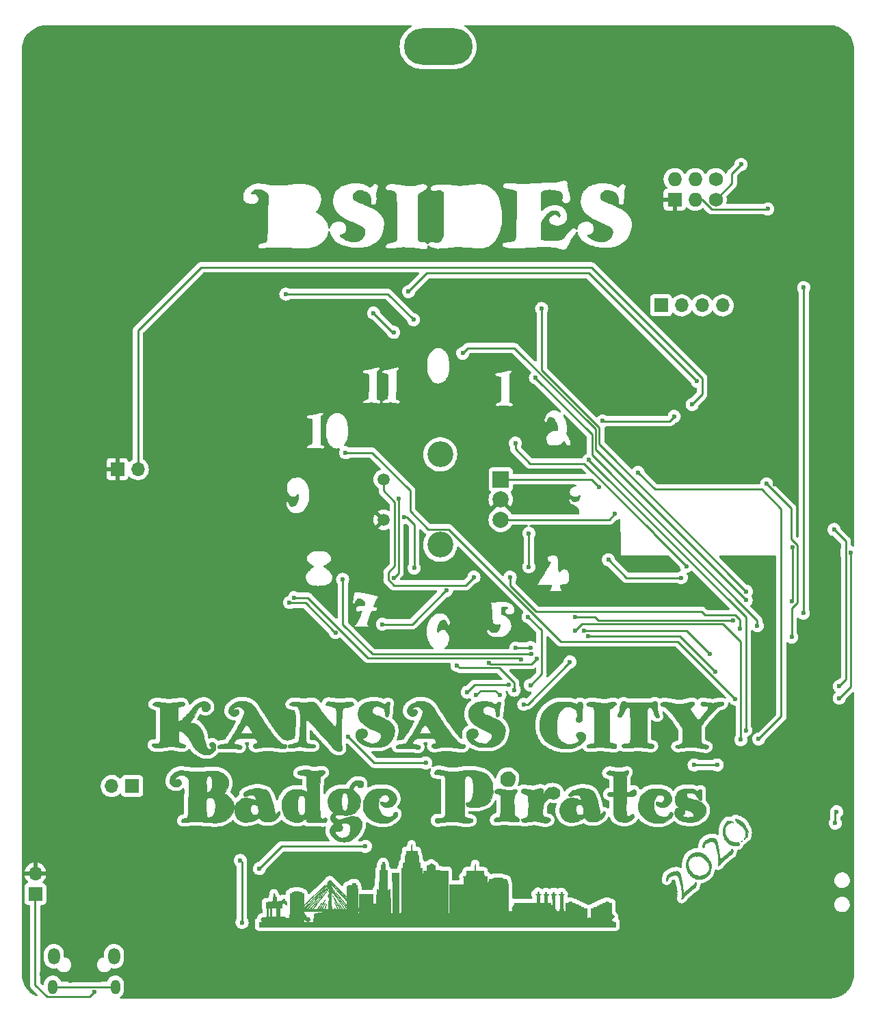
<source format=gbr>
%TF.GenerationSoftware,KiCad,Pcbnew,(6.0.7)*%
%TF.CreationDate,2022-09-02T13:45:53-05:00*%
%TF.ProjectId,BsidesKC-2022-Safe-Badge,42736964-6573-44b4-932d-323032322d53,0-c*%
%TF.SameCoordinates,Original*%
%TF.FileFunction,Copper,L1,Top*%
%TF.FilePolarity,Positive*%
%FSLAX46Y46*%
G04 Gerber Fmt 4.6, Leading zero omitted, Abs format (unit mm)*
G04 Created by KiCad (PCBNEW (6.0.7)) date 2022-09-02 13:45:53*
%MOMM*%
%LPD*%
G01*
G04 APERTURE LIST*
%TA.AperFunction,EtchedComponent*%
%ADD10C,0.010000*%
%TD*%
%TA.AperFunction,ComponentPad*%
%ADD11O,1.727200X1.727200*%
%TD*%
%TA.AperFunction,ComponentPad*%
%ADD12R,1.727200X1.727200*%
%TD*%
%TA.AperFunction,ComponentPad*%
%ADD13C,1.727200*%
%TD*%
%TA.AperFunction,ComponentPad*%
%ADD14O,8.500000X4.500000*%
%TD*%
%TA.AperFunction,ComponentPad*%
%ADD15R,1.700000X1.700000*%
%TD*%
%TA.AperFunction,ComponentPad*%
%ADD16O,1.700000X1.700000*%
%TD*%
%TA.AperFunction,ComponentPad*%
%ADD17O,1.450000X2.000000*%
%TD*%
%TA.AperFunction,ComponentPad*%
%ADD18O,1.150000X1.800000*%
%TD*%
%TA.AperFunction,ComponentPad*%
%ADD19R,2.000000X2.000000*%
%TD*%
%TA.AperFunction,ComponentPad*%
%ADD20C,2.000000*%
%TD*%
%TA.AperFunction,ComponentPad*%
%ADD21C,3.200000*%
%TD*%
%TA.AperFunction,ComponentPad*%
%ADD22C,1.500000*%
%TD*%
%TA.AperFunction,ViaPad*%
%ADD23C,0.600000*%
%TD*%
%TA.AperFunction,Conductor*%
%ADD24C,0.250000*%
%TD*%
G04 APERTURE END LIST*
%TO.C,G\u002A\u002A\u002A*%
G36*
X122972495Y-115486052D02*
G01*
X123068085Y-115327239D01*
X123150940Y-115186721D01*
X123217581Y-115070085D01*
X123264527Y-114982920D01*
X123266180Y-114979664D01*
X123345552Y-114820335D01*
X123432731Y-114641233D01*
X123524417Y-114449475D01*
X123617309Y-114252183D01*
X123708106Y-114056476D01*
X123793508Y-113869473D01*
X123870214Y-113698295D01*
X123934922Y-113550060D01*
X123984333Y-113431890D01*
X123988174Y-113422329D01*
X124040645Y-113286915D01*
X124075891Y-113182475D01*
X124094650Y-113101650D01*
X124097661Y-113037082D01*
X124085666Y-112981413D01*
X124059402Y-112927283D01*
X124040857Y-112898058D01*
X123971204Y-112809411D01*
X123877492Y-112711168D01*
X123771858Y-112614454D01*
X123666439Y-112530395D01*
X123574959Y-112470977D01*
X123512639Y-112439340D01*
X123461837Y-112422628D01*
X123405760Y-112417841D01*
X123327615Y-112421976D01*
X123309250Y-112423493D01*
X123173987Y-112440682D01*
X123066932Y-112469832D01*
X122974470Y-112516350D01*
X122882987Y-112585640D01*
X122868216Y-112598591D01*
X122805312Y-112657891D01*
X122769493Y-112702606D01*
X122753739Y-112743230D01*
X122750903Y-112773989D01*
X122751712Y-112820999D01*
X122761060Y-112831969D01*
X122786065Y-112813167D01*
X122790665Y-112809018D01*
X122878431Y-112753725D01*
X122983159Y-112733484D01*
X123109303Y-112747470D01*
X123115066Y-112748778D01*
X123190060Y-112767917D01*
X123252392Y-112787019D01*
X123282521Y-112799105D01*
X123336812Y-112851465D01*
X123370797Y-112936769D01*
X123383463Y-113050282D01*
X123373798Y-113187267D01*
X123370299Y-113209917D01*
X123353495Y-113266775D01*
X123318233Y-113324224D01*
X123257456Y-113393094D01*
X123238240Y-113412573D01*
X123168777Y-113477764D01*
X123109394Y-113520001D01*
X123043487Y-113549193D01*
X122974656Y-113569882D01*
X122886278Y-113590976D01*
X122816168Y-113598476D01*
X122742919Y-113593550D01*
X122690269Y-113585410D01*
X122543649Y-113540520D01*
X122408685Y-113461801D01*
X122293124Y-113356164D01*
X122204710Y-113230519D01*
X122155277Y-113108022D01*
X122136416Y-112974811D01*
X122143313Y-112827598D01*
X122174106Y-112684462D01*
X122207800Y-112598566D01*
X122293182Y-112463155D01*
X122414810Y-112326693D01*
X122566933Y-112193445D01*
X122743802Y-112067682D01*
X122939665Y-111953669D01*
X123148771Y-111855677D01*
X123272691Y-111808271D01*
X123332469Y-111787994D01*
X123384696Y-111773116D01*
X123437488Y-111762819D01*
X123498961Y-111756285D01*
X123577229Y-111752696D01*
X123680410Y-111751233D01*
X123816619Y-111751081D01*
X123839817Y-111751119D01*
X123982953Y-111751740D01*
X124092372Y-111753583D01*
X124176686Y-111757505D01*
X124244512Y-111764364D01*
X124304461Y-111775017D01*
X124365149Y-111790320D01*
X124431439Y-111809978D01*
X124631510Y-111882869D01*
X124817716Y-111972929D01*
X124979001Y-112074402D01*
X125055411Y-112135022D01*
X125109252Y-112186082D01*
X125168417Y-112250337D01*
X125234718Y-112330363D01*
X125309971Y-112428736D01*
X125395990Y-112548031D01*
X125494588Y-112690825D01*
X125607581Y-112859692D01*
X125736782Y-113057209D01*
X125884006Y-113285950D01*
X126051067Y-113548493D01*
X126051124Y-113548584D01*
X126242315Y-113849661D01*
X126413987Y-114118322D01*
X126568690Y-114358278D01*
X126708969Y-114573241D01*
X126837372Y-114766923D01*
X126956448Y-114943036D01*
X127068742Y-115105290D01*
X127176804Y-115257398D01*
X127283179Y-115403072D01*
X127390416Y-115546022D01*
X127501062Y-115689962D01*
X127617664Y-115838602D01*
X127656047Y-115887007D01*
X127858719Y-116137434D01*
X128041573Y-116353476D01*
X128206502Y-116537090D01*
X128355393Y-116690234D01*
X128490138Y-116814869D01*
X128612625Y-116912952D01*
X128706730Y-116975836D01*
X128792580Y-117020404D01*
X128877455Y-117045706D01*
X128969632Y-117057689D01*
X129110519Y-117079761D01*
X129214856Y-117120423D01*
X129284993Y-117181575D01*
X129323282Y-117265114D01*
X129332567Y-117350624D01*
X129314457Y-117439850D01*
X129259767Y-117509100D01*
X129167953Y-117558884D01*
X129088341Y-117581002D01*
X129029606Y-117590895D01*
X128965887Y-117596180D01*
X128891472Y-117596481D01*
X128800649Y-117591420D01*
X128687703Y-117580622D01*
X128546924Y-117563708D01*
X128372599Y-117540302D01*
X128284817Y-117527994D01*
X128072397Y-117498652D01*
X127891607Y-117475737D01*
X127732336Y-117458606D01*
X127584473Y-117446617D01*
X127437910Y-117439126D01*
X127282535Y-117435491D01*
X127108240Y-117435069D01*
X126904913Y-117437218D01*
X126866232Y-117437800D01*
X126688568Y-117440785D01*
X126546262Y-117443975D01*
X126432340Y-117447930D01*
X126339827Y-117453209D01*
X126261748Y-117460372D01*
X126191131Y-117469978D01*
X126120999Y-117482589D01*
X126044381Y-117498763D01*
X126009400Y-117506570D01*
X125810018Y-117545054D01*
X125636904Y-117565215D01*
X125493295Y-117566937D01*
X125382426Y-117550107D01*
X125332067Y-117530580D01*
X125224125Y-117460441D01*
X125157606Y-117386170D01*
X125131691Y-117306471D01*
X125142344Y-117229227D01*
X125184305Y-117152240D01*
X125257100Y-117088817D01*
X125365095Y-117035757D01*
X125441899Y-117009582D01*
X125551922Y-116974918D01*
X125627451Y-116946323D01*
X125674905Y-116919002D01*
X125700704Y-116888160D01*
X125711268Y-116849000D01*
X125713067Y-116807027D01*
X125692890Y-116672637D01*
X125635242Y-116551977D01*
X125544444Y-116452032D01*
X125458546Y-116395565D01*
X125410989Y-116373429D01*
X125359613Y-116355299D01*
X125300021Y-116340861D01*
X125227816Y-116329800D01*
X125138599Y-116321802D01*
X125027974Y-116316551D01*
X124891543Y-116313732D01*
X124724909Y-116313033D01*
X124523674Y-116314136D01*
X124346325Y-116315971D01*
X124140168Y-116318551D01*
X123971402Y-116321176D01*
X123835087Y-116324125D01*
X123726281Y-116327679D01*
X123640044Y-116332119D01*
X123571433Y-116337725D01*
X123515509Y-116344776D01*
X123467330Y-116353554D01*
X123421956Y-116364339D01*
X123402638Y-116369509D01*
X123213071Y-116434399D01*
X123062727Y-116514561D01*
X122951243Y-116610266D01*
X122878258Y-116721782D01*
X122858965Y-116773504D01*
X122839373Y-116865406D01*
X122836232Y-116947338D01*
X122849302Y-117007963D01*
X122864326Y-117028986D01*
X122895173Y-117042040D01*
X122959157Y-117060710D01*
X123047810Y-117082789D01*
X123152664Y-117106067D01*
X123187117Y-117113179D01*
X123373099Y-117154687D01*
X123520062Y-117196685D01*
X123631301Y-117240991D01*
X123710110Y-117289427D01*
X123759783Y-117343810D01*
X123783614Y-117405961D01*
X123786900Y-117444481D01*
X123767163Y-117529409D01*
X123711551Y-117599363D01*
X123625458Y-117648790D01*
X123573696Y-117663852D01*
X123530588Y-117673301D01*
X123497180Y-117679499D01*
X123465456Y-117681800D01*
X123427401Y-117679558D01*
X123374998Y-117672126D01*
X123300232Y-117658858D01*
X123195086Y-117639108D01*
X123141317Y-117628983D01*
X123058215Y-117614090D01*
X122980172Y-117602102D01*
X122900708Y-117592591D01*
X122813341Y-117585127D01*
X122711590Y-117579282D01*
X122588974Y-117574628D01*
X122439011Y-117570736D01*
X122255221Y-117567178D01*
X122189866Y-117566067D01*
X121975104Y-117563092D01*
X121799046Y-117562032D01*
X121658103Y-117562953D01*
X121548686Y-117565923D01*
X121467205Y-117571007D01*
X121410072Y-117578272D01*
X121397650Y-117580773D01*
X121242816Y-117605062D01*
X121095975Y-117608638D01*
X120967601Y-117591854D01*
X120884034Y-117563426D01*
X120796120Y-117504860D01*
X120746038Y-117436376D01*
X120734294Y-117363557D01*
X120761391Y-117291985D01*
X120827836Y-117227244D01*
X120852236Y-117211862D01*
X120914572Y-117179231D01*
X120980279Y-117153233D01*
X121057823Y-117131766D01*
X121155668Y-117112726D01*
X121282280Y-117094011D01*
X121373900Y-117082270D01*
X121562356Y-117056362D01*
X121714682Y-117028430D01*
X121837079Y-116995835D01*
X121935744Y-116955937D01*
X122016879Y-116906098D01*
X122086681Y-116843676D01*
X122151350Y-116766034D01*
X122166966Y-116744603D01*
X122239143Y-116640601D01*
X122326427Y-116510189D01*
X122425338Y-116358956D01*
X122532396Y-116192490D01*
X122644121Y-116016379D01*
X122757033Y-115836210D01*
X122817021Y-115739334D01*
X123616998Y-115739334D01*
X124358116Y-115739334D01*
X124530477Y-115739031D01*
X124688642Y-115738171D01*
X124827821Y-115736824D01*
X124943226Y-115735063D01*
X125030067Y-115732957D01*
X125083555Y-115730578D01*
X125099233Y-115728327D01*
X125089011Y-115697667D01*
X125061157Y-115638464D01*
X125019892Y-115558432D01*
X124969439Y-115465286D01*
X124914017Y-115366739D01*
X124857847Y-115270505D01*
X124805152Y-115184300D01*
X124780964Y-115146667D01*
X124713723Y-115051187D01*
X124638328Y-114955186D01*
X124560518Y-114864813D01*
X124486031Y-114786221D01*
X124420606Y-114725561D01*
X124369981Y-114688983D01*
X124346557Y-114681000D01*
X124310110Y-114696161D01*
X124258534Y-114742594D01*
X124190625Y-114821721D01*
X124105180Y-114934966D01*
X124000998Y-115083752D01*
X123979825Y-115114917D01*
X123882306Y-115260329D01*
X123806044Y-115377349D01*
X123747469Y-115471877D01*
X123703014Y-115549812D01*
X123669110Y-115617052D01*
X123650144Y-115659959D01*
X123616998Y-115739334D01*
X122817021Y-115739334D01*
X122867651Y-115657572D01*
X122972495Y-115486052D01*
G37*
D10*
X122972495Y-115486052D02*
X123068085Y-115327239D01*
X123150940Y-115186721D01*
X123217581Y-115070085D01*
X123264527Y-114982920D01*
X123266180Y-114979664D01*
X123345552Y-114820335D01*
X123432731Y-114641233D01*
X123524417Y-114449475D01*
X123617309Y-114252183D01*
X123708106Y-114056476D01*
X123793508Y-113869473D01*
X123870214Y-113698295D01*
X123934922Y-113550060D01*
X123984333Y-113431890D01*
X123988174Y-113422329D01*
X124040645Y-113286915D01*
X124075891Y-113182475D01*
X124094650Y-113101650D01*
X124097661Y-113037082D01*
X124085666Y-112981413D01*
X124059402Y-112927283D01*
X124040857Y-112898058D01*
X123971204Y-112809411D01*
X123877492Y-112711168D01*
X123771858Y-112614454D01*
X123666439Y-112530395D01*
X123574959Y-112470977D01*
X123512639Y-112439340D01*
X123461837Y-112422628D01*
X123405760Y-112417841D01*
X123327615Y-112421976D01*
X123309250Y-112423493D01*
X123173987Y-112440682D01*
X123066932Y-112469832D01*
X122974470Y-112516350D01*
X122882987Y-112585640D01*
X122868216Y-112598591D01*
X122805312Y-112657891D01*
X122769493Y-112702606D01*
X122753739Y-112743230D01*
X122750903Y-112773989D01*
X122751712Y-112820999D01*
X122761060Y-112831969D01*
X122786065Y-112813167D01*
X122790665Y-112809018D01*
X122878431Y-112753725D01*
X122983159Y-112733484D01*
X123109303Y-112747470D01*
X123115066Y-112748778D01*
X123190060Y-112767917D01*
X123252392Y-112787019D01*
X123282521Y-112799105D01*
X123336812Y-112851465D01*
X123370797Y-112936769D01*
X123383463Y-113050282D01*
X123373798Y-113187267D01*
X123370299Y-113209917D01*
X123353495Y-113266775D01*
X123318233Y-113324224D01*
X123257456Y-113393094D01*
X123238240Y-113412573D01*
X123168777Y-113477764D01*
X123109394Y-113520001D01*
X123043487Y-113549193D01*
X122974656Y-113569882D01*
X122886278Y-113590976D01*
X122816168Y-113598476D01*
X122742919Y-113593550D01*
X122690269Y-113585410D01*
X122543649Y-113540520D01*
X122408685Y-113461801D01*
X122293124Y-113356164D01*
X122204710Y-113230519D01*
X122155277Y-113108022D01*
X122136416Y-112974811D01*
X122143313Y-112827598D01*
X122174106Y-112684462D01*
X122207800Y-112598566D01*
X122293182Y-112463155D01*
X122414810Y-112326693D01*
X122566933Y-112193445D01*
X122743802Y-112067682D01*
X122939665Y-111953669D01*
X123148771Y-111855677D01*
X123272691Y-111808271D01*
X123332469Y-111787994D01*
X123384696Y-111773116D01*
X123437488Y-111762819D01*
X123498961Y-111756285D01*
X123577229Y-111752696D01*
X123680410Y-111751233D01*
X123816619Y-111751081D01*
X123839817Y-111751119D01*
X123982953Y-111751740D01*
X124092372Y-111753583D01*
X124176686Y-111757505D01*
X124244512Y-111764364D01*
X124304461Y-111775017D01*
X124365149Y-111790320D01*
X124431439Y-111809978D01*
X124631510Y-111882869D01*
X124817716Y-111972929D01*
X124979001Y-112074402D01*
X125055411Y-112135022D01*
X125109252Y-112186082D01*
X125168417Y-112250337D01*
X125234718Y-112330363D01*
X125309971Y-112428736D01*
X125395990Y-112548031D01*
X125494588Y-112690825D01*
X125607581Y-112859692D01*
X125736782Y-113057209D01*
X125884006Y-113285950D01*
X126051067Y-113548493D01*
X126051124Y-113548584D01*
X126242315Y-113849661D01*
X126413987Y-114118322D01*
X126568690Y-114358278D01*
X126708969Y-114573241D01*
X126837372Y-114766923D01*
X126956448Y-114943036D01*
X127068742Y-115105290D01*
X127176804Y-115257398D01*
X127283179Y-115403072D01*
X127390416Y-115546022D01*
X127501062Y-115689962D01*
X127617664Y-115838602D01*
X127656047Y-115887007D01*
X127858719Y-116137434D01*
X128041573Y-116353476D01*
X128206502Y-116537090D01*
X128355393Y-116690234D01*
X128490138Y-116814869D01*
X128612625Y-116912952D01*
X128706730Y-116975836D01*
X128792580Y-117020404D01*
X128877455Y-117045706D01*
X128969632Y-117057689D01*
X129110519Y-117079761D01*
X129214856Y-117120423D01*
X129284993Y-117181575D01*
X129323282Y-117265114D01*
X129332567Y-117350624D01*
X129314457Y-117439850D01*
X129259767Y-117509100D01*
X129167953Y-117558884D01*
X129088341Y-117581002D01*
X129029606Y-117590895D01*
X128965887Y-117596180D01*
X128891472Y-117596481D01*
X128800649Y-117591420D01*
X128687703Y-117580622D01*
X128546924Y-117563708D01*
X128372599Y-117540302D01*
X128284817Y-117527994D01*
X128072397Y-117498652D01*
X127891607Y-117475737D01*
X127732336Y-117458606D01*
X127584473Y-117446617D01*
X127437910Y-117439126D01*
X127282535Y-117435491D01*
X127108240Y-117435069D01*
X126904913Y-117437218D01*
X126866232Y-117437800D01*
X126688568Y-117440785D01*
X126546262Y-117443975D01*
X126432340Y-117447930D01*
X126339827Y-117453209D01*
X126261748Y-117460372D01*
X126191131Y-117469978D01*
X126120999Y-117482589D01*
X126044381Y-117498763D01*
X126009400Y-117506570D01*
X125810018Y-117545054D01*
X125636904Y-117565215D01*
X125493295Y-117566937D01*
X125382426Y-117550107D01*
X125332067Y-117530580D01*
X125224125Y-117460441D01*
X125157606Y-117386170D01*
X125131691Y-117306471D01*
X125142344Y-117229227D01*
X125184305Y-117152240D01*
X125257100Y-117088817D01*
X125365095Y-117035757D01*
X125441899Y-117009582D01*
X125551922Y-116974918D01*
X125627451Y-116946323D01*
X125674905Y-116919002D01*
X125700704Y-116888160D01*
X125711268Y-116849000D01*
X125713067Y-116807027D01*
X125692890Y-116672637D01*
X125635242Y-116551977D01*
X125544444Y-116452032D01*
X125458546Y-116395565D01*
X125410989Y-116373429D01*
X125359613Y-116355299D01*
X125300021Y-116340861D01*
X125227816Y-116329800D01*
X125138599Y-116321802D01*
X125027974Y-116316551D01*
X124891543Y-116313732D01*
X124724909Y-116313033D01*
X124523674Y-116314136D01*
X124346325Y-116315971D01*
X124140168Y-116318551D01*
X123971402Y-116321176D01*
X123835087Y-116324125D01*
X123726281Y-116327679D01*
X123640044Y-116332119D01*
X123571433Y-116337725D01*
X123515509Y-116344776D01*
X123467330Y-116353554D01*
X123421956Y-116364339D01*
X123402638Y-116369509D01*
X123213071Y-116434399D01*
X123062727Y-116514561D01*
X122951243Y-116610266D01*
X122878258Y-116721782D01*
X122858965Y-116773504D01*
X122839373Y-116865406D01*
X122836232Y-116947338D01*
X122849302Y-117007963D01*
X122864326Y-117028986D01*
X122895173Y-117042040D01*
X122959157Y-117060710D01*
X123047810Y-117082789D01*
X123152664Y-117106067D01*
X123187117Y-117113179D01*
X123373099Y-117154687D01*
X123520062Y-117196685D01*
X123631301Y-117240991D01*
X123710110Y-117289427D01*
X123759783Y-117343810D01*
X123783614Y-117405961D01*
X123786900Y-117444481D01*
X123767163Y-117529409D01*
X123711551Y-117599363D01*
X123625458Y-117648790D01*
X123573696Y-117663852D01*
X123530588Y-117673301D01*
X123497180Y-117679499D01*
X123465456Y-117681800D01*
X123427401Y-117679558D01*
X123374998Y-117672126D01*
X123300232Y-117658858D01*
X123195086Y-117639108D01*
X123141317Y-117628983D01*
X123058215Y-117614090D01*
X122980172Y-117602102D01*
X122900708Y-117592591D01*
X122813341Y-117585127D01*
X122711590Y-117579282D01*
X122588974Y-117574628D01*
X122439011Y-117570736D01*
X122255221Y-117567178D01*
X122189866Y-117566067D01*
X121975104Y-117563092D01*
X121799046Y-117562032D01*
X121658103Y-117562953D01*
X121548686Y-117565923D01*
X121467205Y-117571007D01*
X121410072Y-117578272D01*
X121397650Y-117580773D01*
X121242816Y-117605062D01*
X121095975Y-117608638D01*
X120967601Y-117591854D01*
X120884034Y-117563426D01*
X120796120Y-117504860D01*
X120746038Y-117436376D01*
X120734294Y-117363557D01*
X120761391Y-117291985D01*
X120827836Y-117227244D01*
X120852236Y-117211862D01*
X120914572Y-117179231D01*
X120980279Y-117153233D01*
X121057823Y-117131766D01*
X121155668Y-117112726D01*
X121282280Y-117094011D01*
X121373900Y-117082270D01*
X121562356Y-117056362D01*
X121714682Y-117028430D01*
X121837079Y-116995835D01*
X121935744Y-116955937D01*
X122016879Y-116906098D01*
X122086681Y-116843676D01*
X122151350Y-116766034D01*
X122166966Y-116744603D01*
X122239143Y-116640601D01*
X122326427Y-116510189D01*
X122425338Y-116358956D01*
X122532396Y-116192490D01*
X122644121Y-116016379D01*
X122757033Y-115836210D01*
X122817021Y-115739334D01*
X123616998Y-115739334D01*
X124358116Y-115739334D01*
X124530477Y-115739031D01*
X124688642Y-115738171D01*
X124827821Y-115736824D01*
X124943226Y-115735063D01*
X125030067Y-115732957D01*
X125083555Y-115730578D01*
X125099233Y-115728327D01*
X125089011Y-115697667D01*
X125061157Y-115638464D01*
X125019892Y-115558432D01*
X124969439Y-115465286D01*
X124914017Y-115366739D01*
X124857847Y-115270505D01*
X124805152Y-115184300D01*
X124780964Y-115146667D01*
X124713723Y-115051187D01*
X124638328Y-114955186D01*
X124560518Y-114864813D01*
X124486031Y-114786221D01*
X124420606Y-114725561D01*
X124369981Y-114688983D01*
X124346557Y-114681000D01*
X124310110Y-114696161D01*
X124258534Y-114742594D01*
X124190625Y-114821721D01*
X124105180Y-114934966D01*
X124000998Y-115083752D01*
X123979825Y-115114917D01*
X123882306Y-115260329D01*
X123806044Y-115377349D01*
X123747469Y-115471877D01*
X123703014Y-115549812D01*
X123669110Y-115617052D01*
X123650144Y-115659959D01*
X123616998Y-115739334D01*
X122817021Y-115739334D01*
X122867651Y-115657572D01*
X122972495Y-115486052D01*
G36*
X134678786Y-127709197D02*
G01*
X134695985Y-127565452D01*
X134723960Y-127461157D01*
X134805261Y-127296902D01*
X134922169Y-127149805D01*
X135076535Y-127017867D01*
X135218023Y-126927649D01*
X135298021Y-126882210D01*
X135161280Y-126811313D01*
X135026388Y-126727314D01*
X134911991Y-126628258D01*
X134827117Y-126522482D01*
X134804070Y-126481417D01*
X134784764Y-126434454D01*
X134772885Y-126382122D01*
X134767155Y-126313615D01*
X134766292Y-126218124D01*
X134767049Y-126168670D01*
X134771111Y-126069868D01*
X134778582Y-125982941D01*
X134788284Y-125919064D01*
X134796049Y-125893503D01*
X134821446Y-125854931D01*
X134865945Y-125796344D01*
X134920604Y-125729440D01*
X134929120Y-125719417D01*
X134984262Y-125654471D01*
X135030941Y-125598761D01*
X135060351Y-125562812D01*
X135063031Y-125559382D01*
X135071103Y-125539037D01*
X135059149Y-125516047D01*
X135021590Y-125484180D01*
X134954771Y-125438470D01*
X134821997Y-125334074D01*
X134710924Y-125207624D01*
X134617676Y-125053397D01*
X134538378Y-124865667D01*
X134510388Y-124782109D01*
X134447559Y-124518370D01*
X134422306Y-124250286D01*
X134427510Y-124134487D01*
X136094485Y-124134487D01*
X136103760Y-124413104D01*
X136104588Y-124427158D01*
X136119457Y-124624502D01*
X136138782Y-124785736D01*
X136163787Y-124916961D01*
X136195693Y-125024278D01*
X136235722Y-125113785D01*
X136245717Y-125131653D01*
X136291922Y-125199864D01*
X136342624Y-125242863D01*
X136413012Y-125271450D01*
X136459177Y-125283442D01*
X136523571Y-125297974D01*
X136563861Y-125302216D01*
X136597253Y-125295143D01*
X136640951Y-125275731D01*
X136648464Y-125272163D01*
X136723703Y-125214058D01*
X136788790Y-125117329D01*
X136841989Y-124984836D01*
X136858810Y-124925380D01*
X136873347Y-124844302D01*
X136885548Y-124729023D01*
X136895286Y-124587617D01*
X136902431Y-124428160D01*
X136906858Y-124258725D01*
X136908438Y-124087388D01*
X136907043Y-123922223D01*
X136902546Y-123771305D01*
X136894819Y-123642709D01*
X136883735Y-123544509D01*
X136880908Y-123528185D01*
X136838986Y-123360295D01*
X136783551Y-123231191D01*
X136713830Y-123139289D01*
X136676145Y-123108659D01*
X136621469Y-123077888D01*
X136567351Y-123067102D01*
X136497783Y-123071211D01*
X136423660Y-123086440D01*
X136358892Y-123110814D01*
X136339033Y-123122677D01*
X136264396Y-123202409D01*
X136202815Y-123320461D01*
X136154661Y-123474763D01*
X136120307Y-123663248D01*
X136100125Y-123883845D01*
X136094485Y-124134487D01*
X134427510Y-124134487D01*
X134434264Y-123984213D01*
X134483074Y-123726508D01*
X134568374Y-123483529D01*
X134586546Y-123444000D01*
X134633852Y-123352008D01*
X134683617Y-123273886D01*
X134745076Y-123197165D01*
X134827463Y-123109379D01*
X134854661Y-123081994D01*
X134947395Y-122992723D01*
X135026588Y-122926065D01*
X135105783Y-122872100D01*
X135198524Y-122820906D01*
X135238067Y-122801131D01*
X135481103Y-122701557D01*
X135751395Y-122626967D01*
X136040458Y-122579660D01*
X136065173Y-122577017D01*
X136226405Y-122564169D01*
X136394706Y-122557220D01*
X136558710Y-122556178D01*
X136707054Y-122561052D01*
X136828372Y-122571851D01*
X136858721Y-122576404D01*
X136937820Y-122589866D01*
X137008529Y-122601872D01*
X137042525Y-122607625D01*
X137082363Y-122610221D01*
X137098101Y-122591817D01*
X137100733Y-122548335D01*
X137111522Y-122449708D01*
X137140491Y-122332827D01*
X137182544Y-122214798D01*
X137228322Y-122120055D01*
X137323412Y-121984324D01*
X137445446Y-121856145D01*
X137584399Y-121743612D01*
X137730242Y-121654813D01*
X137872950Y-121597841D01*
X137876781Y-121596788D01*
X138045545Y-121562025D01*
X138215905Y-121546710D01*
X138374063Y-121551476D01*
X138479018Y-121569270D01*
X138607998Y-121612861D01*
X138700779Y-121672295D01*
X138762291Y-121753387D01*
X138797463Y-121861954D01*
X138809139Y-121958755D01*
X138811658Y-122045983D01*
X138803461Y-122110239D01*
X138781386Y-122170202D01*
X138769149Y-122194884D01*
X138691548Y-122300988D01*
X138586862Y-122376266D01*
X138460364Y-122417194D01*
X138430833Y-122421166D01*
X138302076Y-122420345D01*
X138199854Y-122389828D01*
X138126484Y-122331271D01*
X138084282Y-122246331D01*
X138074479Y-122166414D01*
X138072105Y-122114148D01*
X138059986Y-122094012D01*
X138030419Y-122095852D01*
X138022417Y-122097791D01*
X137938544Y-122123800D01*
X137868419Y-122159729D01*
X137796667Y-122214622D01*
X137747292Y-122259617D01*
X137650309Y-122368677D01*
X137585739Y-122479614D01*
X137556394Y-122586552D01*
X137558159Y-122654969D01*
X137569135Y-122697865D01*
X137590548Y-122733076D01*
X137630489Y-122769388D01*
X137697048Y-122815585D01*
X137719506Y-122830167D01*
X137903467Y-122972902D01*
X138072007Y-123153080D01*
X138222815Y-123367890D01*
X138338881Y-123583040D01*
X138397048Y-123733006D01*
X138432382Y-123893555D01*
X138445050Y-124070204D01*
X138435221Y-124268472D01*
X138403061Y-124493874D01*
X138371363Y-124652512D01*
X138341378Y-124778870D01*
X138310186Y-124878415D01*
X138271227Y-124966328D01*
X138217941Y-125057789D01*
X138156669Y-125149393D01*
X137997738Y-125346144D01*
X137815574Y-125508721D01*
X137606902Y-125639635D01*
X137399880Y-125730230D01*
X137193777Y-125794184D01*
X136980148Y-125837076D01*
X136752679Y-125859290D01*
X136505055Y-125861209D01*
X136230959Y-125843217D01*
X135994584Y-125815588D01*
X135860518Y-125797567D01*
X135761183Y-125785090D01*
X135689361Y-125778003D01*
X135637834Y-125776153D01*
X135599384Y-125779387D01*
X135566794Y-125787553D01*
X135532845Y-125800496D01*
X135520719Y-125805537D01*
X135427684Y-125863228D01*
X135369944Y-125942308D01*
X135349516Y-126039511D01*
X135351798Y-126079250D01*
X135364958Y-126135378D01*
X135394541Y-126184548D01*
X135449274Y-126240297D01*
X135464161Y-126253565D01*
X135578664Y-126339179D01*
X135689602Y-126388234D01*
X135806804Y-126404327D01*
X135867911Y-126401426D01*
X135923070Y-126391306D01*
X136010699Y-126369422D01*
X136123284Y-126337919D01*
X136253311Y-126298942D01*
X136393267Y-126254636D01*
X136465733Y-126230783D01*
X136671027Y-126162920D01*
X136842338Y-126108202D01*
X136985538Y-126065509D01*
X137106502Y-126033724D01*
X137211103Y-126011726D01*
X137305216Y-125998395D01*
X137394714Y-125992613D01*
X137485470Y-125993260D01*
X137583359Y-125999217D01*
X137650081Y-126005074D01*
X137855091Y-126033408D01*
X138027187Y-126078268D01*
X138173615Y-126142781D01*
X138301616Y-126230075D01*
X138408755Y-126332562D01*
X138495692Y-126445356D01*
X138559717Y-126571907D01*
X138604790Y-126721782D01*
X138630199Y-126867392D01*
X138641989Y-126998781D01*
X138639070Y-127122215D01*
X138619604Y-127247138D01*
X138581754Y-127382994D01*
X138523683Y-127539227D01*
X138478761Y-127645776D01*
X138414694Y-127786805D01*
X138354637Y-127902837D01*
X138289687Y-128009188D01*
X138210942Y-128121176D01*
X138173343Y-128171302D01*
X137968816Y-128419815D01*
X137762244Y-128628432D01*
X137550345Y-128799576D01*
X137329833Y-128935667D01*
X137097425Y-129039125D01*
X136920184Y-129094953D01*
X136766016Y-129125573D01*
X136587258Y-129144539D01*
X136400190Y-129151237D01*
X136221091Y-129145052D01*
X136074150Y-129126869D01*
X135892229Y-129084675D01*
X135706538Y-129026435D01*
X135532202Y-128957521D01*
X135384345Y-128883304D01*
X135378156Y-128879690D01*
X135216820Y-128766252D01*
X135061810Y-128622905D01*
X134921958Y-128459868D01*
X134806097Y-128287359D01*
X134727398Y-128126819D01*
X134694574Y-128005614D01*
X134690153Y-127966262D01*
X135332340Y-127966262D01*
X135339264Y-128053026D01*
X135375908Y-128143756D01*
X135444398Y-128242583D01*
X135546860Y-128353639D01*
X135643894Y-128444413D01*
X135749052Y-128531080D01*
X135845105Y-128590253D01*
X135944182Y-128626115D01*
X136058413Y-128642851D01*
X136199929Y-128644645D01*
X136222317Y-128643953D01*
X136332007Y-128637197D01*
X136419353Y-128622987D01*
X136504219Y-128597112D01*
X136573397Y-128569547D01*
X136732278Y-128497015D01*
X136855282Y-128427725D01*
X136948255Y-128357755D01*
X137017042Y-128283186D01*
X137032126Y-128261906D01*
X137097997Y-128141682D01*
X137147360Y-128000296D01*
X137181217Y-127832865D01*
X137200574Y-127634508D01*
X137206444Y-127413829D01*
X137206567Y-127139741D01*
X137095442Y-127035258D01*
X137016458Y-126963111D01*
X136954465Y-126914613D01*
X136896896Y-126883105D01*
X136831182Y-126861932D01*
X136744757Y-126844434D01*
X136730474Y-126841931D01*
X136517652Y-126826394D01*
X136296097Y-126852053D01*
X136118462Y-126900358D01*
X136045124Y-126925700D01*
X136006588Y-126942366D01*
X135997459Y-126954964D01*
X136012344Y-126968101D01*
X136028594Y-126977109D01*
X136065735Y-127010042D01*
X136110824Y-127068305D01*
X136151703Y-127135088D01*
X136203191Y-127262329D01*
X136224948Y-127391971D01*
X136216382Y-127513649D01*
X136178978Y-127613523D01*
X136101380Y-127708629D01*
X135995704Y-127786680D01*
X135875507Y-127838279D01*
X135843144Y-127846288D01*
X135778746Y-127857410D01*
X135725756Y-127858280D01*
X135668112Y-127847150D01*
X135589750Y-127822268D01*
X135574628Y-127817038D01*
X135499653Y-127792850D01*
X135440405Y-127777236D01*
X135407836Y-127773003D01*
X135405577Y-127773710D01*
X135389188Y-127797838D01*
X135365651Y-127847946D01*
X135353009Y-127879332D01*
X135332340Y-127966262D01*
X134690153Y-127966262D01*
X134678343Y-127861162D01*
X134678786Y-127709197D01*
G37*
X134678786Y-127709197D02*
X134695985Y-127565452D01*
X134723960Y-127461157D01*
X134805261Y-127296902D01*
X134922169Y-127149805D01*
X135076535Y-127017867D01*
X135218023Y-126927649D01*
X135298021Y-126882210D01*
X135161280Y-126811313D01*
X135026388Y-126727314D01*
X134911991Y-126628258D01*
X134827117Y-126522482D01*
X134804070Y-126481417D01*
X134784764Y-126434454D01*
X134772885Y-126382122D01*
X134767155Y-126313615D01*
X134766292Y-126218124D01*
X134767049Y-126168670D01*
X134771111Y-126069868D01*
X134778582Y-125982941D01*
X134788284Y-125919064D01*
X134796049Y-125893503D01*
X134821446Y-125854931D01*
X134865945Y-125796344D01*
X134920604Y-125729440D01*
X134929120Y-125719417D01*
X134984262Y-125654471D01*
X135030941Y-125598761D01*
X135060351Y-125562812D01*
X135063031Y-125559382D01*
X135071103Y-125539037D01*
X135059149Y-125516047D01*
X135021590Y-125484180D01*
X134954771Y-125438470D01*
X134821997Y-125334074D01*
X134710924Y-125207624D01*
X134617676Y-125053397D01*
X134538378Y-124865667D01*
X134510388Y-124782109D01*
X134447559Y-124518370D01*
X134422306Y-124250286D01*
X134427510Y-124134487D01*
X136094485Y-124134487D01*
X136103760Y-124413104D01*
X136104588Y-124427158D01*
X136119457Y-124624502D01*
X136138782Y-124785736D01*
X136163787Y-124916961D01*
X136195693Y-125024278D01*
X136235722Y-125113785D01*
X136245717Y-125131653D01*
X136291922Y-125199864D01*
X136342624Y-125242863D01*
X136413012Y-125271450D01*
X136459177Y-125283442D01*
X136523571Y-125297974D01*
X136563861Y-125302216D01*
X136597253Y-125295143D01*
X136640951Y-125275731D01*
X136648464Y-125272163D01*
X136723703Y-125214058D01*
X136788790Y-125117329D01*
X136841989Y-124984836D01*
X136858810Y-124925380D01*
X136873347Y-124844302D01*
X136885548Y-124729023D01*
X136895286Y-124587617D01*
X136902431Y-124428160D01*
X136906858Y-124258725D01*
X136908438Y-124087388D01*
X136907043Y-123922223D01*
X136902546Y-123771305D01*
X136894819Y-123642709D01*
X136883735Y-123544509D01*
X136880908Y-123528185D01*
X136838986Y-123360295D01*
X136783551Y-123231191D01*
X136713830Y-123139289D01*
X136676145Y-123108659D01*
X136621469Y-123077888D01*
X136567351Y-123067102D01*
X136497783Y-123071211D01*
X136423660Y-123086440D01*
X136358892Y-123110814D01*
X136339033Y-123122677D01*
X136264396Y-123202409D01*
X136202815Y-123320461D01*
X136154661Y-123474763D01*
X136120307Y-123663248D01*
X136100125Y-123883845D01*
X136094485Y-124134487D01*
X134427510Y-124134487D01*
X134434264Y-123984213D01*
X134483074Y-123726508D01*
X134568374Y-123483529D01*
X134586546Y-123444000D01*
X134633852Y-123352008D01*
X134683617Y-123273886D01*
X134745076Y-123197165D01*
X134827463Y-123109379D01*
X134854661Y-123081994D01*
X134947395Y-122992723D01*
X135026588Y-122926065D01*
X135105783Y-122872100D01*
X135198524Y-122820906D01*
X135238067Y-122801131D01*
X135481103Y-122701557D01*
X135751395Y-122626967D01*
X136040458Y-122579660D01*
X136065173Y-122577017D01*
X136226405Y-122564169D01*
X136394706Y-122557220D01*
X136558710Y-122556178D01*
X136707054Y-122561052D01*
X136828372Y-122571851D01*
X136858721Y-122576404D01*
X136937820Y-122589866D01*
X137008529Y-122601872D01*
X137042525Y-122607625D01*
X137082363Y-122610221D01*
X137098101Y-122591817D01*
X137100733Y-122548335D01*
X137111522Y-122449708D01*
X137140491Y-122332827D01*
X137182544Y-122214798D01*
X137228322Y-122120055D01*
X137323412Y-121984324D01*
X137445446Y-121856145D01*
X137584399Y-121743612D01*
X137730242Y-121654813D01*
X137872950Y-121597841D01*
X137876781Y-121596788D01*
X138045545Y-121562025D01*
X138215905Y-121546710D01*
X138374063Y-121551476D01*
X138479018Y-121569270D01*
X138607998Y-121612861D01*
X138700779Y-121672295D01*
X138762291Y-121753387D01*
X138797463Y-121861954D01*
X138809139Y-121958755D01*
X138811658Y-122045983D01*
X138803461Y-122110239D01*
X138781386Y-122170202D01*
X138769149Y-122194884D01*
X138691548Y-122300988D01*
X138586862Y-122376266D01*
X138460364Y-122417194D01*
X138430833Y-122421166D01*
X138302076Y-122420345D01*
X138199854Y-122389828D01*
X138126484Y-122331271D01*
X138084282Y-122246331D01*
X138074479Y-122166414D01*
X138072105Y-122114148D01*
X138059986Y-122094012D01*
X138030419Y-122095852D01*
X138022417Y-122097791D01*
X137938544Y-122123800D01*
X137868419Y-122159729D01*
X137796667Y-122214622D01*
X137747292Y-122259617D01*
X137650309Y-122368677D01*
X137585739Y-122479614D01*
X137556394Y-122586552D01*
X137558159Y-122654969D01*
X137569135Y-122697865D01*
X137590548Y-122733076D01*
X137630489Y-122769388D01*
X137697048Y-122815585D01*
X137719506Y-122830167D01*
X137903467Y-122972902D01*
X138072007Y-123153080D01*
X138222815Y-123367890D01*
X138338881Y-123583040D01*
X138397048Y-123733006D01*
X138432382Y-123893555D01*
X138445050Y-124070204D01*
X138435221Y-124268472D01*
X138403061Y-124493874D01*
X138371363Y-124652512D01*
X138341378Y-124778870D01*
X138310186Y-124878415D01*
X138271227Y-124966328D01*
X138217941Y-125057789D01*
X138156669Y-125149393D01*
X137997738Y-125346144D01*
X137815574Y-125508721D01*
X137606902Y-125639635D01*
X137399880Y-125730230D01*
X137193777Y-125794184D01*
X136980148Y-125837076D01*
X136752679Y-125859290D01*
X136505055Y-125861209D01*
X136230959Y-125843217D01*
X135994584Y-125815588D01*
X135860518Y-125797567D01*
X135761183Y-125785090D01*
X135689361Y-125778003D01*
X135637834Y-125776153D01*
X135599384Y-125779387D01*
X135566794Y-125787553D01*
X135532845Y-125800496D01*
X135520719Y-125805537D01*
X135427684Y-125863228D01*
X135369944Y-125942308D01*
X135349516Y-126039511D01*
X135351798Y-126079250D01*
X135364958Y-126135378D01*
X135394541Y-126184548D01*
X135449274Y-126240297D01*
X135464161Y-126253565D01*
X135578664Y-126339179D01*
X135689602Y-126388234D01*
X135806804Y-126404327D01*
X135867911Y-126401426D01*
X135923070Y-126391306D01*
X136010699Y-126369422D01*
X136123284Y-126337919D01*
X136253311Y-126298942D01*
X136393267Y-126254636D01*
X136465733Y-126230783D01*
X136671027Y-126162920D01*
X136842338Y-126108202D01*
X136985538Y-126065509D01*
X137106502Y-126033724D01*
X137211103Y-126011726D01*
X137305216Y-125998395D01*
X137394714Y-125992613D01*
X137485470Y-125993260D01*
X137583359Y-125999217D01*
X137650081Y-126005074D01*
X137855091Y-126033408D01*
X138027187Y-126078268D01*
X138173615Y-126142781D01*
X138301616Y-126230075D01*
X138408755Y-126332562D01*
X138495692Y-126445356D01*
X138559717Y-126571907D01*
X138604790Y-126721782D01*
X138630199Y-126867392D01*
X138641989Y-126998781D01*
X138639070Y-127122215D01*
X138619604Y-127247138D01*
X138581754Y-127382994D01*
X138523683Y-127539227D01*
X138478761Y-127645776D01*
X138414694Y-127786805D01*
X138354637Y-127902837D01*
X138289687Y-128009188D01*
X138210942Y-128121176D01*
X138173343Y-128171302D01*
X137968816Y-128419815D01*
X137762244Y-128628432D01*
X137550345Y-128799576D01*
X137329833Y-128935667D01*
X137097425Y-129039125D01*
X136920184Y-129094953D01*
X136766016Y-129125573D01*
X136587258Y-129144539D01*
X136400190Y-129151237D01*
X136221091Y-129145052D01*
X136074150Y-129126869D01*
X135892229Y-129084675D01*
X135706538Y-129026435D01*
X135532202Y-128957521D01*
X135384345Y-128883304D01*
X135378156Y-128879690D01*
X135216820Y-128766252D01*
X135061810Y-128622905D01*
X134921958Y-128459868D01*
X134806097Y-128287359D01*
X134727398Y-128126819D01*
X134694574Y-128005614D01*
X134690153Y-127966262D01*
X135332340Y-127966262D01*
X135339264Y-128053026D01*
X135375908Y-128143756D01*
X135444398Y-128242583D01*
X135546860Y-128353639D01*
X135643894Y-128444413D01*
X135749052Y-128531080D01*
X135845105Y-128590253D01*
X135944182Y-128626115D01*
X136058413Y-128642851D01*
X136199929Y-128644645D01*
X136222317Y-128643953D01*
X136332007Y-128637197D01*
X136419353Y-128622987D01*
X136504219Y-128597112D01*
X136573397Y-128569547D01*
X136732278Y-128497015D01*
X136855282Y-128427725D01*
X136948255Y-128357755D01*
X137017042Y-128283186D01*
X137032126Y-128261906D01*
X137097997Y-128141682D01*
X137147360Y-128000296D01*
X137181217Y-127832865D01*
X137200574Y-127634508D01*
X137206444Y-127413829D01*
X137206567Y-127139741D01*
X137095442Y-127035258D01*
X137016458Y-126963111D01*
X136954465Y-126914613D01*
X136896896Y-126883105D01*
X136831182Y-126861932D01*
X136744757Y-126844434D01*
X136730474Y-126841931D01*
X136517652Y-126826394D01*
X136296097Y-126852053D01*
X136118462Y-126900358D01*
X136045124Y-126925700D01*
X136006588Y-126942366D01*
X135997459Y-126954964D01*
X136012344Y-126968101D01*
X136028594Y-126977109D01*
X136065735Y-127010042D01*
X136110824Y-127068305D01*
X136151703Y-127135088D01*
X136203191Y-127262329D01*
X136224948Y-127391971D01*
X136216382Y-127513649D01*
X136178978Y-127613523D01*
X136101380Y-127708629D01*
X135995704Y-127786680D01*
X135875507Y-127838279D01*
X135843144Y-127846288D01*
X135778746Y-127857410D01*
X135725756Y-127858280D01*
X135668112Y-127847150D01*
X135589750Y-127822268D01*
X135574628Y-127817038D01*
X135499653Y-127792850D01*
X135440405Y-127777236D01*
X135407836Y-127773003D01*
X135405577Y-127773710D01*
X135389188Y-127797838D01*
X135365651Y-127847946D01*
X135353009Y-127879332D01*
X135332340Y-127966262D01*
X134690153Y-127966262D01*
X134678343Y-127861162D01*
X134678786Y-127709197D01*
G36*
X169864152Y-111835410D02*
G01*
X169974584Y-111868248D01*
X170056080Y-111918813D01*
X170105839Y-111983786D01*
X170121061Y-112059850D01*
X170098947Y-112143686D01*
X170054786Y-112211361D01*
X169999997Y-112265519D01*
X169915275Y-112333951D01*
X169808203Y-112411318D01*
X169686363Y-112492283D01*
X169557341Y-112571510D01*
X169480630Y-112615438D01*
X169410780Y-112655960D01*
X169356108Y-112690820D01*
X169326783Y-112713466D01*
X169324985Y-112715733D01*
X169321766Y-112741516D01*
X169318572Y-112806025D01*
X169315427Y-112905652D01*
X169312354Y-113036790D01*
X169309376Y-113195831D01*
X169306516Y-113379168D01*
X169303798Y-113583194D01*
X169301245Y-113804301D01*
X169298879Y-114038881D01*
X169296725Y-114283327D01*
X169294805Y-114534032D01*
X169293142Y-114787388D01*
X169291760Y-115039788D01*
X169290682Y-115287623D01*
X169289931Y-115527288D01*
X169289530Y-115755173D01*
X169289502Y-115967672D01*
X169289871Y-116161178D01*
X169290660Y-116332082D01*
X169291891Y-116476778D01*
X169293589Y-116591657D01*
X169295776Y-116673112D01*
X169298476Y-116717537D01*
X169299233Y-116722430D01*
X169328977Y-116809897D01*
X169372770Y-116878245D01*
X169377438Y-116883129D01*
X169406469Y-116908695D01*
X169438985Y-116925947D01*
X169484749Y-116937336D01*
X169553523Y-116945314D01*
X169652297Y-116952165D01*
X169812944Y-116969298D01*
X169936554Y-116999575D01*
X170026730Y-117044279D01*
X170087073Y-117104692D01*
X170089069Y-117107685D01*
X170111322Y-117157288D01*
X170133143Y-117231180D01*
X170146940Y-117297578D01*
X170158218Y-117401668D01*
X170149627Y-117474102D01*
X170118318Y-117521982D01*
X170061442Y-117552414D01*
X170042396Y-117558267D01*
X169962260Y-117571591D01*
X169855079Y-117577281D01*
X169735443Y-117575364D01*
X169617942Y-117565863D01*
X169559817Y-117557466D01*
X169414667Y-117535322D01*
X169234802Y-117512930D01*
X169027830Y-117491060D01*
X168801356Y-117470486D01*
X168562988Y-117451976D01*
X168431399Y-117443073D01*
X168277850Y-117433386D01*
X168156939Y-117426681D01*
X168059059Y-117423223D01*
X167974600Y-117423280D01*
X167893955Y-117427119D01*
X167807515Y-117435007D01*
X167705673Y-117447209D01*
X167578821Y-117463994D01*
X167552982Y-117467470D01*
X167292210Y-117498943D01*
X167068232Y-117518294D01*
X166881850Y-117525510D01*
X166733871Y-117520574D01*
X166625099Y-117503472D01*
X166575317Y-117485584D01*
X166494833Y-117430218D01*
X166455222Y-117364600D01*
X166456078Y-117287859D01*
X166467234Y-117254868D01*
X166505790Y-117196299D01*
X166571107Y-117146184D01*
X166667129Y-117102712D01*
X166797801Y-117064073D01*
X166956317Y-117030437D01*
X167112686Y-116997106D01*
X167232798Y-116960890D01*
X167322729Y-116919206D01*
X167388555Y-116869469D01*
X167420108Y-116833209D01*
X167428016Y-116823843D01*
X167435023Y-116816689D01*
X167441161Y-116809251D01*
X167446461Y-116799033D01*
X167450956Y-116783541D01*
X167454676Y-116760279D01*
X167457653Y-116726752D01*
X167459919Y-116680464D01*
X167461505Y-116618921D01*
X167462443Y-116539627D01*
X167462765Y-116440087D01*
X167462501Y-116317805D01*
X167461684Y-116170287D01*
X167460345Y-115995037D01*
X167458516Y-115789560D01*
X167456228Y-115551360D01*
X167453513Y-115277942D01*
X167450402Y-114966812D01*
X167447466Y-114670417D01*
X167444403Y-114384669D01*
X167440994Y-114112875D01*
X167437301Y-113858164D01*
X167433392Y-113623665D01*
X167429331Y-113412508D01*
X167425183Y-113227821D01*
X167421014Y-113072733D01*
X167416888Y-112950373D01*
X167412872Y-112863870D01*
X167409030Y-112816353D01*
X167408771Y-112814579D01*
X167372623Y-112673914D01*
X167313310Y-112559520D01*
X167234032Y-112476678D01*
X167186713Y-112448170D01*
X167130541Y-112429266D01*
X167044687Y-112409563D01*
X166941667Y-112391660D01*
X166866309Y-112381622D01*
X166721669Y-112361420D01*
X166613897Y-112337108D01*
X166537551Y-112305970D01*
X166487191Y-112265294D01*
X166457374Y-112212363D01*
X166446857Y-112172416D01*
X166446355Y-112091629D01*
X166479660Y-112021467D01*
X166549759Y-111957816D01*
X166640407Y-111905805D01*
X166709093Y-111873975D01*
X166768713Y-111853088D01*
X166832674Y-111840307D01*
X166914384Y-111832794D01*
X167005722Y-111828511D01*
X167082236Y-111826894D01*
X167160609Y-111828374D01*
X167247286Y-111833576D01*
X167348713Y-111843124D01*
X167471337Y-111857643D01*
X167621602Y-111877757D01*
X167805956Y-111904090D01*
X167845317Y-111909840D01*
X168074112Y-111942610D01*
X168267402Y-111968087D01*
X168431378Y-111986282D01*
X168572234Y-111997204D01*
X168696162Y-112000864D01*
X168809354Y-111997272D01*
X168918005Y-111986437D01*
X169028306Y-111968370D01*
X169146450Y-111943080D01*
X169272500Y-111912142D01*
X169396766Y-111882097D01*
X169515187Y-111856427D01*
X169618118Y-111837008D01*
X169695915Y-111825715D01*
X169727583Y-111823618D01*
X169864152Y-111835410D01*
G37*
X169864152Y-111835410D02*
X169974584Y-111868248D01*
X170056080Y-111918813D01*
X170105839Y-111983786D01*
X170121061Y-112059850D01*
X170098947Y-112143686D01*
X170054786Y-112211361D01*
X169999997Y-112265519D01*
X169915275Y-112333951D01*
X169808203Y-112411318D01*
X169686363Y-112492283D01*
X169557341Y-112571510D01*
X169480630Y-112615438D01*
X169410780Y-112655960D01*
X169356108Y-112690820D01*
X169326783Y-112713466D01*
X169324985Y-112715733D01*
X169321766Y-112741516D01*
X169318572Y-112806025D01*
X169315427Y-112905652D01*
X169312354Y-113036790D01*
X169309376Y-113195831D01*
X169306516Y-113379168D01*
X169303798Y-113583194D01*
X169301245Y-113804301D01*
X169298879Y-114038881D01*
X169296725Y-114283327D01*
X169294805Y-114534032D01*
X169293142Y-114787388D01*
X169291760Y-115039788D01*
X169290682Y-115287623D01*
X169289931Y-115527288D01*
X169289530Y-115755173D01*
X169289502Y-115967672D01*
X169289871Y-116161178D01*
X169290660Y-116332082D01*
X169291891Y-116476778D01*
X169293589Y-116591657D01*
X169295776Y-116673112D01*
X169298476Y-116717537D01*
X169299233Y-116722430D01*
X169328977Y-116809897D01*
X169372770Y-116878245D01*
X169377438Y-116883129D01*
X169406469Y-116908695D01*
X169438985Y-116925947D01*
X169484749Y-116937336D01*
X169553523Y-116945314D01*
X169652297Y-116952165D01*
X169812944Y-116969298D01*
X169936554Y-116999575D01*
X170026730Y-117044279D01*
X170087073Y-117104692D01*
X170089069Y-117107685D01*
X170111322Y-117157288D01*
X170133143Y-117231180D01*
X170146940Y-117297578D01*
X170158218Y-117401668D01*
X170149627Y-117474102D01*
X170118318Y-117521982D01*
X170061442Y-117552414D01*
X170042396Y-117558267D01*
X169962260Y-117571591D01*
X169855079Y-117577281D01*
X169735443Y-117575364D01*
X169617942Y-117565863D01*
X169559817Y-117557466D01*
X169414667Y-117535322D01*
X169234802Y-117512930D01*
X169027830Y-117491060D01*
X168801356Y-117470486D01*
X168562988Y-117451976D01*
X168431399Y-117443073D01*
X168277850Y-117433386D01*
X168156939Y-117426681D01*
X168059059Y-117423223D01*
X167974600Y-117423280D01*
X167893955Y-117427119D01*
X167807515Y-117435007D01*
X167705673Y-117447209D01*
X167578821Y-117463994D01*
X167552982Y-117467470D01*
X167292210Y-117498943D01*
X167068232Y-117518294D01*
X166881850Y-117525510D01*
X166733871Y-117520574D01*
X166625099Y-117503472D01*
X166575317Y-117485584D01*
X166494833Y-117430218D01*
X166455222Y-117364600D01*
X166456078Y-117287859D01*
X166467234Y-117254868D01*
X166505790Y-117196299D01*
X166571107Y-117146184D01*
X166667129Y-117102712D01*
X166797801Y-117064073D01*
X166956317Y-117030437D01*
X167112686Y-116997106D01*
X167232798Y-116960890D01*
X167322729Y-116919206D01*
X167388555Y-116869469D01*
X167420108Y-116833209D01*
X167428016Y-116823843D01*
X167435023Y-116816689D01*
X167441161Y-116809251D01*
X167446461Y-116799033D01*
X167450956Y-116783541D01*
X167454676Y-116760279D01*
X167457653Y-116726752D01*
X167459919Y-116680464D01*
X167461505Y-116618921D01*
X167462443Y-116539627D01*
X167462765Y-116440087D01*
X167462501Y-116317805D01*
X167461684Y-116170287D01*
X167460345Y-115995037D01*
X167458516Y-115789560D01*
X167456228Y-115551360D01*
X167453513Y-115277942D01*
X167450402Y-114966812D01*
X167447466Y-114670417D01*
X167444403Y-114384669D01*
X167440994Y-114112875D01*
X167437301Y-113858164D01*
X167433392Y-113623665D01*
X167429331Y-113412508D01*
X167425183Y-113227821D01*
X167421014Y-113072733D01*
X167416888Y-112950373D01*
X167412872Y-112863870D01*
X167409030Y-112816353D01*
X167408771Y-112814579D01*
X167372623Y-112673914D01*
X167313310Y-112559520D01*
X167234032Y-112476678D01*
X167186713Y-112448170D01*
X167130541Y-112429266D01*
X167044687Y-112409563D01*
X166941667Y-112391660D01*
X166866309Y-112381622D01*
X166721669Y-112361420D01*
X166613897Y-112337108D01*
X166537551Y-112305970D01*
X166487191Y-112265294D01*
X166457374Y-112212363D01*
X166446857Y-112172416D01*
X166446355Y-112091629D01*
X166479660Y-112021467D01*
X166549759Y-111957816D01*
X166640407Y-111905805D01*
X166709093Y-111873975D01*
X166768713Y-111853088D01*
X166832674Y-111840307D01*
X166914384Y-111832794D01*
X167005722Y-111828511D01*
X167082236Y-111826894D01*
X167160609Y-111828374D01*
X167247286Y-111833576D01*
X167348713Y-111843124D01*
X167471337Y-111857643D01*
X167621602Y-111877757D01*
X167805956Y-111904090D01*
X167845317Y-111909840D01*
X168074112Y-111942610D01*
X168267402Y-111968087D01*
X168431378Y-111986282D01*
X168572234Y-111997204D01*
X168696162Y-112000864D01*
X168809354Y-111997272D01*
X168918005Y-111986437D01*
X169028306Y-111968370D01*
X169146450Y-111943080D01*
X169272500Y-111912142D01*
X169396766Y-111882097D01*
X169515187Y-111856427D01*
X169618118Y-111837008D01*
X169695915Y-111825715D01*
X169727583Y-111823618D01*
X169864152Y-111835410D01*
G36*
X141327017Y-122566455D02*
G01*
X141630293Y-122600927D01*
X141899734Y-122659126D01*
X142136373Y-122741699D01*
X142341246Y-122849297D01*
X142515386Y-122982568D01*
X142659828Y-123142160D01*
X142775606Y-123328723D01*
X142863754Y-123542905D01*
X142921927Y-123767889D01*
X142933679Y-123841308D01*
X142933944Y-123901819D01*
X142921346Y-123968521D01*
X142902831Y-124033443D01*
X142847112Y-124167679D01*
X142762727Y-124308959D01*
X142657527Y-124448066D01*
X142539360Y-124575783D01*
X142416077Y-124682894D01*
X142295528Y-124760181D01*
X142275729Y-124769756D01*
X142127476Y-124820114D01*
X141954818Y-124849926D01*
X141770938Y-124858124D01*
X141589019Y-124843640D01*
X141518935Y-124831084D01*
X141338182Y-124779816D01*
X141188369Y-124710228D01*
X141071559Y-124624333D01*
X140989811Y-124524148D01*
X140945187Y-124411687D01*
X140939747Y-124288966D01*
X140942779Y-124267746D01*
X140956727Y-124212792D01*
X140982126Y-124185704D01*
X141025942Y-124173080D01*
X141080440Y-124171247D01*
X141143957Y-124188379D01*
X141219979Y-124222964D01*
X141335345Y-124277771D01*
X141423818Y-124310597D01*
X141493598Y-124323137D01*
X141552884Y-124317088D01*
X141596437Y-124300881D01*
X141671485Y-124254980D01*
X141759266Y-124185838D01*
X141847491Y-124104357D01*
X141923866Y-124021440D01*
X141951594Y-123985875D01*
X141998274Y-123898395D01*
X142011540Y-123806129D01*
X141991225Y-123702053D01*
X141942159Y-123588725D01*
X141858564Y-123465517D01*
X141756141Y-123376994D01*
X141639486Y-123322577D01*
X141513194Y-123301690D01*
X141381864Y-123313754D01*
X141250090Y-123358192D01*
X141122469Y-123434427D01*
X141003598Y-123541880D01*
X140898072Y-123679974D01*
X140872030Y-123723198D01*
X140786379Y-123903682D01*
X140719401Y-124107835D01*
X140676629Y-124318364D01*
X140662864Y-124510061D01*
X140671783Y-124709906D01*
X140701224Y-124912119D01*
X140749027Y-125110916D01*
X140813030Y-125300514D01*
X140891071Y-125475131D01*
X140980989Y-125628986D01*
X141080622Y-125756294D01*
X141187809Y-125851274D01*
X141266105Y-125895396D01*
X141475030Y-125967258D01*
X141712216Y-126016513D01*
X141958776Y-126040862D01*
X142069649Y-126045623D01*
X142148049Y-126046400D01*
X142203724Y-126042310D01*
X142246420Y-126032472D01*
X142285885Y-126016003D01*
X142297442Y-126010207D01*
X142361015Y-125972734D01*
X142414198Y-125927648D01*
X142464478Y-125866356D01*
X142519341Y-125780265D01*
X142559954Y-125708834D01*
X142640395Y-125579245D01*
X142715569Y-125490317D01*
X142785043Y-125442495D01*
X142826961Y-125433667D01*
X142876604Y-125448504D01*
X142936675Y-125487039D01*
X142956888Y-125504263D01*
X143003233Y-125552168D01*
X143028387Y-125598638D01*
X143040747Y-125662046D01*
X143043845Y-125694523D01*
X143045904Y-125777819D01*
X143032567Y-125846634D01*
X142999109Y-125925307D01*
X142998989Y-125925552D01*
X142909655Y-126069127D01*
X142785555Y-126213294D01*
X142633812Y-126352548D01*
X142461552Y-126481380D01*
X142275899Y-126594284D01*
X142083977Y-126685752D01*
X141955252Y-126732356D01*
X141765416Y-126778776D01*
X141547060Y-126810029D01*
X141311470Y-126825357D01*
X141069931Y-126824002D01*
X140847264Y-126806806D01*
X140540581Y-126752379D01*
X140245301Y-126662663D01*
X139966485Y-126540133D01*
X139709195Y-126387262D01*
X139478492Y-126206526D01*
X139340429Y-126070112D01*
X139177387Y-125871915D01*
X139035671Y-125658019D01*
X138920155Y-125437306D01*
X138835714Y-125218656D01*
X138800923Y-125087176D01*
X138782411Y-124955442D01*
X138774823Y-124795348D01*
X138777617Y-124619286D01*
X138790249Y-124439648D01*
X138812178Y-124268825D01*
X138842859Y-124119207D01*
X138843438Y-124116977D01*
X138937475Y-123832035D01*
X139064011Y-123569816D01*
X139220744Y-123332750D01*
X139405377Y-123123266D01*
X139615608Y-122943796D01*
X139849139Y-122796769D01*
X140103670Y-122684616D01*
X140239055Y-122642113D01*
X140401745Y-122603108D01*
X140563960Y-122576640D01*
X140738764Y-122561190D01*
X140939220Y-122555243D01*
X140988871Y-122555060D01*
X141327017Y-122566455D01*
G37*
X141327017Y-122566455D02*
X141630293Y-122600927D01*
X141899734Y-122659126D01*
X142136373Y-122741699D01*
X142341246Y-122849297D01*
X142515386Y-122982568D01*
X142659828Y-123142160D01*
X142775606Y-123328723D01*
X142863754Y-123542905D01*
X142921927Y-123767889D01*
X142933679Y-123841308D01*
X142933944Y-123901819D01*
X142921346Y-123968521D01*
X142902831Y-124033443D01*
X142847112Y-124167679D01*
X142762727Y-124308959D01*
X142657527Y-124448066D01*
X142539360Y-124575783D01*
X142416077Y-124682894D01*
X142295528Y-124760181D01*
X142275729Y-124769756D01*
X142127476Y-124820114D01*
X141954818Y-124849926D01*
X141770938Y-124858124D01*
X141589019Y-124843640D01*
X141518935Y-124831084D01*
X141338182Y-124779816D01*
X141188369Y-124710228D01*
X141071559Y-124624333D01*
X140989811Y-124524148D01*
X140945187Y-124411687D01*
X140939747Y-124288966D01*
X140942779Y-124267746D01*
X140956727Y-124212792D01*
X140982126Y-124185704D01*
X141025942Y-124173080D01*
X141080440Y-124171247D01*
X141143957Y-124188379D01*
X141219979Y-124222964D01*
X141335345Y-124277771D01*
X141423818Y-124310597D01*
X141493598Y-124323137D01*
X141552884Y-124317088D01*
X141596437Y-124300881D01*
X141671485Y-124254980D01*
X141759266Y-124185838D01*
X141847491Y-124104357D01*
X141923866Y-124021440D01*
X141951594Y-123985875D01*
X141998274Y-123898395D01*
X142011540Y-123806129D01*
X141991225Y-123702053D01*
X141942159Y-123588725D01*
X141858564Y-123465517D01*
X141756141Y-123376994D01*
X141639486Y-123322577D01*
X141513194Y-123301690D01*
X141381864Y-123313754D01*
X141250090Y-123358192D01*
X141122469Y-123434427D01*
X141003598Y-123541880D01*
X140898072Y-123679974D01*
X140872030Y-123723198D01*
X140786379Y-123903682D01*
X140719401Y-124107835D01*
X140676629Y-124318364D01*
X140662864Y-124510061D01*
X140671783Y-124709906D01*
X140701224Y-124912119D01*
X140749027Y-125110916D01*
X140813030Y-125300514D01*
X140891071Y-125475131D01*
X140980989Y-125628986D01*
X141080622Y-125756294D01*
X141187809Y-125851274D01*
X141266105Y-125895396D01*
X141475030Y-125967258D01*
X141712216Y-126016513D01*
X141958776Y-126040862D01*
X142069649Y-126045623D01*
X142148049Y-126046400D01*
X142203724Y-126042310D01*
X142246420Y-126032472D01*
X142285885Y-126016003D01*
X142297442Y-126010207D01*
X142361015Y-125972734D01*
X142414198Y-125927648D01*
X142464478Y-125866356D01*
X142519341Y-125780265D01*
X142559954Y-125708834D01*
X142640395Y-125579245D01*
X142715569Y-125490317D01*
X142785043Y-125442495D01*
X142826961Y-125433667D01*
X142876604Y-125448504D01*
X142936675Y-125487039D01*
X142956888Y-125504263D01*
X143003233Y-125552168D01*
X143028387Y-125598638D01*
X143040747Y-125662046D01*
X143043845Y-125694523D01*
X143045904Y-125777819D01*
X143032567Y-125846634D01*
X142999109Y-125925307D01*
X142998989Y-125925552D01*
X142909655Y-126069127D01*
X142785555Y-126213294D01*
X142633812Y-126352548D01*
X142461552Y-126481380D01*
X142275899Y-126594284D01*
X142083977Y-126685752D01*
X141955252Y-126732356D01*
X141765416Y-126778776D01*
X141547060Y-126810029D01*
X141311470Y-126825357D01*
X141069931Y-126824002D01*
X140847264Y-126806806D01*
X140540581Y-126752379D01*
X140245301Y-126662663D01*
X139966485Y-126540133D01*
X139709195Y-126387262D01*
X139478492Y-126206526D01*
X139340429Y-126070112D01*
X139177387Y-125871915D01*
X139035671Y-125658019D01*
X138920155Y-125437306D01*
X138835714Y-125218656D01*
X138800923Y-125087176D01*
X138782411Y-124955442D01*
X138774823Y-124795348D01*
X138777617Y-124619286D01*
X138790249Y-124439648D01*
X138812178Y-124268825D01*
X138842859Y-124119207D01*
X138843438Y-124116977D01*
X138937475Y-123832035D01*
X139064011Y-123569816D01*
X139220744Y-123332750D01*
X139405377Y-123123266D01*
X139615608Y-122943796D01*
X139849139Y-122796769D01*
X140103670Y-122684616D01*
X140239055Y-122642113D01*
X140401745Y-122603108D01*
X140563960Y-122576640D01*
X140738764Y-122561190D01*
X140939220Y-122555243D01*
X140988871Y-122555060D01*
X141327017Y-122566455D01*
G36*
X140375920Y-111769858D02*
G01*
X140572193Y-111787872D01*
X140746817Y-111815553D01*
X140890256Y-111852744D01*
X140897641Y-111855266D01*
X140984795Y-111890821D01*
X141088448Y-111940870D01*
X141189989Y-111996254D01*
X141217758Y-112012847D01*
X141298353Y-112059380D01*
X141370201Y-112095684D01*
X141422763Y-112116665D01*
X141439283Y-112119834D01*
X141479978Y-112104283D01*
X141541962Y-112060422D01*
X141619396Y-111992441D01*
X141627166Y-111985051D01*
X141710047Y-111907370D01*
X141771501Y-111855986D01*
X141819645Y-111826873D01*
X141862594Y-111816006D01*
X141908461Y-111819358D01*
X141944714Y-111827517D01*
X142036550Y-111866891D01*
X142092902Y-111929085D01*
X142113625Y-112013611D01*
X142098575Y-112119980D01*
X142061005Y-112219772D01*
X142043749Y-112258650D01*
X142030267Y-112295076D01*
X142019927Y-112335034D01*
X142012096Y-112384511D01*
X142006141Y-112449492D01*
X142001430Y-112535962D01*
X141997330Y-112649907D01*
X141993209Y-112797311D01*
X141991035Y-112881834D01*
X141985825Y-113064719D01*
X141979947Y-113210473D01*
X141972511Y-113324297D01*
X141962626Y-113411393D01*
X141949401Y-113476961D01*
X141931946Y-113526203D01*
X141909370Y-113564321D01*
X141880782Y-113596516D01*
X141866369Y-113609878D01*
X141815394Y-113637653D01*
X141743290Y-113656730D01*
X141720541Y-113659691D01*
X141655441Y-113662059D01*
X141607595Y-113651144D01*
X141573795Y-113621475D01*
X141550837Y-113567583D01*
X141535513Y-113483996D01*
X141524616Y-113365245D01*
X141521631Y-113320363D01*
X141501481Y-113114259D01*
X141466832Y-112943889D01*
X141413667Y-112803974D01*
X141337969Y-112689231D01*
X141235723Y-112594381D01*
X141102910Y-112514143D01*
X140935515Y-112443236D01*
X140826067Y-112405922D01*
X140652898Y-112360590D01*
X140504043Y-112344448D01*
X140373223Y-112357427D01*
X140254159Y-112399459D01*
X140253861Y-112399605D01*
X140146875Y-112465302D01*
X140044940Y-112551129D01*
X139959870Y-112645738D01*
X139904738Y-112734951D01*
X139885692Y-112784355D01*
X139877481Y-112832364D01*
X139879222Y-112893381D01*
X139889739Y-112979714D01*
X139903950Y-113066633D01*
X139921062Y-113125922D01*
X139947244Y-113172162D01*
X139988664Y-113219929D01*
X139993512Y-113224969D01*
X140065454Y-113287116D01*
X140162959Y-113349749D01*
X140290017Y-113414921D01*
X140450623Y-113484685D01*
X140643742Y-113559239D01*
X140967014Y-113684274D01*
X141259078Y-113809887D01*
X141530817Y-113941158D01*
X141793117Y-114083165D01*
X141899897Y-114145337D01*
X142056802Y-114253797D01*
X142210280Y-114388067D01*
X142352420Y-114539258D01*
X142475314Y-114698482D01*
X142571053Y-114856848D01*
X142610886Y-114944454D01*
X142634091Y-115029735D01*
X142651393Y-115145233D01*
X142662212Y-115279166D01*
X142665972Y-115419755D01*
X142662092Y-115555219D01*
X142649997Y-115673777D01*
X142647444Y-115689341D01*
X142620817Y-115811453D01*
X142580671Y-115957670D01*
X142531582Y-116113825D01*
X142478123Y-116265752D01*
X142424869Y-116399284D01*
X142401504Y-116451043D01*
X142310090Y-116603890D01*
X142182972Y-116757600D01*
X142026283Y-116906582D01*
X141846156Y-117045247D01*
X141648725Y-117168004D01*
X141568344Y-117210369D01*
X141378482Y-117298115D01*
X141205298Y-117360955D01*
X141034736Y-117403098D01*
X140852744Y-117428753D01*
X140833007Y-117430607D01*
X140665409Y-117442087D01*
X140478017Y-117448819D01*
X140281952Y-117450891D01*
X140088337Y-117448388D01*
X139908295Y-117441398D01*
X139752948Y-117430006D01*
X139680120Y-117421632D01*
X139355562Y-117360675D01*
X139055885Y-117270279D01*
X138782916Y-117151468D01*
X138538482Y-117005261D01*
X138324412Y-116832680D01*
X138142533Y-116634746D01*
X138056053Y-116514176D01*
X137956011Y-116336456D01*
X137892566Y-116162286D01*
X137862374Y-115981189D01*
X137858756Y-115895949D01*
X137872275Y-115715259D01*
X137917299Y-115561863D01*
X137995333Y-115433187D01*
X138107881Y-115326658D01*
X138236871Y-115249089D01*
X138316091Y-115213327D01*
X138386890Y-115191123D01*
X138466413Y-115178445D01*
X138566709Y-115171501D01*
X138763884Y-115174451D01*
X138928497Y-115204125D01*
X139061285Y-115261114D01*
X139162987Y-115346005D01*
X139234341Y-115459387D01*
X139276087Y-115601849D01*
X139288855Y-115747054D01*
X139288497Y-115838682D01*
X139282034Y-115902969D01*
X139266431Y-115954796D01*
X139238654Y-116009043D01*
X139233690Y-116017561D01*
X139135915Y-116144599D01*
X139011377Y-116238921D01*
X138860544Y-116300224D01*
X138767608Y-116319599D01*
X138709121Y-116331519D01*
X138672865Y-116345063D01*
X138667067Y-116351609D01*
X138684572Y-116387419D01*
X138732850Y-116439027D01*
X138805546Y-116501897D01*
X138896302Y-116571493D01*
X138998761Y-116643278D01*
X139106569Y-116712716D01*
X139213367Y-116775270D01*
X139312800Y-116826405D01*
X139363411Y-116848568D01*
X139571298Y-116915959D01*
X139785789Y-116955557D01*
X139998973Y-116967377D01*
X140202941Y-116951435D01*
X140389781Y-116907744D01*
X140533669Y-116846398D01*
X140657500Y-116760105D01*
X140768859Y-116646569D01*
X140864092Y-116513421D01*
X140939545Y-116368291D01*
X140991566Y-116218810D01*
X141016500Y-116072609D01*
X141010695Y-115937318D01*
X140996403Y-115879956D01*
X140957914Y-115801406D01*
X140893356Y-115724257D01*
X140800036Y-115646730D01*
X140675264Y-115567046D01*
X140516347Y-115483428D01*
X140320594Y-115394097D01*
X140159317Y-115326852D01*
X139808780Y-115177765D01*
X139498531Y-115030101D01*
X139226599Y-114882742D01*
X138991014Y-114734573D01*
X138789805Y-114584475D01*
X138678841Y-114487519D01*
X138490137Y-114289158D01*
X138342776Y-114084165D01*
X138236000Y-113870372D01*
X138169056Y-113645612D01*
X138141188Y-113407716D01*
X138151641Y-113154519D01*
X138169994Y-113027217D01*
X138210933Y-112835053D01*
X138262774Y-112674979D01*
X138330025Y-112537238D01*
X138417197Y-112412072D01*
X138494848Y-112324239D01*
X138648272Y-112188532D01*
X138835162Y-112064205D01*
X139047211Y-111955775D01*
X139276113Y-111867756D01*
X139403543Y-111830369D01*
X139565036Y-111797660D01*
X139752556Y-111775413D01*
X139956566Y-111763470D01*
X140167533Y-111761671D01*
X140375920Y-111769858D01*
G37*
X140375920Y-111769858D02*
X140572193Y-111787872D01*
X140746817Y-111815553D01*
X140890256Y-111852744D01*
X140897641Y-111855266D01*
X140984795Y-111890821D01*
X141088448Y-111940870D01*
X141189989Y-111996254D01*
X141217758Y-112012847D01*
X141298353Y-112059380D01*
X141370201Y-112095684D01*
X141422763Y-112116665D01*
X141439283Y-112119834D01*
X141479978Y-112104283D01*
X141541962Y-112060422D01*
X141619396Y-111992441D01*
X141627166Y-111985051D01*
X141710047Y-111907370D01*
X141771501Y-111855986D01*
X141819645Y-111826873D01*
X141862594Y-111816006D01*
X141908461Y-111819358D01*
X141944714Y-111827517D01*
X142036550Y-111866891D01*
X142092902Y-111929085D01*
X142113625Y-112013611D01*
X142098575Y-112119980D01*
X142061005Y-112219772D01*
X142043749Y-112258650D01*
X142030267Y-112295076D01*
X142019927Y-112335034D01*
X142012096Y-112384511D01*
X142006141Y-112449492D01*
X142001430Y-112535962D01*
X141997330Y-112649907D01*
X141993209Y-112797311D01*
X141991035Y-112881834D01*
X141985825Y-113064719D01*
X141979947Y-113210473D01*
X141972511Y-113324297D01*
X141962626Y-113411393D01*
X141949401Y-113476961D01*
X141931946Y-113526203D01*
X141909370Y-113564321D01*
X141880782Y-113596516D01*
X141866369Y-113609878D01*
X141815394Y-113637653D01*
X141743290Y-113656730D01*
X141720541Y-113659691D01*
X141655441Y-113662059D01*
X141607595Y-113651144D01*
X141573795Y-113621475D01*
X141550837Y-113567583D01*
X141535513Y-113483996D01*
X141524616Y-113365245D01*
X141521631Y-113320363D01*
X141501481Y-113114259D01*
X141466832Y-112943889D01*
X141413667Y-112803974D01*
X141337969Y-112689231D01*
X141235723Y-112594381D01*
X141102910Y-112514143D01*
X140935515Y-112443236D01*
X140826067Y-112405922D01*
X140652898Y-112360590D01*
X140504043Y-112344448D01*
X140373223Y-112357427D01*
X140254159Y-112399459D01*
X140253861Y-112399605D01*
X140146875Y-112465302D01*
X140044940Y-112551129D01*
X139959870Y-112645738D01*
X139904738Y-112734951D01*
X139885692Y-112784355D01*
X139877481Y-112832364D01*
X139879222Y-112893381D01*
X139889739Y-112979714D01*
X139903950Y-113066633D01*
X139921062Y-113125922D01*
X139947244Y-113172162D01*
X139988664Y-113219929D01*
X139993512Y-113224969D01*
X140065454Y-113287116D01*
X140162959Y-113349749D01*
X140290017Y-113414921D01*
X140450623Y-113484685D01*
X140643742Y-113559239D01*
X140967014Y-113684274D01*
X141259078Y-113809887D01*
X141530817Y-113941158D01*
X141793117Y-114083165D01*
X141899897Y-114145337D01*
X142056802Y-114253797D01*
X142210280Y-114388067D01*
X142352420Y-114539258D01*
X142475314Y-114698482D01*
X142571053Y-114856848D01*
X142610886Y-114944454D01*
X142634091Y-115029735D01*
X142651393Y-115145233D01*
X142662212Y-115279166D01*
X142665972Y-115419755D01*
X142662092Y-115555219D01*
X142649997Y-115673777D01*
X142647444Y-115689341D01*
X142620817Y-115811453D01*
X142580671Y-115957670D01*
X142531582Y-116113825D01*
X142478123Y-116265752D01*
X142424869Y-116399284D01*
X142401504Y-116451043D01*
X142310090Y-116603890D01*
X142182972Y-116757600D01*
X142026283Y-116906582D01*
X141846156Y-117045247D01*
X141648725Y-117168004D01*
X141568344Y-117210369D01*
X141378482Y-117298115D01*
X141205298Y-117360955D01*
X141034736Y-117403098D01*
X140852744Y-117428753D01*
X140833007Y-117430607D01*
X140665409Y-117442087D01*
X140478017Y-117448819D01*
X140281952Y-117450891D01*
X140088337Y-117448388D01*
X139908295Y-117441398D01*
X139752948Y-117430006D01*
X139680120Y-117421632D01*
X139355562Y-117360675D01*
X139055885Y-117270279D01*
X138782916Y-117151468D01*
X138538482Y-117005261D01*
X138324412Y-116832680D01*
X138142533Y-116634746D01*
X138056053Y-116514176D01*
X137956011Y-116336456D01*
X137892566Y-116162286D01*
X137862374Y-115981189D01*
X137858756Y-115895949D01*
X137872275Y-115715259D01*
X137917299Y-115561863D01*
X137995333Y-115433187D01*
X138107881Y-115326658D01*
X138236871Y-115249089D01*
X138316091Y-115213327D01*
X138386890Y-115191123D01*
X138466413Y-115178445D01*
X138566709Y-115171501D01*
X138763884Y-115174451D01*
X138928497Y-115204125D01*
X139061285Y-115261114D01*
X139162987Y-115346005D01*
X139234341Y-115459387D01*
X139276087Y-115601849D01*
X139288855Y-115747054D01*
X139288497Y-115838682D01*
X139282034Y-115902969D01*
X139266431Y-115954796D01*
X139238654Y-116009043D01*
X139233690Y-116017561D01*
X139135915Y-116144599D01*
X139011377Y-116238921D01*
X138860544Y-116300224D01*
X138767608Y-116319599D01*
X138709121Y-116331519D01*
X138672865Y-116345063D01*
X138667067Y-116351609D01*
X138684572Y-116387419D01*
X138732850Y-116439027D01*
X138805546Y-116501897D01*
X138896302Y-116571493D01*
X138998761Y-116643278D01*
X139106569Y-116712716D01*
X139213367Y-116775270D01*
X139312800Y-116826405D01*
X139363411Y-116848568D01*
X139571298Y-116915959D01*
X139785789Y-116955557D01*
X139998973Y-116967377D01*
X140202941Y-116951435D01*
X140389781Y-116907744D01*
X140533669Y-116846398D01*
X140657500Y-116760105D01*
X140768859Y-116646569D01*
X140864092Y-116513421D01*
X140939545Y-116368291D01*
X140991566Y-116218810D01*
X141016500Y-116072609D01*
X141010695Y-115937318D01*
X140996403Y-115879956D01*
X140957914Y-115801406D01*
X140893356Y-115724257D01*
X140800036Y-115646730D01*
X140675264Y-115567046D01*
X140516347Y-115483428D01*
X140320594Y-115394097D01*
X140159317Y-115326852D01*
X139808780Y-115177765D01*
X139498531Y-115030101D01*
X139226599Y-114882742D01*
X138991014Y-114734573D01*
X138789805Y-114584475D01*
X138678841Y-114487519D01*
X138490137Y-114289158D01*
X138342776Y-114084165D01*
X138236000Y-113870372D01*
X138169056Y-113645612D01*
X138141188Y-113407716D01*
X138151641Y-113154519D01*
X138169994Y-113027217D01*
X138210933Y-112835053D01*
X138262774Y-112674979D01*
X138330025Y-112537238D01*
X138417197Y-112412072D01*
X138494848Y-112324239D01*
X138648272Y-112188532D01*
X138835162Y-112064205D01*
X139047211Y-111955775D01*
X139276113Y-111867756D01*
X139403543Y-111830369D01*
X139565036Y-111797660D01*
X139752556Y-111775413D01*
X139956566Y-111763470D01*
X140167533Y-111761671D01*
X140375920Y-111769858D01*
G36*
X145087401Y-115469333D02*
G01*
X145175935Y-115318760D01*
X145256485Y-115176027D01*
X145331739Y-115036639D01*
X145404383Y-114896104D01*
X145477104Y-114749928D01*
X145484096Y-114735621D01*
X145629721Y-114434362D01*
X145760450Y-114157986D01*
X145875614Y-113908058D01*
X145974544Y-113686142D01*
X146056571Y-113493802D01*
X146121026Y-113332601D01*
X146167240Y-113204104D01*
X146194545Y-113109874D01*
X146202400Y-113056235D01*
X146183820Y-112979385D01*
X146129132Y-112885482D01*
X146039916Y-112776757D01*
X145920696Y-112658151D01*
X145810095Y-112560813D01*
X145717928Y-112492242D01*
X145635691Y-112448550D01*
X145554877Y-112425850D01*
X145466981Y-112420253D01*
X145407313Y-112423487D01*
X145269581Y-112441219D01*
X145160411Y-112471458D01*
X145066666Y-112519430D01*
X144975204Y-112590362D01*
X144965249Y-112599307D01*
X144901741Y-112661276D01*
X144866090Y-112709097D01*
X144851465Y-112752893D01*
X144850016Y-112770071D01*
X144847733Y-112838224D01*
X144924770Y-112785946D01*
X144989876Y-112749036D01*
X145054859Y-112731408D01*
X145130841Y-112732495D01*
X145228945Y-112751728D01*
X145287756Y-112767406D01*
X145378773Y-112806835D01*
X145440798Y-112867938D01*
X145475263Y-112954178D01*
X145483602Y-113069019D01*
X145468991Y-113205590D01*
X145439826Y-113282436D01*
X145381625Y-113366551D01*
X145303770Y-113447429D01*
X145215645Y-113514559D01*
X145170757Y-113539638D01*
X145059050Y-113576146D01*
X144928436Y-113591734D01*
X144795202Y-113586305D01*
X144675636Y-113559763D01*
X144634467Y-113542814D01*
X144485195Y-113448238D01*
X144365036Y-113326217D01*
X144307309Y-113238678D01*
X144277316Y-113180692D01*
X144258716Y-113129900D01*
X144248836Y-113072916D01*
X144245002Y-112996357D01*
X144244483Y-112924167D01*
X144245931Y-112823748D01*
X144252067Y-112751308D01*
X144265577Y-112692540D01*
X144289148Y-112633135D01*
X144305623Y-112598566D01*
X144387211Y-112469766D01*
X144504108Y-112338190D01*
X144649938Y-112208432D01*
X144818322Y-112085089D01*
X145002883Y-111972755D01*
X145197245Y-111876026D01*
X145395030Y-111799499D01*
X145429817Y-111788434D01*
X145484564Y-111773851D01*
X145544527Y-111763362D01*
X145617523Y-111756399D01*
X145711372Y-111752395D01*
X145833890Y-111750783D01*
X145948400Y-111750799D01*
X146090015Y-111751704D01*
X146198166Y-111753886D01*
X146281719Y-111758249D01*
X146349540Y-111765699D01*
X146410498Y-111777142D01*
X146473458Y-111793484D01*
X146529439Y-111810145D01*
X146734357Y-111884907D01*
X146923746Y-111977512D01*
X147087102Y-112082439D01*
X147160225Y-112141772D01*
X147213859Y-112193105D01*
X147271820Y-112256022D01*
X147336004Y-112333221D01*
X147408305Y-112427396D01*
X147490622Y-112541245D01*
X147584850Y-112677464D01*
X147692885Y-112838748D01*
X147816623Y-113027795D01*
X147957962Y-113247301D01*
X148118796Y-113499962D01*
X148149592Y-113548584D01*
X148268518Y-113735970D01*
X148389741Y-113926054D01*
X148509492Y-114112987D01*
X148624003Y-114290920D01*
X148729503Y-114454005D01*
X148822225Y-114596395D01*
X148898398Y-114712239D01*
X148933983Y-114765667D01*
X149101413Y-115010082D01*
X149276180Y-115255623D01*
X149455092Y-115498342D01*
X149634958Y-115734289D01*
X149812586Y-115959515D01*
X149984786Y-116170071D01*
X150148366Y-116362007D01*
X150300135Y-116531374D01*
X150436901Y-116674223D01*
X150555473Y-116786605D01*
X150593078Y-116818834D01*
X150708300Y-116910113D01*
X150803929Y-116974995D01*
X150889182Y-117018105D01*
X150973276Y-117044064D01*
X151065428Y-117057496D01*
X151069596Y-117057853D01*
X151210106Y-117080063D01*
X151314135Y-117121167D01*
X151383940Y-117183001D01*
X151421783Y-117267396D01*
X151430567Y-117350624D01*
X151412457Y-117439850D01*
X151357767Y-117509100D01*
X151265953Y-117558884D01*
X151186341Y-117581002D01*
X151127606Y-117590895D01*
X151063887Y-117596180D01*
X150989472Y-117596481D01*
X150898649Y-117591420D01*
X150785703Y-117580622D01*
X150644924Y-117563708D01*
X150470599Y-117540302D01*
X150382817Y-117527994D01*
X150170592Y-117498674D01*
X149990024Y-117475774D01*
X149831030Y-117458654D01*
X149683526Y-117446675D01*
X149537427Y-117439197D01*
X149382651Y-117435582D01*
X149209113Y-117435188D01*
X149006730Y-117437378D01*
X148964232Y-117438033D01*
X148786479Y-117441092D01*
X148644078Y-117444346D01*
X148530050Y-117448359D01*
X148437415Y-117453690D01*
X148359195Y-117460903D01*
X148288409Y-117470558D01*
X148218079Y-117483217D01*
X148141224Y-117499442D01*
X148107400Y-117506987D01*
X147888611Y-117548757D01*
X147705383Y-117567616D01*
X147557679Y-117563564D01*
X147445463Y-117536603D01*
X147419483Y-117524462D01*
X147315868Y-117454886D01*
X147251849Y-117379049D01*
X147228378Y-117298523D01*
X147240437Y-117229088D01*
X147272345Y-117165987D01*
X147319269Y-117115323D01*
X147388872Y-117071646D01*
X147488818Y-117029505D01*
X147552084Y-117007467D01*
X147664107Y-116968293D01*
X147740898Y-116934800D01*
X147788081Y-116901592D01*
X147811283Y-116863272D01*
X147816130Y-116814442D01*
X147809935Y-116760102D01*
X147771598Y-116620888D01*
X147703858Y-116509491D01*
X147604703Y-116424019D01*
X147472125Y-116362583D01*
X147355025Y-116332205D01*
X147290387Y-116324435D01*
X147190051Y-116318634D01*
X147060391Y-116314707D01*
X146907775Y-116312557D01*
X146738575Y-116312088D01*
X146559163Y-116313202D01*
X146375908Y-116315803D01*
X146195182Y-116319795D01*
X146023357Y-116325081D01*
X145866801Y-116331564D01*
X145731888Y-116339149D01*
X145624987Y-116347737D01*
X145552469Y-116357234D01*
X145540602Y-116359705D01*
X145346573Y-116419096D01*
X145188960Y-116497026D01*
X145068370Y-116592925D01*
X144985408Y-116706225D01*
X144940681Y-116836358D01*
X144932400Y-116929823D01*
X144940432Y-116987028D01*
X144960001Y-117026833D01*
X144962326Y-117028986D01*
X144993173Y-117042040D01*
X145057157Y-117060710D01*
X145145810Y-117082789D01*
X145250664Y-117106067D01*
X145285117Y-117113179D01*
X145471099Y-117154687D01*
X145618062Y-117196685D01*
X145729301Y-117240991D01*
X145808110Y-117289427D01*
X145857783Y-117343810D01*
X145881614Y-117405961D01*
X145884900Y-117444481D01*
X145865163Y-117529409D01*
X145809551Y-117599363D01*
X145723458Y-117648790D01*
X145671696Y-117663852D01*
X145628588Y-117673301D01*
X145595180Y-117679499D01*
X145563456Y-117681800D01*
X145525401Y-117679558D01*
X145472998Y-117672126D01*
X145398232Y-117658858D01*
X145293086Y-117639108D01*
X145239317Y-117628983D01*
X145156215Y-117614090D01*
X145078172Y-117602102D01*
X144998708Y-117592591D01*
X144911341Y-117585127D01*
X144809590Y-117579282D01*
X144686974Y-117574628D01*
X144537011Y-117570736D01*
X144353221Y-117567178D01*
X144287866Y-117566067D01*
X144073104Y-117563092D01*
X143897046Y-117562032D01*
X143756103Y-117562953D01*
X143646686Y-117565923D01*
X143565205Y-117571007D01*
X143508072Y-117578272D01*
X143495650Y-117580773D01*
X143340816Y-117605062D01*
X143193975Y-117608638D01*
X143065601Y-117591854D01*
X142982034Y-117563426D01*
X142894120Y-117504860D01*
X142844038Y-117436376D01*
X142832294Y-117363557D01*
X142859391Y-117291985D01*
X142925836Y-117227244D01*
X142950236Y-117211862D01*
X143012486Y-117179271D01*
X143078108Y-117153291D01*
X143155559Y-117131818D01*
X143253298Y-117112749D01*
X143379782Y-117093981D01*
X143471900Y-117082124D01*
X143653295Y-117058335D01*
X143799621Y-117034060D01*
X143917966Y-117004973D01*
X144015419Y-116966751D01*
X144099069Y-116915068D01*
X144176005Y-116845600D01*
X144253317Y-116754022D01*
X144338094Y-116636011D01*
X144430951Y-116497073D01*
X144599701Y-116239896D01*
X144747034Y-116013028D01*
X144875637Y-115811974D01*
X144921128Y-115739334D01*
X145714998Y-115739334D01*
X146456116Y-115739334D01*
X146628453Y-115738897D01*
X146786572Y-115737657D01*
X146925690Y-115735715D01*
X147041020Y-115733174D01*
X147127778Y-115730137D01*
X147181179Y-115726706D01*
X147196779Y-115723459D01*
X147186338Y-115694148D01*
X147158561Y-115636181D01*
X147117706Y-115557316D01*
X147068028Y-115465310D01*
X147013783Y-115367921D01*
X146959228Y-115272906D01*
X146908618Y-115188022D01*
X146866432Y-115121360D01*
X146808006Y-115040093D01*
X146738772Y-114954012D01*
X146664935Y-114869686D01*
X146592704Y-114793683D01*
X146528285Y-114732573D01*
X146477884Y-114692925D01*
X146450359Y-114681000D01*
X146418131Y-114695471D01*
X146371144Y-114732539D01*
X146340014Y-114762915D01*
X146280730Y-114832469D01*
X146206758Y-114929826D01*
X146123552Y-115046707D01*
X146036565Y-115174834D01*
X145951253Y-115305929D01*
X145873069Y-115431713D01*
X145807468Y-115543907D01*
X145759904Y-115634233D01*
X145746717Y-115663421D01*
X145714998Y-115739334D01*
X144921128Y-115739334D01*
X144988198Y-115632240D01*
X145087401Y-115469333D01*
G37*
X145087401Y-115469333D02*
X145175935Y-115318760D01*
X145256485Y-115176027D01*
X145331739Y-115036639D01*
X145404383Y-114896104D01*
X145477104Y-114749928D01*
X145484096Y-114735621D01*
X145629721Y-114434362D01*
X145760450Y-114157986D01*
X145875614Y-113908058D01*
X145974544Y-113686142D01*
X146056571Y-113493802D01*
X146121026Y-113332601D01*
X146167240Y-113204104D01*
X146194545Y-113109874D01*
X146202400Y-113056235D01*
X146183820Y-112979385D01*
X146129132Y-112885482D01*
X146039916Y-112776757D01*
X145920696Y-112658151D01*
X145810095Y-112560813D01*
X145717928Y-112492242D01*
X145635691Y-112448550D01*
X145554877Y-112425850D01*
X145466981Y-112420253D01*
X145407313Y-112423487D01*
X145269581Y-112441219D01*
X145160411Y-112471458D01*
X145066666Y-112519430D01*
X144975204Y-112590362D01*
X144965249Y-112599307D01*
X144901741Y-112661276D01*
X144866090Y-112709097D01*
X144851465Y-112752893D01*
X144850016Y-112770071D01*
X144847733Y-112838224D01*
X144924770Y-112785946D01*
X144989876Y-112749036D01*
X145054859Y-112731408D01*
X145130841Y-112732495D01*
X145228945Y-112751728D01*
X145287756Y-112767406D01*
X145378773Y-112806835D01*
X145440798Y-112867938D01*
X145475263Y-112954178D01*
X145483602Y-113069019D01*
X145468991Y-113205590D01*
X145439826Y-113282436D01*
X145381625Y-113366551D01*
X145303770Y-113447429D01*
X145215645Y-113514559D01*
X145170757Y-113539638D01*
X145059050Y-113576146D01*
X144928436Y-113591734D01*
X144795202Y-113586305D01*
X144675636Y-113559763D01*
X144634467Y-113542814D01*
X144485195Y-113448238D01*
X144365036Y-113326217D01*
X144307309Y-113238678D01*
X144277316Y-113180692D01*
X144258716Y-113129900D01*
X144248836Y-113072916D01*
X144245002Y-112996357D01*
X144244483Y-112924167D01*
X144245931Y-112823748D01*
X144252067Y-112751308D01*
X144265577Y-112692540D01*
X144289148Y-112633135D01*
X144305623Y-112598566D01*
X144387211Y-112469766D01*
X144504108Y-112338190D01*
X144649938Y-112208432D01*
X144818322Y-112085089D01*
X145002883Y-111972755D01*
X145197245Y-111876026D01*
X145395030Y-111799499D01*
X145429817Y-111788434D01*
X145484564Y-111773851D01*
X145544527Y-111763362D01*
X145617523Y-111756399D01*
X145711372Y-111752395D01*
X145833890Y-111750783D01*
X145948400Y-111750799D01*
X146090015Y-111751704D01*
X146198166Y-111753886D01*
X146281719Y-111758249D01*
X146349540Y-111765699D01*
X146410498Y-111777142D01*
X146473458Y-111793484D01*
X146529439Y-111810145D01*
X146734357Y-111884907D01*
X146923746Y-111977512D01*
X147087102Y-112082439D01*
X147160225Y-112141772D01*
X147213859Y-112193105D01*
X147271820Y-112256022D01*
X147336004Y-112333221D01*
X147408305Y-112427396D01*
X147490622Y-112541245D01*
X147584850Y-112677464D01*
X147692885Y-112838748D01*
X147816623Y-113027795D01*
X147957962Y-113247301D01*
X148118796Y-113499962D01*
X148149592Y-113548584D01*
X148268518Y-113735970D01*
X148389741Y-113926054D01*
X148509492Y-114112987D01*
X148624003Y-114290920D01*
X148729503Y-114454005D01*
X148822225Y-114596395D01*
X148898398Y-114712239D01*
X148933983Y-114765667D01*
X149101413Y-115010082D01*
X149276180Y-115255623D01*
X149455092Y-115498342D01*
X149634958Y-115734289D01*
X149812586Y-115959515D01*
X149984786Y-116170071D01*
X150148366Y-116362007D01*
X150300135Y-116531374D01*
X150436901Y-116674223D01*
X150555473Y-116786605D01*
X150593078Y-116818834D01*
X150708300Y-116910113D01*
X150803929Y-116974995D01*
X150889182Y-117018105D01*
X150973276Y-117044064D01*
X151065428Y-117057496D01*
X151069596Y-117057853D01*
X151210106Y-117080063D01*
X151314135Y-117121167D01*
X151383940Y-117183001D01*
X151421783Y-117267396D01*
X151430567Y-117350624D01*
X151412457Y-117439850D01*
X151357767Y-117509100D01*
X151265953Y-117558884D01*
X151186341Y-117581002D01*
X151127606Y-117590895D01*
X151063887Y-117596180D01*
X150989472Y-117596481D01*
X150898649Y-117591420D01*
X150785703Y-117580622D01*
X150644924Y-117563708D01*
X150470599Y-117540302D01*
X150382817Y-117527994D01*
X150170592Y-117498674D01*
X149990024Y-117475774D01*
X149831030Y-117458654D01*
X149683526Y-117446675D01*
X149537427Y-117439197D01*
X149382651Y-117435582D01*
X149209113Y-117435188D01*
X149006730Y-117437378D01*
X148964232Y-117438033D01*
X148786479Y-117441092D01*
X148644078Y-117444346D01*
X148530050Y-117448359D01*
X148437415Y-117453690D01*
X148359195Y-117460903D01*
X148288409Y-117470558D01*
X148218079Y-117483217D01*
X148141224Y-117499442D01*
X148107400Y-117506987D01*
X147888611Y-117548757D01*
X147705383Y-117567616D01*
X147557679Y-117563564D01*
X147445463Y-117536603D01*
X147419483Y-117524462D01*
X147315868Y-117454886D01*
X147251849Y-117379049D01*
X147228378Y-117298523D01*
X147240437Y-117229088D01*
X147272345Y-117165987D01*
X147319269Y-117115323D01*
X147388872Y-117071646D01*
X147488818Y-117029505D01*
X147552084Y-117007467D01*
X147664107Y-116968293D01*
X147740898Y-116934800D01*
X147788081Y-116901592D01*
X147811283Y-116863272D01*
X147816130Y-116814442D01*
X147809935Y-116760102D01*
X147771598Y-116620888D01*
X147703858Y-116509491D01*
X147604703Y-116424019D01*
X147472125Y-116362583D01*
X147355025Y-116332205D01*
X147290387Y-116324435D01*
X147190051Y-116318634D01*
X147060391Y-116314707D01*
X146907775Y-116312557D01*
X146738575Y-116312088D01*
X146559163Y-116313202D01*
X146375908Y-116315803D01*
X146195182Y-116319795D01*
X146023357Y-116325081D01*
X145866801Y-116331564D01*
X145731888Y-116339149D01*
X145624987Y-116347737D01*
X145552469Y-116357234D01*
X145540602Y-116359705D01*
X145346573Y-116419096D01*
X145188960Y-116497026D01*
X145068370Y-116592925D01*
X144985408Y-116706225D01*
X144940681Y-116836358D01*
X144932400Y-116929823D01*
X144940432Y-116987028D01*
X144960001Y-117026833D01*
X144962326Y-117028986D01*
X144993173Y-117042040D01*
X145057157Y-117060710D01*
X145145810Y-117082789D01*
X145250664Y-117106067D01*
X145285117Y-117113179D01*
X145471099Y-117154687D01*
X145618062Y-117196685D01*
X145729301Y-117240991D01*
X145808110Y-117289427D01*
X145857783Y-117343810D01*
X145881614Y-117405961D01*
X145884900Y-117444481D01*
X145865163Y-117529409D01*
X145809551Y-117599363D01*
X145723458Y-117648790D01*
X145671696Y-117663852D01*
X145628588Y-117673301D01*
X145595180Y-117679499D01*
X145563456Y-117681800D01*
X145525401Y-117679558D01*
X145472998Y-117672126D01*
X145398232Y-117658858D01*
X145293086Y-117639108D01*
X145239317Y-117628983D01*
X145156215Y-117614090D01*
X145078172Y-117602102D01*
X144998708Y-117592591D01*
X144911341Y-117585127D01*
X144809590Y-117579282D01*
X144686974Y-117574628D01*
X144537011Y-117570736D01*
X144353221Y-117567178D01*
X144287866Y-117566067D01*
X144073104Y-117563092D01*
X143897046Y-117562032D01*
X143756103Y-117562953D01*
X143646686Y-117565923D01*
X143565205Y-117571007D01*
X143508072Y-117578272D01*
X143495650Y-117580773D01*
X143340816Y-117605062D01*
X143193975Y-117608638D01*
X143065601Y-117591854D01*
X142982034Y-117563426D01*
X142894120Y-117504860D01*
X142844038Y-117436376D01*
X142832294Y-117363557D01*
X142859391Y-117291985D01*
X142925836Y-117227244D01*
X142950236Y-117211862D01*
X143012486Y-117179271D01*
X143078108Y-117153291D01*
X143155559Y-117131818D01*
X143253298Y-117112749D01*
X143379782Y-117093981D01*
X143471900Y-117082124D01*
X143653295Y-117058335D01*
X143799621Y-117034060D01*
X143917966Y-117004973D01*
X144015419Y-116966751D01*
X144099069Y-116915068D01*
X144176005Y-116845600D01*
X144253317Y-116754022D01*
X144338094Y-116636011D01*
X144430951Y-116497073D01*
X144599701Y-116239896D01*
X144747034Y-116013028D01*
X144875637Y-115811974D01*
X144921128Y-115739334D01*
X145714998Y-115739334D01*
X146456116Y-115739334D01*
X146628453Y-115738897D01*
X146786572Y-115737657D01*
X146925690Y-115735715D01*
X147041020Y-115733174D01*
X147127778Y-115730137D01*
X147181179Y-115726706D01*
X147196779Y-115723459D01*
X147186338Y-115694148D01*
X147158561Y-115636181D01*
X147117706Y-115557316D01*
X147068028Y-115465310D01*
X147013783Y-115367921D01*
X146959228Y-115272906D01*
X146908618Y-115188022D01*
X146866432Y-115121360D01*
X146808006Y-115040093D01*
X146738772Y-114954012D01*
X146664935Y-114869686D01*
X146592704Y-114793683D01*
X146528285Y-114732573D01*
X146477884Y-114692925D01*
X146450359Y-114681000D01*
X146418131Y-114695471D01*
X146371144Y-114732539D01*
X146340014Y-114762915D01*
X146280730Y-114832469D01*
X146206758Y-114929826D01*
X146123552Y-115046707D01*
X146036565Y-115174834D01*
X145951253Y-115305929D01*
X145873069Y-115431713D01*
X145807468Y-115543907D01*
X145759904Y-115634233D01*
X145746717Y-115663421D01*
X145714998Y-115739334D01*
X144921128Y-115739334D01*
X144988198Y-115632240D01*
X145087401Y-115469333D01*
G36*
X163835656Y-111802568D02*
G01*
X163971978Y-111803487D01*
X164088330Y-111806366D01*
X164191115Y-111812334D01*
X164286734Y-111822519D01*
X164381587Y-111838049D01*
X164482075Y-111860053D01*
X164594600Y-111889657D01*
X164725563Y-111927991D01*
X164881364Y-111976183D01*
X165068406Y-112035361D01*
X165160738Y-112064689D01*
X165194585Y-112066074D01*
X165236373Y-112046269D01*
X165294950Y-112000603D01*
X165314422Y-111983562D01*
X165416645Y-111900461D01*
X165504556Y-111847808D01*
X165587441Y-111820904D01*
X165647710Y-111814869D01*
X165727530Y-111824831D01*
X165800658Y-111861836D01*
X165874957Y-111930874D01*
X165923579Y-111990023D01*
X165964812Y-112049787D01*
X165991760Y-112107936D01*
X166005011Y-112172616D01*
X166005155Y-112251970D01*
X165992780Y-112354143D01*
X165968475Y-112487278D01*
X165961897Y-112519999D01*
X165944192Y-112610805D01*
X165930014Y-112694345D01*
X165918750Y-112777826D01*
X165909790Y-112868458D01*
X165902523Y-112973448D01*
X165896338Y-113100005D01*
X165890626Y-113255337D01*
X165885503Y-113421584D01*
X165880462Y-113582108D01*
X165875104Y-113731802D01*
X165869696Y-113864586D01*
X165864509Y-113974380D01*
X165859812Y-114055104D01*
X165855873Y-114100677D01*
X165855268Y-114104661D01*
X165819509Y-114193832D01*
X165752452Y-114269829D01*
X165664669Y-114325723D01*
X165566729Y-114354587D01*
X165478339Y-114351664D01*
X165361269Y-114311297D01*
X165259968Y-114247599D01*
X165182955Y-114167636D01*
X165138750Y-114078472D01*
X165136139Y-114067878D01*
X165133708Y-114025625D01*
X165145285Y-113971189D01*
X165173411Y-113895742D01*
X165208429Y-113816721D01*
X165250618Y-113720920D01*
X165276511Y-113647786D01*
X165289878Y-113582706D01*
X165294490Y-113511073D01*
X165294733Y-113482297D01*
X165275199Y-113277037D01*
X165218345Y-113069236D01*
X165178187Y-112971131D01*
X165118291Y-112870009D01*
X165032405Y-112763021D01*
X164932551Y-112662945D01*
X164830746Y-112582558D01*
X164788283Y-112556637D01*
X164649000Y-112496538D01*
X164484379Y-112450805D01*
X164310023Y-112423039D01*
X164179568Y-112416167D01*
X164022376Y-112426628D01*
X163876340Y-112460112D01*
X163735097Y-112519770D01*
X163592285Y-112608751D01*
X163441541Y-112730207D01*
X163324552Y-112839500D01*
X163227856Y-112938876D01*
X163146778Y-113034707D01*
X163078585Y-113133114D01*
X163020543Y-113240216D01*
X162969918Y-113362134D01*
X162923975Y-113504986D01*
X162879981Y-113674892D01*
X162835202Y-113877972D01*
X162813930Y-113982500D01*
X162800931Y-114050042D01*
X162790473Y-114112598D01*
X162782281Y-114175766D01*
X162776085Y-114245145D01*
X162771610Y-114326332D01*
X162768584Y-114424926D01*
X162766735Y-114546525D01*
X162765789Y-114696726D01*
X162765475Y-114881129D01*
X162765466Y-114977334D01*
X162765828Y-115197998D01*
X162767287Y-115381617D01*
X162770549Y-115533476D01*
X162776318Y-115658862D01*
X162785300Y-115763062D01*
X162798198Y-115851360D01*
X162815719Y-115929044D01*
X162838566Y-116001398D01*
X162867446Y-116073710D01*
X162903063Y-116151266D01*
X162929180Y-116205000D01*
X162974798Y-116291595D01*
X163022716Y-116366444D01*
X163081191Y-116440382D01*
X163158481Y-116524246D01*
X163219543Y-116586051D01*
X163386329Y-116739152D01*
X163548110Y-116858240D01*
X163714959Y-116948859D01*
X163896946Y-117016553D01*
X164086735Y-117063418D01*
X164274882Y-117087600D01*
X164469435Y-117088122D01*
X164655119Y-117065674D01*
X164786733Y-117031739D01*
X164969054Y-116962394D01*
X165131027Y-116885169D01*
X165268845Y-116802839D01*
X165378700Y-116718177D01*
X165456783Y-116633958D01*
X165499287Y-116552954D01*
X165506133Y-116507676D01*
X165490890Y-116475574D01*
X165451057Y-116427105D01*
X165395044Y-116372417D01*
X165391315Y-116369127D01*
X165295053Y-116267271D01*
X165223397Y-116155585D01*
X165178749Y-116041379D01*
X165163513Y-115931964D01*
X165180091Y-115834651D01*
X165201611Y-115791973D01*
X165250557Y-115738647D01*
X165327155Y-115678705D01*
X165419255Y-115619948D01*
X165514707Y-115570178D01*
X165596009Y-115538743D01*
X165731403Y-115519917D01*
X165868434Y-115541812D01*
X166003624Y-115603124D01*
X166133499Y-115702551D01*
X166191657Y-115762013D01*
X166278608Y-115883507D01*
X166327765Y-116014144D01*
X166339241Y-116156469D01*
X166313150Y-116313030D01*
X166249607Y-116486374D01*
X166226395Y-116535669D01*
X166125516Y-116698321D01*
X165987183Y-116856189D01*
X165816223Y-117006530D01*
X165617467Y-117146603D01*
X165395742Y-117273663D01*
X165155878Y-117384968D01*
X164902705Y-117477775D01*
X164641051Y-117549342D01*
X164375745Y-117596926D01*
X164352817Y-117599821D01*
X164153507Y-117615803D01*
X163934235Y-117619247D01*
X163715468Y-117610159D01*
X163601400Y-117599664D01*
X163329155Y-117558155D01*
X163041511Y-117495214D01*
X162752244Y-117414741D01*
X162475128Y-117320637D01*
X162223939Y-117216801D01*
X162185258Y-117198678D01*
X161873069Y-117030061D01*
X161597091Y-116839604D01*
X161357044Y-116626926D01*
X161152647Y-116391647D01*
X160983621Y-116133386D01*
X160849686Y-115851764D01*
X160750562Y-115546401D01*
X160685969Y-115216916D01*
X160677498Y-115150882D01*
X160669520Y-115051395D01*
X160664761Y-114922837D01*
X160663030Y-114774550D01*
X160664135Y-114615876D01*
X160667885Y-114456155D01*
X160674087Y-114304729D01*
X160682551Y-114170940D01*
X160693084Y-114064129D01*
X160700820Y-114014250D01*
X160733731Y-113871204D01*
X160777943Y-113715769D01*
X160828937Y-113561636D01*
X160882199Y-113422498D01*
X160931227Y-113315822D01*
X161059549Y-113103791D01*
X161221938Y-112889754D01*
X161411109Y-112680768D01*
X161619779Y-112483889D01*
X161840662Y-112306173D01*
X162066474Y-112154676D01*
X162214983Y-112072321D01*
X162321902Y-112022204D01*
X162444224Y-111970651D01*
X162556757Y-111928238D01*
X162564233Y-111925675D01*
X162672888Y-111890774D01*
X162775569Y-111862952D01*
X162879058Y-111841456D01*
X162990140Y-111825533D01*
X163115597Y-111814428D01*
X163262214Y-111807387D01*
X163436773Y-111803658D01*
X163646058Y-111802487D01*
X163672964Y-111802482D01*
X163835656Y-111802568D01*
G37*
X163835656Y-111802568D02*
X163971978Y-111803487D01*
X164088330Y-111806366D01*
X164191115Y-111812334D01*
X164286734Y-111822519D01*
X164381587Y-111838049D01*
X164482075Y-111860053D01*
X164594600Y-111889657D01*
X164725563Y-111927991D01*
X164881364Y-111976183D01*
X165068406Y-112035361D01*
X165160738Y-112064689D01*
X165194585Y-112066074D01*
X165236373Y-112046269D01*
X165294950Y-112000603D01*
X165314422Y-111983562D01*
X165416645Y-111900461D01*
X165504556Y-111847808D01*
X165587441Y-111820904D01*
X165647710Y-111814869D01*
X165727530Y-111824831D01*
X165800658Y-111861836D01*
X165874957Y-111930874D01*
X165923579Y-111990023D01*
X165964812Y-112049787D01*
X165991760Y-112107936D01*
X166005011Y-112172616D01*
X166005155Y-112251970D01*
X165992780Y-112354143D01*
X165968475Y-112487278D01*
X165961897Y-112519999D01*
X165944192Y-112610805D01*
X165930014Y-112694345D01*
X165918750Y-112777826D01*
X165909790Y-112868458D01*
X165902523Y-112973448D01*
X165896338Y-113100005D01*
X165890626Y-113255337D01*
X165885503Y-113421584D01*
X165880462Y-113582108D01*
X165875104Y-113731802D01*
X165869696Y-113864586D01*
X165864509Y-113974380D01*
X165859812Y-114055104D01*
X165855873Y-114100677D01*
X165855268Y-114104661D01*
X165819509Y-114193832D01*
X165752452Y-114269829D01*
X165664669Y-114325723D01*
X165566729Y-114354587D01*
X165478339Y-114351664D01*
X165361269Y-114311297D01*
X165259968Y-114247599D01*
X165182955Y-114167636D01*
X165138750Y-114078472D01*
X165136139Y-114067878D01*
X165133708Y-114025625D01*
X165145285Y-113971189D01*
X165173411Y-113895742D01*
X165208429Y-113816721D01*
X165250618Y-113720920D01*
X165276511Y-113647786D01*
X165289878Y-113582706D01*
X165294490Y-113511073D01*
X165294733Y-113482297D01*
X165275199Y-113277037D01*
X165218345Y-113069236D01*
X165178187Y-112971131D01*
X165118291Y-112870009D01*
X165032405Y-112763021D01*
X164932551Y-112662945D01*
X164830746Y-112582558D01*
X164788283Y-112556637D01*
X164649000Y-112496538D01*
X164484379Y-112450805D01*
X164310023Y-112423039D01*
X164179568Y-112416167D01*
X164022376Y-112426628D01*
X163876340Y-112460112D01*
X163735097Y-112519770D01*
X163592285Y-112608751D01*
X163441541Y-112730207D01*
X163324552Y-112839500D01*
X163227856Y-112938876D01*
X163146778Y-113034707D01*
X163078585Y-113133114D01*
X163020543Y-113240216D01*
X162969918Y-113362134D01*
X162923975Y-113504986D01*
X162879981Y-113674892D01*
X162835202Y-113877972D01*
X162813930Y-113982500D01*
X162800931Y-114050042D01*
X162790473Y-114112598D01*
X162782281Y-114175766D01*
X162776085Y-114245145D01*
X162771610Y-114326332D01*
X162768584Y-114424926D01*
X162766735Y-114546525D01*
X162765789Y-114696726D01*
X162765475Y-114881129D01*
X162765466Y-114977334D01*
X162765828Y-115197998D01*
X162767287Y-115381617D01*
X162770549Y-115533476D01*
X162776318Y-115658862D01*
X162785300Y-115763062D01*
X162798198Y-115851360D01*
X162815719Y-115929044D01*
X162838566Y-116001398D01*
X162867446Y-116073710D01*
X162903063Y-116151266D01*
X162929180Y-116205000D01*
X162974798Y-116291595D01*
X163022716Y-116366444D01*
X163081191Y-116440382D01*
X163158481Y-116524246D01*
X163219543Y-116586051D01*
X163386329Y-116739152D01*
X163548110Y-116858240D01*
X163714959Y-116948859D01*
X163896946Y-117016553D01*
X164086735Y-117063418D01*
X164274882Y-117087600D01*
X164469435Y-117088122D01*
X164655119Y-117065674D01*
X164786733Y-117031739D01*
X164969054Y-116962394D01*
X165131027Y-116885169D01*
X165268845Y-116802839D01*
X165378700Y-116718177D01*
X165456783Y-116633958D01*
X165499287Y-116552954D01*
X165506133Y-116507676D01*
X165490890Y-116475574D01*
X165451057Y-116427105D01*
X165395044Y-116372417D01*
X165391315Y-116369127D01*
X165295053Y-116267271D01*
X165223397Y-116155585D01*
X165178749Y-116041379D01*
X165163513Y-115931964D01*
X165180091Y-115834651D01*
X165201611Y-115791973D01*
X165250557Y-115738647D01*
X165327155Y-115678705D01*
X165419255Y-115619948D01*
X165514707Y-115570178D01*
X165596009Y-115538743D01*
X165731403Y-115519917D01*
X165868434Y-115541812D01*
X166003624Y-115603124D01*
X166133499Y-115702551D01*
X166191657Y-115762013D01*
X166278608Y-115883507D01*
X166327765Y-116014144D01*
X166339241Y-116156469D01*
X166313150Y-116313030D01*
X166249607Y-116486374D01*
X166226395Y-116535669D01*
X166125516Y-116698321D01*
X165987183Y-116856189D01*
X165816223Y-117006530D01*
X165617467Y-117146603D01*
X165395742Y-117273663D01*
X165155878Y-117384968D01*
X164902705Y-117477775D01*
X164641051Y-117549342D01*
X164375745Y-117596926D01*
X164352817Y-117599821D01*
X164153507Y-117615803D01*
X163934235Y-117619247D01*
X163715468Y-117610159D01*
X163601400Y-117599664D01*
X163329155Y-117558155D01*
X163041511Y-117495214D01*
X162752244Y-117414741D01*
X162475128Y-117320637D01*
X162223939Y-117216801D01*
X162185258Y-117198678D01*
X161873069Y-117030061D01*
X161597091Y-116839604D01*
X161357044Y-116626926D01*
X161152647Y-116391647D01*
X160983621Y-116133386D01*
X160849686Y-115851764D01*
X160750562Y-115546401D01*
X160685969Y-115216916D01*
X160677498Y-115150882D01*
X160669520Y-115051395D01*
X160664761Y-114922837D01*
X160663030Y-114774550D01*
X160664135Y-114615876D01*
X160667885Y-114456155D01*
X160674087Y-114304729D01*
X160682551Y-114170940D01*
X160693084Y-114064129D01*
X160700820Y-114014250D01*
X160733731Y-113871204D01*
X160777943Y-113715769D01*
X160828937Y-113561636D01*
X160882199Y-113422498D01*
X160931227Y-113315822D01*
X161059549Y-113103791D01*
X161221938Y-112889754D01*
X161411109Y-112680768D01*
X161619779Y-112483889D01*
X161840662Y-112306173D01*
X162066474Y-112154676D01*
X162214983Y-112072321D01*
X162321902Y-112022204D01*
X162444224Y-111970651D01*
X162556757Y-111928238D01*
X162564233Y-111925675D01*
X162672888Y-111890774D01*
X162775569Y-111862952D01*
X162879058Y-111841456D01*
X162990140Y-111825533D01*
X163115597Y-111814428D01*
X163262214Y-111807387D01*
X163436773Y-111803658D01*
X163646058Y-111802487D01*
X163672964Y-111802482D01*
X163835656Y-111802568D01*
G36*
X155744198Y-122590964D02*
G01*
X155818117Y-122598172D01*
X155909716Y-122611525D01*
X156025948Y-122631784D01*
X156173766Y-122659709D01*
X156245983Y-122673720D01*
X156586916Y-122724657D01*
X156915790Y-122740923D01*
X157244337Y-122722863D01*
X157373842Y-122706743D01*
X157516748Y-122687811D01*
X157623945Y-122678171D01*
X157701239Y-122678830D01*
X157754436Y-122690793D01*
X157789340Y-122715066D01*
X157811759Y-122752655D01*
X157822314Y-122784449D01*
X157834920Y-122830978D01*
X157839953Y-122866100D01*
X157834547Y-122899856D01*
X157815839Y-122942291D01*
X157780961Y-123003447D01*
X157740666Y-123070644D01*
X157682785Y-123167466D01*
X157632882Y-123253812D01*
X157590484Y-123333520D01*
X157555122Y-123410430D01*
X157526324Y-123488379D01*
X157503621Y-123571208D01*
X157486540Y-123662755D01*
X157474613Y-123766858D01*
X157467367Y-123887357D01*
X157464332Y-124028091D01*
X157465037Y-124192897D01*
X157469012Y-124385616D01*
X157475785Y-124610086D01*
X157484887Y-124870146D01*
X157492955Y-125090755D01*
X157500190Y-125297189D01*
X157506223Y-125465921D01*
X157512516Y-125601501D01*
X157520531Y-125708477D01*
X157531729Y-125791397D01*
X157547574Y-125854811D01*
X157569527Y-125903266D01*
X157599050Y-125941311D01*
X157637605Y-125973495D01*
X157686654Y-126004365D01*
X157747660Y-126038471D01*
X157808550Y-126072568D01*
X157942808Y-126154301D01*
X158039826Y-126226205D01*
X158102345Y-126292361D01*
X158133106Y-126356849D01*
X158134851Y-126423751D01*
X158110322Y-126497149D01*
X158103325Y-126511372D01*
X158071386Y-126564566D01*
X158033527Y-126603903D01*
X157983489Y-126631056D01*
X157915013Y-126647699D01*
X157821838Y-126655506D01*
X157697704Y-126656150D01*
X157574650Y-126652731D01*
X157426863Y-126645970D01*
X157264189Y-126636097D01*
X157104413Y-126624328D01*
X156965324Y-126611885D01*
X156939650Y-126609219D01*
X156797342Y-126594748D01*
X156634385Y-126579407D01*
X156472371Y-126565171D01*
X156350971Y-126555373D01*
X156053792Y-126532778D01*
X155800638Y-126599201D01*
X155614821Y-126642050D01*
X155448133Y-126668694D01*
X155305223Y-126678846D01*
X155190742Y-126672221D01*
X155109341Y-126648536D01*
X155098260Y-126642250D01*
X155036939Y-126581824D01*
X155008685Y-126504494D01*
X155011841Y-126417565D01*
X155044748Y-126328346D01*
X155105749Y-126244145D01*
X155193185Y-126172268D01*
X155206768Y-126163998D01*
X155267037Y-126133931D01*
X155328796Y-126117636D01*
X155408876Y-126111458D01*
X155450827Y-126111000D01*
X155578936Y-126101324D01*
X155670186Y-126072413D01*
X155724142Y-126024441D01*
X155736271Y-125996202D01*
X155749167Y-125929428D01*
X155762481Y-125825913D01*
X155775916Y-125691243D01*
X155789172Y-125531004D01*
X155801952Y-125350783D01*
X155813959Y-125156165D01*
X155824894Y-124952737D01*
X155834459Y-124746084D01*
X155842357Y-124541794D01*
X155848290Y-124345452D01*
X155851959Y-124162645D01*
X155853067Y-123998958D01*
X155851316Y-123859977D01*
X155850928Y-123846167D01*
X155846274Y-123719189D01*
X155840340Y-123626135D01*
X155831976Y-123558594D01*
X155820033Y-123508156D01*
X155803362Y-123466411D01*
X155797401Y-123454584D01*
X155744579Y-123373785D01*
X155675873Y-123308990D01*
X155584073Y-123255671D01*
X155461967Y-123209299D01*
X155360067Y-123179983D01*
X155243802Y-123137767D01*
X155149614Y-123080529D01*
X155083626Y-123013409D01*
X155051959Y-122941547D01*
X155050067Y-122919735D01*
X155070327Y-122843654D01*
X155127492Y-122771654D01*
X155216141Y-122707155D01*
X155330848Y-122653580D01*
X155466193Y-122614350D01*
X155559001Y-122598618D01*
X155621592Y-122591947D01*
X155681007Y-122589143D01*
X155744198Y-122590964D01*
G37*
X155744198Y-122590964D02*
X155818117Y-122598172D01*
X155909716Y-122611525D01*
X156025948Y-122631784D01*
X156173766Y-122659709D01*
X156245983Y-122673720D01*
X156586916Y-122724657D01*
X156915790Y-122740923D01*
X157244337Y-122722863D01*
X157373842Y-122706743D01*
X157516748Y-122687811D01*
X157623945Y-122678171D01*
X157701239Y-122678830D01*
X157754436Y-122690793D01*
X157789340Y-122715066D01*
X157811759Y-122752655D01*
X157822314Y-122784449D01*
X157834920Y-122830978D01*
X157839953Y-122866100D01*
X157834547Y-122899856D01*
X157815839Y-122942291D01*
X157780961Y-123003447D01*
X157740666Y-123070644D01*
X157682785Y-123167466D01*
X157632882Y-123253812D01*
X157590484Y-123333520D01*
X157555122Y-123410430D01*
X157526324Y-123488379D01*
X157503621Y-123571208D01*
X157486540Y-123662755D01*
X157474613Y-123766858D01*
X157467367Y-123887357D01*
X157464332Y-124028091D01*
X157465037Y-124192897D01*
X157469012Y-124385616D01*
X157475785Y-124610086D01*
X157484887Y-124870146D01*
X157492955Y-125090755D01*
X157500190Y-125297189D01*
X157506223Y-125465921D01*
X157512516Y-125601501D01*
X157520531Y-125708477D01*
X157531729Y-125791397D01*
X157547574Y-125854811D01*
X157569527Y-125903266D01*
X157599050Y-125941311D01*
X157637605Y-125973495D01*
X157686654Y-126004365D01*
X157747660Y-126038471D01*
X157808550Y-126072568D01*
X157942808Y-126154301D01*
X158039826Y-126226205D01*
X158102345Y-126292361D01*
X158133106Y-126356849D01*
X158134851Y-126423751D01*
X158110322Y-126497149D01*
X158103325Y-126511372D01*
X158071386Y-126564566D01*
X158033527Y-126603903D01*
X157983489Y-126631056D01*
X157915013Y-126647699D01*
X157821838Y-126655506D01*
X157697704Y-126656150D01*
X157574650Y-126652731D01*
X157426863Y-126645970D01*
X157264189Y-126636097D01*
X157104413Y-126624328D01*
X156965324Y-126611885D01*
X156939650Y-126609219D01*
X156797342Y-126594748D01*
X156634385Y-126579407D01*
X156472371Y-126565171D01*
X156350971Y-126555373D01*
X156053792Y-126532778D01*
X155800638Y-126599201D01*
X155614821Y-126642050D01*
X155448133Y-126668694D01*
X155305223Y-126678846D01*
X155190742Y-126672221D01*
X155109341Y-126648536D01*
X155098260Y-126642250D01*
X155036939Y-126581824D01*
X155008685Y-126504494D01*
X155011841Y-126417565D01*
X155044748Y-126328346D01*
X155105749Y-126244145D01*
X155193185Y-126172268D01*
X155206768Y-126163998D01*
X155267037Y-126133931D01*
X155328796Y-126117636D01*
X155408876Y-126111458D01*
X155450827Y-126111000D01*
X155578936Y-126101324D01*
X155670186Y-126072413D01*
X155724142Y-126024441D01*
X155736271Y-125996202D01*
X155749167Y-125929428D01*
X155762481Y-125825913D01*
X155775916Y-125691243D01*
X155789172Y-125531004D01*
X155801952Y-125350783D01*
X155813959Y-125156165D01*
X155824894Y-124952737D01*
X155834459Y-124746084D01*
X155842357Y-124541794D01*
X155848290Y-124345452D01*
X155851959Y-124162645D01*
X155853067Y-123998958D01*
X155851316Y-123859977D01*
X155850928Y-123846167D01*
X155846274Y-123719189D01*
X155840340Y-123626135D01*
X155831976Y-123558594D01*
X155820033Y-123508156D01*
X155803362Y-123466411D01*
X155797401Y-123454584D01*
X155744579Y-123373785D01*
X155675873Y-123308990D01*
X155584073Y-123255671D01*
X155461967Y-123209299D01*
X155360067Y-123179983D01*
X155243802Y-123137767D01*
X155149614Y-123080529D01*
X155083626Y-123013409D01*
X155051959Y-122941547D01*
X155050067Y-122919735D01*
X155070327Y-122843654D01*
X155127492Y-122771654D01*
X155216141Y-122707155D01*
X155330848Y-122653580D01*
X155466193Y-122614350D01*
X155559001Y-122598618D01*
X155621592Y-122591947D01*
X155681007Y-122589143D01*
X155744198Y-122590964D01*
G36*
X163149639Y-124910117D02*
G01*
X163164906Y-124841000D01*
X163249626Y-124611807D01*
X163373001Y-124391908D01*
X163531525Y-124186818D01*
X163669765Y-124047494D01*
X163850241Y-123904816D01*
X164035726Y-123801819D01*
X164232219Y-123735862D01*
X164445720Y-123704304D01*
X164450050Y-123704016D01*
X164580169Y-123700475D01*
X164711277Y-123707980D01*
X164851001Y-123727889D01*
X165006963Y-123761559D01*
X165186790Y-123810347D01*
X165378246Y-123869234D01*
X165500358Y-123908006D01*
X165608932Y-123941888D01*
X165697433Y-123968890D01*
X165759321Y-123987018D01*
X165788059Y-123994281D01*
X165788797Y-123994334D01*
X165800427Y-123976212D01*
X165799217Y-123928658D01*
X165787162Y-123861886D01*
X165766262Y-123786111D01*
X165738513Y-123711547D01*
X165729689Y-123692068D01*
X165647496Y-123550751D01*
X165550562Y-123445053D01*
X165438777Y-123371827D01*
X165366932Y-123340611D01*
X165296614Y-123322018D01*
X165221013Y-123316692D01*
X165133319Y-123325275D01*
X165026723Y-123348410D01*
X164894413Y-123386740D01*
X164738306Y-123437947D01*
X164609900Y-123481148D01*
X164515082Y-123511803D01*
X164447460Y-123531293D01*
X164400644Y-123540997D01*
X164368244Y-123542297D01*
X164343870Y-123536573D01*
X164324805Y-123527282D01*
X164274255Y-123477675D01*
X164238142Y-123400905D01*
X164221286Y-123311032D01*
X164225304Y-123236932D01*
X164262172Y-123148170D01*
X164338820Y-123058099D01*
X164452801Y-122968364D01*
X164601664Y-122880609D01*
X164782960Y-122796478D01*
X164994241Y-122717616D01*
X165003371Y-122714565D01*
X165222003Y-122644959D01*
X165411009Y-122592493D01*
X165578845Y-122555813D01*
X165733966Y-122533566D01*
X165884828Y-122524400D01*
X166039885Y-122526961D01*
X166135925Y-122533357D01*
X166410736Y-122564346D01*
X166648623Y-122609998D01*
X166852822Y-122671590D01*
X167026572Y-122750398D01*
X167173109Y-122847700D01*
X167295669Y-122964771D01*
X167327815Y-123003393D01*
X167405483Y-123117747D01*
X167487765Y-123268715D01*
X167572284Y-123451157D01*
X167656661Y-123659937D01*
X167738518Y-123889915D01*
X167739418Y-123892611D01*
X167809827Y-124110567D01*
X167869116Y-124311132D01*
X167920007Y-124505684D01*
X167965226Y-124705602D01*
X168007497Y-124922266D01*
X168049545Y-125167054D01*
X168059838Y-125230827D01*
X168082135Y-125369259D01*
X168102426Y-125493083D01*
X168119713Y-125596394D01*
X168133002Y-125673286D01*
X168141294Y-125717855D01*
X168143470Y-125726641D01*
X168170910Y-125729598D01*
X168221803Y-125702497D01*
X168292578Y-125647866D01*
X168379667Y-125568234D01*
X168411665Y-125536612D01*
X168497336Y-125453989D01*
X168562761Y-125401197D01*
X168614513Y-125375313D01*
X168659167Y-125373414D01*
X168703295Y-125392575D01*
X168716226Y-125401157D01*
X168761910Y-125458251D01*
X168776275Y-125543180D01*
X168759370Y-125655352D01*
X168711245Y-125794175D01*
X168677707Y-125868766D01*
X168593455Y-126012113D01*
X168480373Y-126147063D01*
X168335101Y-126276623D01*
X168154280Y-126403799D01*
X167940567Y-126528357D01*
X167837942Y-126577095D01*
X167730549Y-126613215D01*
X167610186Y-126638177D01*
X167468656Y-126653438D01*
X167297757Y-126660457D01*
X167192732Y-126661334D01*
X166968829Y-126651504D01*
X166779173Y-126621244D01*
X166620322Y-126569400D01*
X166488833Y-126494815D01*
X166381262Y-126396336D01*
X166372546Y-126386153D01*
X166315191Y-126317976D01*
X166260361Y-126253074D01*
X166225707Y-126212284D01*
X166172431Y-126149904D01*
X165962761Y-126281685D01*
X165722908Y-126421441D01*
X165496107Y-126529639D01*
X165272587Y-126610375D01*
X165042575Y-126667745D01*
X165040733Y-126668110D01*
X164880305Y-126692966D01*
X164706691Y-126708186D01*
X164536602Y-126712906D01*
X164386752Y-126706263D01*
X164359330Y-126703332D01*
X164122637Y-126654538D01*
X163904500Y-126568757D01*
X163707271Y-126448113D01*
X163533298Y-126294727D01*
X163384931Y-126110722D01*
X163264519Y-125898219D01*
X163174414Y-125659341D01*
X163164420Y-125624167D01*
X163141640Y-125504649D01*
X163128781Y-125358875D01*
X163125834Y-125201456D01*
X163131013Y-125086429D01*
X165088439Y-125086429D01*
X165101754Y-125251558D01*
X165139577Y-125413119D01*
X165178567Y-125514245D01*
X165238263Y-125626270D01*
X165304123Y-125708666D01*
X165386248Y-125773956D01*
X165389983Y-125776370D01*
X165451851Y-125798930D01*
X165542158Y-125811056D01*
X165648410Y-125813094D01*
X165758110Y-125805395D01*
X165858762Y-125788307D01*
X165937869Y-125762180D01*
X165940317Y-125760997D01*
X165989350Y-125731377D01*
X166025696Y-125693383D01*
X166050913Y-125640960D01*
X166066563Y-125568052D01*
X166074206Y-125468604D01*
X166075403Y-125336561D01*
X166073771Y-125243167D01*
X166070009Y-125116662D01*
X166064751Y-125023399D01*
X166056774Y-124954287D01*
X166044855Y-124900235D01*
X166027770Y-124852153D01*
X166018242Y-124830417D01*
X165939836Y-124699826D01*
X165840458Y-124605957D01*
X165719623Y-124548531D01*
X165576845Y-124527272D01*
X165493218Y-124530469D01*
X165367057Y-124551663D01*
X165273714Y-124590307D01*
X165206147Y-124649589D01*
X165193806Y-124666056D01*
X165134638Y-124784037D01*
X165099458Y-124927375D01*
X165088439Y-125086429D01*
X163131013Y-125086429D01*
X163132789Y-125047000D01*
X163149639Y-124910117D01*
G37*
X163149639Y-124910117D02*
X163164906Y-124841000D01*
X163249626Y-124611807D01*
X163373001Y-124391908D01*
X163531525Y-124186818D01*
X163669765Y-124047494D01*
X163850241Y-123904816D01*
X164035726Y-123801819D01*
X164232219Y-123735862D01*
X164445720Y-123704304D01*
X164450050Y-123704016D01*
X164580169Y-123700475D01*
X164711277Y-123707980D01*
X164851001Y-123727889D01*
X165006963Y-123761559D01*
X165186790Y-123810347D01*
X165378246Y-123869234D01*
X165500358Y-123908006D01*
X165608932Y-123941888D01*
X165697433Y-123968890D01*
X165759321Y-123987018D01*
X165788059Y-123994281D01*
X165788797Y-123994334D01*
X165800427Y-123976212D01*
X165799217Y-123928658D01*
X165787162Y-123861886D01*
X165766262Y-123786111D01*
X165738513Y-123711547D01*
X165729689Y-123692068D01*
X165647496Y-123550751D01*
X165550562Y-123445053D01*
X165438777Y-123371827D01*
X165366932Y-123340611D01*
X165296614Y-123322018D01*
X165221013Y-123316692D01*
X165133319Y-123325275D01*
X165026723Y-123348410D01*
X164894413Y-123386740D01*
X164738306Y-123437947D01*
X164609900Y-123481148D01*
X164515082Y-123511803D01*
X164447460Y-123531293D01*
X164400644Y-123540997D01*
X164368244Y-123542297D01*
X164343870Y-123536573D01*
X164324805Y-123527282D01*
X164274255Y-123477675D01*
X164238142Y-123400905D01*
X164221286Y-123311032D01*
X164225304Y-123236932D01*
X164262172Y-123148170D01*
X164338820Y-123058099D01*
X164452801Y-122968364D01*
X164601664Y-122880609D01*
X164782960Y-122796478D01*
X164994241Y-122717616D01*
X165003371Y-122714565D01*
X165222003Y-122644959D01*
X165411009Y-122592493D01*
X165578845Y-122555813D01*
X165733966Y-122533566D01*
X165884828Y-122524400D01*
X166039885Y-122526961D01*
X166135925Y-122533357D01*
X166410736Y-122564346D01*
X166648623Y-122609998D01*
X166852822Y-122671590D01*
X167026572Y-122750398D01*
X167173109Y-122847700D01*
X167295669Y-122964771D01*
X167327815Y-123003393D01*
X167405483Y-123117747D01*
X167487765Y-123268715D01*
X167572284Y-123451157D01*
X167656661Y-123659937D01*
X167738518Y-123889915D01*
X167739418Y-123892611D01*
X167809827Y-124110567D01*
X167869116Y-124311132D01*
X167920007Y-124505684D01*
X167965226Y-124705602D01*
X168007497Y-124922266D01*
X168049545Y-125167054D01*
X168059838Y-125230827D01*
X168082135Y-125369259D01*
X168102426Y-125493083D01*
X168119713Y-125596394D01*
X168133002Y-125673286D01*
X168141294Y-125717855D01*
X168143470Y-125726641D01*
X168170910Y-125729598D01*
X168221803Y-125702497D01*
X168292578Y-125647866D01*
X168379667Y-125568234D01*
X168411665Y-125536612D01*
X168497336Y-125453989D01*
X168562761Y-125401197D01*
X168614513Y-125375313D01*
X168659167Y-125373414D01*
X168703295Y-125392575D01*
X168716226Y-125401157D01*
X168761910Y-125458251D01*
X168776275Y-125543180D01*
X168759370Y-125655352D01*
X168711245Y-125794175D01*
X168677707Y-125868766D01*
X168593455Y-126012113D01*
X168480373Y-126147063D01*
X168335101Y-126276623D01*
X168154280Y-126403799D01*
X167940567Y-126528357D01*
X167837942Y-126577095D01*
X167730549Y-126613215D01*
X167610186Y-126638177D01*
X167468656Y-126653438D01*
X167297757Y-126660457D01*
X167192732Y-126661334D01*
X166968829Y-126651504D01*
X166779173Y-126621244D01*
X166620322Y-126569400D01*
X166488833Y-126494815D01*
X166381262Y-126396336D01*
X166372546Y-126386153D01*
X166315191Y-126317976D01*
X166260361Y-126253074D01*
X166225707Y-126212284D01*
X166172431Y-126149904D01*
X165962761Y-126281685D01*
X165722908Y-126421441D01*
X165496107Y-126529639D01*
X165272587Y-126610375D01*
X165042575Y-126667745D01*
X165040733Y-126668110D01*
X164880305Y-126692966D01*
X164706691Y-126708186D01*
X164536602Y-126712906D01*
X164386752Y-126706263D01*
X164359330Y-126703332D01*
X164122637Y-126654538D01*
X163904500Y-126568757D01*
X163707271Y-126448113D01*
X163533298Y-126294727D01*
X163384931Y-126110722D01*
X163264519Y-125898219D01*
X163174414Y-125659341D01*
X163164420Y-125624167D01*
X163141640Y-125504649D01*
X163128781Y-125358875D01*
X163125834Y-125201456D01*
X163131013Y-125086429D01*
X165088439Y-125086429D01*
X165101754Y-125251558D01*
X165139577Y-125413119D01*
X165178567Y-125514245D01*
X165238263Y-125626270D01*
X165304123Y-125708666D01*
X165386248Y-125773956D01*
X165389983Y-125776370D01*
X165451851Y-125798930D01*
X165542158Y-125811056D01*
X165648410Y-125813094D01*
X165758110Y-125805395D01*
X165858762Y-125788307D01*
X165937869Y-125762180D01*
X165940317Y-125760997D01*
X165989350Y-125731377D01*
X166025696Y-125693383D01*
X166050913Y-125640960D01*
X166066563Y-125568052D01*
X166074206Y-125468604D01*
X166075403Y-125336561D01*
X166073771Y-125243167D01*
X166070009Y-125116662D01*
X166064751Y-125023399D01*
X166056774Y-124954287D01*
X166044855Y-124900235D01*
X166027770Y-124852153D01*
X166018242Y-124830417D01*
X165939836Y-124699826D01*
X165840458Y-124605957D01*
X165719623Y-124548531D01*
X165576845Y-124527272D01*
X165493218Y-124530469D01*
X165367057Y-124551663D01*
X165273714Y-124590307D01*
X165206147Y-124649589D01*
X165193806Y-124666056D01*
X165134638Y-124784037D01*
X165099458Y-124927375D01*
X165088439Y-125086429D01*
X163131013Y-125086429D01*
X163132789Y-125047000D01*
X163149639Y-124910117D01*
G36*
X156882714Y-120461829D02*
G01*
X157033186Y-120508491D01*
X157188339Y-120591633D01*
X157333950Y-120701429D01*
X157429665Y-120786992D01*
X157497211Y-120855524D01*
X157542045Y-120915709D01*
X157569624Y-120976234D01*
X157585404Y-121045785D01*
X157593233Y-121114121D01*
X157598665Y-121256677D01*
X157592386Y-121410607D01*
X157575831Y-121561858D01*
X157550435Y-121696376D01*
X157525122Y-121781419D01*
X157449705Y-121936378D01*
X157349416Y-122059884D01*
X157220196Y-122155719D01*
X157057987Y-122227665D01*
X157039733Y-122233711D01*
X156833878Y-122280215D01*
X156626896Y-122289130D01*
X156522845Y-122278617D01*
X156375003Y-122240889D01*
X156228591Y-122177031D01*
X156099292Y-122094713D01*
X156038512Y-122041727D01*
X155936993Y-121914250D01*
X155858289Y-121762704D01*
X155805474Y-121597710D01*
X155781622Y-121429887D01*
X155789807Y-121269857D01*
X155800424Y-121219149D01*
X155858563Y-121053347D01*
X155943472Y-120894243D01*
X156048534Y-120751025D01*
X156167136Y-120632879D01*
X156277110Y-120557132D01*
X156379220Y-120515155D01*
X156507170Y-120482185D01*
X156644967Y-120460738D01*
X156776620Y-120453332D01*
X156882714Y-120461829D01*
G37*
X156882714Y-120461829D02*
X157033186Y-120508491D01*
X157188339Y-120591633D01*
X157333950Y-120701429D01*
X157429665Y-120786992D01*
X157497211Y-120855524D01*
X157542045Y-120915709D01*
X157569624Y-120976234D01*
X157585404Y-121045785D01*
X157593233Y-121114121D01*
X157598665Y-121256677D01*
X157592386Y-121410607D01*
X157575831Y-121561858D01*
X157550435Y-121696376D01*
X157525122Y-121781419D01*
X157449705Y-121936378D01*
X157349416Y-122059884D01*
X157220196Y-122155719D01*
X157057987Y-122227665D01*
X157039733Y-122233711D01*
X156833878Y-122280215D01*
X156626896Y-122289130D01*
X156522845Y-122278617D01*
X156375003Y-122240889D01*
X156228591Y-122177031D01*
X156099292Y-122094713D01*
X156038512Y-122041727D01*
X155936993Y-121914250D01*
X155858289Y-121762704D01*
X155805474Y-121597710D01*
X155781622Y-121429887D01*
X155789807Y-121269857D01*
X155800424Y-121219149D01*
X155858563Y-121053347D01*
X155943472Y-120894243D01*
X156048534Y-120751025D01*
X156167136Y-120632879D01*
X156277110Y-120557132D01*
X156379220Y-120515155D01*
X156507170Y-120482185D01*
X156644967Y-120460738D01*
X156776620Y-120453332D01*
X156882714Y-120461829D01*
G36*
X183139850Y-111809974D02*
G01*
X183237949Y-111830149D01*
X183324151Y-111858743D01*
X183379259Y-111888901D01*
X183434332Y-111953222D01*
X183463061Y-112031289D01*
X183461062Y-112108356D01*
X183451885Y-112133204D01*
X183420270Y-112182523D01*
X183374633Y-112223160D01*
X183308042Y-112258808D01*
X183213566Y-112293163D01*
X183084271Y-112329918D01*
X183081418Y-112330668D01*
X182973105Y-112361488D01*
X182867283Y-112395743D01*
X182778187Y-112428615D01*
X182732369Y-112448734D01*
X182666455Y-112491393D01*
X182577641Y-112563900D01*
X182469088Y-112662746D01*
X182343956Y-112784418D01*
X182205407Y-112925405D01*
X182056602Y-113082197D01*
X181900702Y-113251280D01*
X181740867Y-113429145D01*
X181580260Y-113612280D01*
X181422041Y-113797174D01*
X181269372Y-113980315D01*
X181125412Y-114158193D01*
X180993324Y-114327295D01*
X180876268Y-114484111D01*
X180790630Y-114605593D01*
X180661733Y-114794770D01*
X180661733Y-115855673D01*
X180661973Y-116108884D01*
X180662739Y-116322601D01*
X180664100Y-116499660D01*
X180666123Y-116642899D01*
X180668878Y-116755154D01*
X180672434Y-116839261D01*
X180676858Y-116898058D01*
X180682219Y-116934381D01*
X180688192Y-116950591D01*
X180718206Y-116969028D01*
X180780298Y-116994008D01*
X180865371Y-117022238D01*
X180963234Y-117050137D01*
X181148278Y-117101746D01*
X181294841Y-117149538D01*
X181406383Y-117195427D01*
X181486368Y-117241330D01*
X181538255Y-117289165D01*
X181565507Y-117340846D01*
X181571900Y-117387081D01*
X181554309Y-117454307D01*
X181508341Y-117525273D01*
X181444198Y-117586295D01*
X181405337Y-117610428D01*
X181363003Y-117628219D01*
X181315202Y-117639696D01*
X181256782Y-117644504D01*
X181182590Y-117642288D01*
X181087474Y-117632693D01*
X180966282Y-117615364D01*
X180813862Y-117589945D01*
X180629983Y-117556982D01*
X180466467Y-117527836D01*
X180301914Y-117499879D01*
X180145437Y-117474560D01*
X180006148Y-117453326D01*
X179893160Y-117437625D01*
X179836233Y-117430872D01*
X179652773Y-117417923D01*
X179439168Y-117413217D01*
X179206711Y-117416344D01*
X178966695Y-117426890D01*
X178730414Y-117444444D01*
X178509162Y-117468593D01*
X178407483Y-117483045D01*
X178200002Y-117513926D01*
X178029271Y-117535827D01*
X177890648Y-117548634D01*
X177779490Y-117552233D01*
X177691152Y-117546510D01*
X177620992Y-117531351D01*
X177564366Y-117506641D01*
X177516631Y-117472268D01*
X177504202Y-117460874D01*
X177455738Y-117395893D01*
X177449472Y-117334249D01*
X177485403Y-117275960D01*
X177492025Y-117269668D01*
X177529466Y-117238405D01*
X177569764Y-117213130D01*
X177622013Y-117189930D01*
X177695307Y-117164890D01*
X177798741Y-117134095D01*
X177823455Y-117127013D01*
X177991147Y-117073131D01*
X178121875Y-117018045D01*
X178213780Y-116962659D01*
X178260835Y-116914737D01*
X178279239Y-116872214D01*
X178294593Y-116803994D01*
X178307052Y-116707617D01*
X178316770Y-116580621D01*
X178323903Y-116420546D01*
X178328604Y-116224931D01*
X178331030Y-115991314D01*
X178331450Y-115792250D01*
X178330587Y-115575217D01*
X178328274Y-115398684D01*
X178324447Y-115260837D01*
X178319041Y-115159867D01*
X178311993Y-115093960D01*
X178305747Y-115066874D01*
X178286984Y-115032339D01*
X178245844Y-114967761D01*
X178185138Y-114877123D01*
X178107676Y-114764409D01*
X178016267Y-114633601D01*
X177913721Y-114488683D01*
X177802849Y-114333637D01*
X177686459Y-114172447D01*
X177567362Y-114009096D01*
X177448369Y-113847567D01*
X177393287Y-113773425D01*
X177269747Y-113612183D01*
X177133218Y-113441855D01*
X176990201Y-113270012D01*
X176847197Y-113104226D01*
X176710710Y-112952065D01*
X176587241Y-112821102D01*
X176505874Y-112740177D01*
X176369000Y-112615563D01*
X176247573Y-112520203D01*
X176132761Y-112448670D01*
X176015732Y-112395538D01*
X175887657Y-112355381D01*
X175873951Y-112351882D01*
X175758194Y-112317897D01*
X175678093Y-112280393D01*
X175627016Y-112233871D01*
X175598331Y-112172833D01*
X175587544Y-112114402D01*
X175584255Y-112052577D01*
X175597126Y-112012451D01*
X175633472Y-111974322D01*
X175642375Y-111966737D01*
X175710241Y-111926894D01*
X175807803Y-111891680D01*
X175922446Y-111864340D01*
X176041553Y-111848122D01*
X176115078Y-111845080D01*
X176248524Y-111852053D01*
X176420257Y-111871933D01*
X176628343Y-111904420D01*
X176870849Y-111949211D01*
X177142527Y-112005291D01*
X177603150Y-112104579D01*
X177973567Y-112092496D01*
X178094523Y-112088272D01*
X178192290Y-112083485D01*
X178275969Y-112076697D01*
X178354664Y-112066466D01*
X178437476Y-112051355D01*
X178533508Y-112029922D01*
X178651862Y-112000730D01*
X178801641Y-111962338D01*
X178809650Y-111960272D01*
X178969934Y-111919506D01*
X179097230Y-111888813D01*
X179199293Y-111866775D01*
X179283877Y-111851976D01*
X179358737Y-111842996D01*
X179431630Y-111838419D01*
X179483345Y-111837107D01*
X179691373Y-111834084D01*
X179753220Y-111903209D01*
X179803796Y-111986520D01*
X179813417Y-112075830D01*
X179782701Y-112169138D01*
X179712264Y-112264445D01*
X179615439Y-112350260D01*
X179477778Y-112460392D01*
X179377725Y-112553627D01*
X179314469Y-112630846D01*
X179287199Y-112692928D01*
X179285900Y-112707327D01*
X179300609Y-112779355D01*
X179342916Y-112876572D01*
X179410089Y-112994634D01*
X179499397Y-113129198D01*
X179608108Y-113275919D01*
X179733491Y-113430451D01*
X179760402Y-113461999D01*
X179820380Y-113534833D01*
X179893146Y-113627761D01*
X179967335Y-113726110D01*
X180005567Y-113778503D01*
X180068590Y-113861145D01*
X180130808Y-113934077D01*
X180183924Y-113988012D01*
X180212562Y-114010274D01*
X180264675Y-114035589D01*
X180306716Y-114037398D01*
X180350145Y-114022890D01*
X180404654Y-113989548D01*
X180478249Y-113928751D01*
X180564725Y-113846987D01*
X180657874Y-113750747D01*
X180751489Y-113646521D01*
X180839363Y-113540800D01*
X180915290Y-113440071D01*
X180935346Y-113411000D01*
X181005355Y-113308721D01*
X181089046Y-113189274D01*
X181174659Y-113069327D01*
X181234083Y-112987667D01*
X181354240Y-112816092D01*
X181442168Y-112671658D01*
X181497970Y-112554184D01*
X181515613Y-112498513D01*
X181517665Y-112451786D01*
X181496770Y-112413912D01*
X181449498Y-112383700D01*
X181372421Y-112359959D01*
X181262111Y-112341498D01*
X181115139Y-112327124D01*
X181000548Y-112319537D01*
X180890467Y-112312828D01*
X180813953Y-112306230D01*
X180762301Y-112297579D01*
X180726808Y-112284708D01*
X180698768Y-112265452D01*
X180669477Y-112237644D01*
X180668843Y-112237010D01*
X180607535Y-112152106D01*
X180583447Y-112062740D01*
X180595975Y-111976583D01*
X180644517Y-111901302D01*
X180698459Y-111859846D01*
X180757919Y-111834505D01*
X180830270Y-111823046D01*
X180922654Y-111825545D01*
X181042209Y-111842079D01*
X181159150Y-111864819D01*
X181313589Y-111893555D01*
X181488386Y-111919877D01*
X181670342Y-111942273D01*
X181846261Y-111959236D01*
X182002945Y-111969256D01*
X182090483Y-111971334D01*
X182182662Y-111967339D01*
X182288996Y-111954416D01*
X182417564Y-111931270D01*
X182576447Y-111896609D01*
X182618135Y-111886871D01*
X182740682Y-111858884D01*
X182853589Y-111834810D01*
X182948457Y-111816308D01*
X183016888Y-111805040D01*
X183045718Y-111802334D01*
X183139850Y-111809974D01*
G37*
X183139850Y-111809974D02*
X183237949Y-111830149D01*
X183324151Y-111858743D01*
X183379259Y-111888901D01*
X183434332Y-111953222D01*
X183463061Y-112031289D01*
X183461062Y-112108356D01*
X183451885Y-112133204D01*
X183420270Y-112182523D01*
X183374633Y-112223160D01*
X183308042Y-112258808D01*
X183213566Y-112293163D01*
X183084271Y-112329918D01*
X183081418Y-112330668D01*
X182973105Y-112361488D01*
X182867283Y-112395743D01*
X182778187Y-112428615D01*
X182732369Y-112448734D01*
X182666455Y-112491393D01*
X182577641Y-112563900D01*
X182469088Y-112662746D01*
X182343956Y-112784418D01*
X182205407Y-112925405D01*
X182056602Y-113082197D01*
X181900702Y-113251280D01*
X181740867Y-113429145D01*
X181580260Y-113612280D01*
X181422041Y-113797174D01*
X181269372Y-113980315D01*
X181125412Y-114158193D01*
X180993324Y-114327295D01*
X180876268Y-114484111D01*
X180790630Y-114605593D01*
X180661733Y-114794770D01*
X180661733Y-115855673D01*
X180661973Y-116108884D01*
X180662739Y-116322601D01*
X180664100Y-116499660D01*
X180666123Y-116642899D01*
X180668878Y-116755154D01*
X180672434Y-116839261D01*
X180676858Y-116898058D01*
X180682219Y-116934381D01*
X180688192Y-116950591D01*
X180718206Y-116969028D01*
X180780298Y-116994008D01*
X180865371Y-117022238D01*
X180963234Y-117050137D01*
X181148278Y-117101746D01*
X181294841Y-117149538D01*
X181406383Y-117195427D01*
X181486368Y-117241330D01*
X181538255Y-117289165D01*
X181565507Y-117340846D01*
X181571900Y-117387081D01*
X181554309Y-117454307D01*
X181508341Y-117525273D01*
X181444198Y-117586295D01*
X181405337Y-117610428D01*
X181363003Y-117628219D01*
X181315202Y-117639696D01*
X181256782Y-117644504D01*
X181182590Y-117642288D01*
X181087474Y-117632693D01*
X180966282Y-117615364D01*
X180813862Y-117589945D01*
X180629983Y-117556982D01*
X180466467Y-117527836D01*
X180301914Y-117499879D01*
X180145437Y-117474560D01*
X180006148Y-117453326D01*
X179893160Y-117437625D01*
X179836233Y-117430872D01*
X179652773Y-117417923D01*
X179439168Y-117413217D01*
X179206711Y-117416344D01*
X178966695Y-117426890D01*
X178730414Y-117444444D01*
X178509162Y-117468593D01*
X178407483Y-117483045D01*
X178200002Y-117513926D01*
X178029271Y-117535827D01*
X177890648Y-117548634D01*
X177779490Y-117552233D01*
X177691152Y-117546510D01*
X177620992Y-117531351D01*
X177564366Y-117506641D01*
X177516631Y-117472268D01*
X177504202Y-117460874D01*
X177455738Y-117395893D01*
X177449472Y-117334249D01*
X177485403Y-117275960D01*
X177492025Y-117269668D01*
X177529466Y-117238405D01*
X177569764Y-117213130D01*
X177622013Y-117189930D01*
X177695307Y-117164890D01*
X177798741Y-117134095D01*
X177823455Y-117127013D01*
X177991147Y-117073131D01*
X178121875Y-117018045D01*
X178213780Y-116962659D01*
X178260835Y-116914737D01*
X178279239Y-116872214D01*
X178294593Y-116803994D01*
X178307052Y-116707617D01*
X178316770Y-116580621D01*
X178323903Y-116420546D01*
X178328604Y-116224931D01*
X178331030Y-115991314D01*
X178331450Y-115792250D01*
X178330587Y-115575217D01*
X178328274Y-115398684D01*
X178324447Y-115260837D01*
X178319041Y-115159867D01*
X178311993Y-115093960D01*
X178305747Y-115066874D01*
X178286984Y-115032339D01*
X178245844Y-114967761D01*
X178185138Y-114877123D01*
X178107676Y-114764409D01*
X178016267Y-114633601D01*
X177913721Y-114488683D01*
X177802849Y-114333637D01*
X177686459Y-114172447D01*
X177567362Y-114009096D01*
X177448369Y-113847567D01*
X177393287Y-113773425D01*
X177269747Y-113612183D01*
X177133218Y-113441855D01*
X176990201Y-113270012D01*
X176847197Y-113104226D01*
X176710710Y-112952065D01*
X176587241Y-112821102D01*
X176505874Y-112740177D01*
X176369000Y-112615563D01*
X176247573Y-112520203D01*
X176132761Y-112448670D01*
X176015732Y-112395538D01*
X175887657Y-112355381D01*
X175873951Y-112351882D01*
X175758194Y-112317897D01*
X175678093Y-112280393D01*
X175627016Y-112233871D01*
X175598331Y-112172833D01*
X175587544Y-112114402D01*
X175584255Y-112052577D01*
X175597126Y-112012451D01*
X175633472Y-111974322D01*
X175642375Y-111966737D01*
X175710241Y-111926894D01*
X175807803Y-111891680D01*
X175922446Y-111864340D01*
X176041553Y-111848122D01*
X176115078Y-111845080D01*
X176248524Y-111852053D01*
X176420257Y-111871933D01*
X176628343Y-111904420D01*
X176870849Y-111949211D01*
X177142527Y-112005291D01*
X177603150Y-112104579D01*
X177973567Y-112092496D01*
X178094523Y-112088272D01*
X178192290Y-112083485D01*
X178275969Y-112076697D01*
X178354664Y-112066466D01*
X178437476Y-112051355D01*
X178533508Y-112029922D01*
X178651862Y-112000730D01*
X178801641Y-111962338D01*
X178809650Y-111960272D01*
X178969934Y-111919506D01*
X179097230Y-111888813D01*
X179199293Y-111866775D01*
X179283877Y-111851976D01*
X179358737Y-111842996D01*
X179431630Y-111838419D01*
X179483345Y-111837107D01*
X179691373Y-111834084D01*
X179753220Y-111903209D01*
X179803796Y-111986520D01*
X179813417Y-112075830D01*
X179782701Y-112169138D01*
X179712264Y-112264445D01*
X179615439Y-112350260D01*
X179477778Y-112460392D01*
X179377725Y-112553627D01*
X179314469Y-112630846D01*
X179287199Y-112692928D01*
X179285900Y-112707327D01*
X179300609Y-112779355D01*
X179342916Y-112876572D01*
X179410089Y-112994634D01*
X179499397Y-113129198D01*
X179608108Y-113275919D01*
X179733491Y-113430451D01*
X179760402Y-113461999D01*
X179820380Y-113534833D01*
X179893146Y-113627761D01*
X179967335Y-113726110D01*
X180005567Y-113778503D01*
X180068590Y-113861145D01*
X180130808Y-113934077D01*
X180183924Y-113988012D01*
X180212562Y-114010274D01*
X180264675Y-114035589D01*
X180306716Y-114037398D01*
X180350145Y-114022890D01*
X180404654Y-113989548D01*
X180478249Y-113928751D01*
X180564725Y-113846987D01*
X180657874Y-113750747D01*
X180751489Y-113646521D01*
X180839363Y-113540800D01*
X180915290Y-113440071D01*
X180935346Y-113411000D01*
X181005355Y-113308721D01*
X181089046Y-113189274D01*
X181174659Y-113069327D01*
X181234083Y-112987667D01*
X181354240Y-112816092D01*
X181442168Y-112671658D01*
X181497970Y-112554184D01*
X181515613Y-112498513D01*
X181517665Y-112451786D01*
X181496770Y-112413912D01*
X181449498Y-112383700D01*
X181372421Y-112359959D01*
X181262111Y-112341498D01*
X181115139Y-112327124D01*
X181000548Y-112319537D01*
X180890467Y-112312828D01*
X180813953Y-112306230D01*
X180762301Y-112297579D01*
X180726808Y-112284708D01*
X180698768Y-112265452D01*
X180669477Y-112237644D01*
X180668843Y-112237010D01*
X180607535Y-112152106D01*
X180583447Y-112062740D01*
X180595975Y-111976583D01*
X180644517Y-111901302D01*
X180698459Y-111859846D01*
X180757919Y-111834505D01*
X180830270Y-111823046D01*
X180922654Y-111825545D01*
X181042209Y-111842079D01*
X181159150Y-111864819D01*
X181313589Y-111893555D01*
X181488386Y-111919877D01*
X181670342Y-111942273D01*
X181846261Y-111959236D01*
X182002945Y-111969256D01*
X182090483Y-111971334D01*
X182182662Y-111967339D01*
X182288996Y-111954416D01*
X182417564Y-111931270D01*
X182576447Y-111896609D01*
X182618135Y-111886871D01*
X182740682Y-111858884D01*
X182853589Y-111834810D01*
X182948457Y-111816308D01*
X183016888Y-111805040D01*
X183045718Y-111802334D01*
X183139850Y-111809974D01*
G36*
X122981895Y-124607743D02*
G01*
X123095621Y-124406135D01*
X123249209Y-124210898D01*
X123292350Y-124164271D01*
X123459570Y-124004223D01*
X123623052Y-123881850D01*
X123789434Y-123793786D01*
X123965354Y-123736665D01*
X124157451Y-123707121D01*
X124199650Y-123704152D01*
X124331102Y-123701937D01*
X124466339Y-123711407D01*
X124612543Y-123733882D01*
X124776896Y-123770685D01*
X124966579Y-123823136D01*
X125142730Y-123877682D01*
X125260535Y-123915109D01*
X125364795Y-123947555D01*
X125448671Y-123972948D01*
X125505325Y-123989213D01*
X125527435Y-123994334D01*
X125538490Y-123975700D01*
X125535446Y-123925591D01*
X125533881Y-123916701D01*
X125480055Y-123735829D01*
X125391475Y-123575150D01*
X125329767Y-123498431D01*
X125245780Y-123417762D01*
X125159883Y-123361300D01*
X125066406Y-123328607D01*
X124959683Y-123319245D01*
X124834042Y-123332777D01*
X124683816Y-123368764D01*
X124503336Y-123426768D01*
X124485045Y-123433184D01*
X124353378Y-123479260D01*
X124255148Y-123512006D01*
X124183983Y-123532494D01*
X124133510Y-123541793D01*
X124097359Y-123540977D01*
X124069158Y-123531114D01*
X124042534Y-123513278D01*
X124036505Y-123508587D01*
X123991263Y-123449201D01*
X123964270Y-123364111D01*
X123958825Y-123267219D01*
X123966391Y-123213105D01*
X124005887Y-123127418D01*
X124086106Y-123040516D01*
X124205497Y-122953368D01*
X124362506Y-122866941D01*
X124555579Y-122782201D01*
X124783164Y-122700116D01*
X124797942Y-122695278D01*
X124982050Y-122637238D01*
X125136200Y-122593616D01*
X125269557Y-122562661D01*
X125391285Y-122542621D01*
X125510551Y-122531743D01*
X125636519Y-122528278D01*
X125671301Y-122528373D01*
X125951413Y-122541459D01*
X126212115Y-122575491D01*
X126449078Y-122629346D01*
X126657975Y-122701900D01*
X126834475Y-122792029D01*
X126921690Y-122853015D01*
X127012168Y-122943506D01*
X127105642Y-123072458D01*
X127200514Y-123236250D01*
X127295187Y-123431259D01*
X127388066Y-123653863D01*
X127477553Y-123900440D01*
X127562052Y-124167367D01*
X127639967Y-124451023D01*
X127658148Y-124523791D01*
X127674484Y-124596552D01*
X127695145Y-124697802D01*
X127718897Y-124820538D01*
X127744504Y-124957759D01*
X127770731Y-125102463D01*
X127796343Y-125247648D01*
X127820104Y-125386312D01*
X127840781Y-125511453D01*
X127857137Y-125616070D01*
X127867938Y-125693161D01*
X127871948Y-125735723D01*
X127871948Y-125735835D01*
X127885984Y-125743960D01*
X127924353Y-125725439D01*
X127981933Y-125684039D01*
X128053607Y-125623524D01*
X128134253Y-125547657D01*
X128152188Y-125529787D01*
X128240785Y-125445553D01*
X128309948Y-125393227D01*
X128365450Y-125370702D01*
X128413060Y-125375873D01*
X128458550Y-125406634D01*
X128467106Y-125414873D01*
X128499892Y-125476748D01*
X128505350Y-125566363D01*
X128483992Y-125679569D01*
X128436333Y-125812216D01*
X128411083Y-125867584D01*
X128332003Y-126006603D01*
X128233726Y-126129957D01*
X128109028Y-126245261D01*
X127950687Y-126360132D01*
X127932876Y-126371790D01*
X127782255Y-126465910D01*
X127651103Y-126537585D01*
X127529242Y-126589732D01*
X127406492Y-126625264D01*
X127272676Y-126647098D01*
X127117614Y-126658148D01*
X126931129Y-126661329D01*
X126921896Y-126661334D01*
X126798064Y-126660156D01*
X126703716Y-126655583D01*
X126626041Y-126646050D01*
X126552230Y-126629994D01*
X126470867Y-126606289D01*
X126353009Y-126566555D01*
X126264662Y-126527484D01*
X126193932Y-126480923D01*
X126128928Y-126418717D01*
X126057754Y-126332715D01*
X126041969Y-126312249D01*
X125988385Y-126243604D01*
X125944526Y-126189870D01*
X125916528Y-126158438D01*
X125910060Y-126153334D01*
X125889145Y-126163922D01*
X125840036Y-126192680D01*
X125770285Y-126235094D01*
X125695343Y-126281686D01*
X125508764Y-126393093D01*
X125339558Y-126481092D01*
X125174951Y-126551991D01*
X125072968Y-126588984D01*
X124876948Y-126644193D01*
X124663776Y-126684417D01*
X124447624Y-126707995D01*
X124242665Y-126713265D01*
X124097597Y-126703345D01*
X123855025Y-126654139D01*
X123634426Y-126569052D01*
X123437021Y-126449100D01*
X123264029Y-126295297D01*
X123116668Y-126108658D01*
X122996159Y-125890199D01*
X122933669Y-125734105D01*
X122902708Y-125637917D01*
X122882191Y-125551427D01*
X122869426Y-125458891D01*
X122861719Y-125344562D01*
X122859975Y-125303251D01*
X122866064Y-125051054D01*
X122866136Y-125050637D01*
X124827241Y-125050637D01*
X124829473Y-125146655D01*
X124854314Y-125340265D01*
X124904901Y-125505708D01*
X124980131Y-125640593D01*
X125078903Y-125742528D01*
X125115964Y-125768210D01*
X125157636Y-125791312D01*
X125199320Y-125805130D01*
X125252614Y-125811392D01*
X125329117Y-125811826D01*
X125395567Y-125809843D01*
X125501526Y-125803973D01*
X125577544Y-125793710D01*
X125635965Y-125776643D01*
X125683465Y-125753607D01*
X125738911Y-125716732D01*
X125770807Y-125675130D01*
X125791733Y-125611328D01*
X125794590Y-125599254D01*
X125809049Y-125502990D01*
X125816518Y-125380179D01*
X125817096Y-125246009D01*
X125810881Y-125115670D01*
X125797972Y-125004350D01*
X125790467Y-124966446D01*
X125738985Y-124810740D01*
X125665342Y-124690151D01*
X125567925Y-124602788D01*
X125445124Y-124546758D01*
X125429411Y-124542267D01*
X125340090Y-124529655D01*
X125234228Y-124531318D01*
X125130214Y-124545689D01*
X125046438Y-124571199D01*
X125037071Y-124575725D01*
X124947690Y-124645417D01*
X124882583Y-124748737D01*
X124842264Y-124884279D01*
X124827241Y-125050637D01*
X122866136Y-125050637D01*
X122906040Y-124820967D01*
X122981895Y-124607743D01*
G37*
X122981895Y-124607743D02*
X123095621Y-124406135D01*
X123249209Y-124210898D01*
X123292350Y-124164271D01*
X123459570Y-124004223D01*
X123623052Y-123881850D01*
X123789434Y-123793786D01*
X123965354Y-123736665D01*
X124157451Y-123707121D01*
X124199650Y-123704152D01*
X124331102Y-123701937D01*
X124466339Y-123711407D01*
X124612543Y-123733882D01*
X124776896Y-123770685D01*
X124966579Y-123823136D01*
X125142730Y-123877682D01*
X125260535Y-123915109D01*
X125364795Y-123947555D01*
X125448671Y-123972948D01*
X125505325Y-123989213D01*
X125527435Y-123994334D01*
X125538490Y-123975700D01*
X125535446Y-123925591D01*
X125533881Y-123916701D01*
X125480055Y-123735829D01*
X125391475Y-123575150D01*
X125329767Y-123498431D01*
X125245780Y-123417762D01*
X125159883Y-123361300D01*
X125066406Y-123328607D01*
X124959683Y-123319245D01*
X124834042Y-123332777D01*
X124683816Y-123368764D01*
X124503336Y-123426768D01*
X124485045Y-123433184D01*
X124353378Y-123479260D01*
X124255148Y-123512006D01*
X124183983Y-123532494D01*
X124133510Y-123541793D01*
X124097359Y-123540977D01*
X124069158Y-123531114D01*
X124042534Y-123513278D01*
X124036505Y-123508587D01*
X123991263Y-123449201D01*
X123964270Y-123364111D01*
X123958825Y-123267219D01*
X123966391Y-123213105D01*
X124005887Y-123127418D01*
X124086106Y-123040516D01*
X124205497Y-122953368D01*
X124362506Y-122866941D01*
X124555579Y-122782201D01*
X124783164Y-122700116D01*
X124797942Y-122695278D01*
X124982050Y-122637238D01*
X125136200Y-122593616D01*
X125269557Y-122562661D01*
X125391285Y-122542621D01*
X125510551Y-122531743D01*
X125636519Y-122528278D01*
X125671301Y-122528373D01*
X125951413Y-122541459D01*
X126212115Y-122575491D01*
X126449078Y-122629346D01*
X126657975Y-122701900D01*
X126834475Y-122792029D01*
X126921690Y-122853015D01*
X127012168Y-122943506D01*
X127105642Y-123072458D01*
X127200514Y-123236250D01*
X127295187Y-123431259D01*
X127388066Y-123653863D01*
X127477553Y-123900440D01*
X127562052Y-124167367D01*
X127639967Y-124451023D01*
X127658148Y-124523791D01*
X127674484Y-124596552D01*
X127695145Y-124697802D01*
X127718897Y-124820538D01*
X127744504Y-124957759D01*
X127770731Y-125102463D01*
X127796343Y-125247648D01*
X127820104Y-125386312D01*
X127840781Y-125511453D01*
X127857137Y-125616070D01*
X127867938Y-125693161D01*
X127871948Y-125735723D01*
X127871948Y-125735835D01*
X127885984Y-125743960D01*
X127924353Y-125725439D01*
X127981933Y-125684039D01*
X128053607Y-125623524D01*
X128134253Y-125547657D01*
X128152188Y-125529787D01*
X128240785Y-125445553D01*
X128309948Y-125393227D01*
X128365450Y-125370702D01*
X128413060Y-125375873D01*
X128458550Y-125406634D01*
X128467106Y-125414873D01*
X128499892Y-125476748D01*
X128505350Y-125566363D01*
X128483992Y-125679569D01*
X128436333Y-125812216D01*
X128411083Y-125867584D01*
X128332003Y-126006603D01*
X128233726Y-126129957D01*
X128109028Y-126245261D01*
X127950687Y-126360132D01*
X127932876Y-126371790D01*
X127782255Y-126465910D01*
X127651103Y-126537585D01*
X127529242Y-126589732D01*
X127406492Y-126625264D01*
X127272676Y-126647098D01*
X127117614Y-126658148D01*
X126931129Y-126661329D01*
X126921896Y-126661334D01*
X126798064Y-126660156D01*
X126703716Y-126655583D01*
X126626041Y-126646050D01*
X126552230Y-126629994D01*
X126470867Y-126606289D01*
X126353009Y-126566555D01*
X126264662Y-126527484D01*
X126193932Y-126480923D01*
X126128928Y-126418717D01*
X126057754Y-126332715D01*
X126041969Y-126312249D01*
X125988385Y-126243604D01*
X125944526Y-126189870D01*
X125916528Y-126158438D01*
X125910060Y-126153334D01*
X125889145Y-126163922D01*
X125840036Y-126192680D01*
X125770285Y-126235094D01*
X125695343Y-126281686D01*
X125508764Y-126393093D01*
X125339558Y-126481092D01*
X125174951Y-126551991D01*
X125072968Y-126588984D01*
X124876948Y-126644193D01*
X124663776Y-126684417D01*
X124447624Y-126707995D01*
X124242665Y-126713265D01*
X124097597Y-126703345D01*
X123855025Y-126654139D01*
X123634426Y-126569052D01*
X123437021Y-126449100D01*
X123264029Y-126295297D01*
X123116668Y-126108658D01*
X122996159Y-125890199D01*
X122933669Y-125734105D01*
X122902708Y-125637917D01*
X122882191Y-125551427D01*
X122869426Y-125458891D01*
X122861719Y-125344562D01*
X122859975Y-125303251D01*
X122866064Y-125051054D01*
X122866136Y-125050637D01*
X124827241Y-125050637D01*
X124829473Y-125146655D01*
X124854314Y-125340265D01*
X124904901Y-125505708D01*
X124980131Y-125640593D01*
X125078903Y-125742528D01*
X125115964Y-125768210D01*
X125157636Y-125791312D01*
X125199320Y-125805130D01*
X125252614Y-125811392D01*
X125329117Y-125811826D01*
X125395567Y-125809843D01*
X125501526Y-125803973D01*
X125577544Y-125793710D01*
X125635965Y-125776643D01*
X125683465Y-125753607D01*
X125738911Y-125716732D01*
X125770807Y-125675130D01*
X125791733Y-125611328D01*
X125794590Y-125599254D01*
X125809049Y-125502990D01*
X125816518Y-125380179D01*
X125817096Y-125246009D01*
X125810881Y-125115670D01*
X125797972Y-125004350D01*
X125790467Y-124966446D01*
X125738985Y-124810740D01*
X125665342Y-124690151D01*
X125567925Y-124602788D01*
X125445124Y-124546758D01*
X125429411Y-124542267D01*
X125340090Y-124529655D01*
X125234228Y-124531318D01*
X125130214Y-124545689D01*
X125046438Y-124571199D01*
X125037071Y-124575725D01*
X124947690Y-124645417D01*
X124882583Y-124748737D01*
X124842264Y-124884279D01*
X124827241Y-125050637D01*
X122866136Y-125050637D01*
X122906040Y-124820967D01*
X122981895Y-124607743D01*
G36*
X128721675Y-124408111D02*
G01*
X128724367Y-124273926D01*
X128736379Y-124159933D01*
X128759588Y-124055247D01*
X128795872Y-123948979D01*
X128847109Y-123830244D01*
X128858984Y-123804748D01*
X128966170Y-123599629D01*
X129089914Y-123401927D01*
X129222763Y-123222436D01*
X129357266Y-123071946D01*
X129380964Y-123048878D01*
X129458509Y-122977800D01*
X129524168Y-122926184D01*
X129591789Y-122885387D01*
X129675219Y-122846766D01*
X129758428Y-122813273D01*
X129949787Y-122744572D01*
X130123004Y-122697113D01*
X130293869Y-122667996D01*
X130478173Y-122654323D01*
X130634317Y-122652456D01*
X130862005Y-122661417D01*
X131069753Y-122686602D01*
X131270074Y-122730860D01*
X131475482Y-122797040D01*
X131698490Y-122887994D01*
X131729692Y-122901905D01*
X131851400Y-122956633D01*
X131851400Y-122852343D01*
X131849554Y-122797174D01*
X131844437Y-122709012D01*
X131836674Y-122597018D01*
X131826896Y-122470351D01*
X131817685Y-122360484D01*
X131800404Y-122114560D01*
X131793022Y-121877414D01*
X131794954Y-121626688D01*
X131796796Y-121560167D01*
X131799948Y-121427957D01*
X131801059Y-121306532D01*
X131800198Y-121203685D01*
X131797434Y-121127204D01*
X131792836Y-121084883D01*
X131792590Y-121083917D01*
X131776909Y-121043935D01*
X131750408Y-121010380D01*
X131708805Y-120981982D01*
X131647814Y-120957468D01*
X131563154Y-120935571D01*
X131450539Y-120915019D01*
X131305688Y-120894541D01*
X131124316Y-120872868D01*
X131054880Y-120865145D01*
X130922812Y-120844188D01*
X130813016Y-120813850D01*
X130731647Y-120776458D01*
X130684864Y-120734337D01*
X130679260Y-120723254D01*
X130665911Y-120641322D01*
X130679401Y-120554911D01*
X130710550Y-120493324D01*
X130787570Y-120423545D01*
X130900616Y-120360394D01*
X131043641Y-120305788D01*
X131210603Y-120261644D01*
X131395454Y-120229876D01*
X131592152Y-120212403D01*
X131597400Y-120212156D01*
X131781888Y-120209840D01*
X131935480Y-120222691D01*
X132067375Y-120252302D01*
X132186778Y-120300272D01*
X132226576Y-120321278D01*
X132266371Y-120341343D01*
X132308279Y-120356004D01*
X132360597Y-120366548D01*
X132431617Y-120374261D01*
X132529634Y-120380428D01*
X132640087Y-120385406D01*
X132761864Y-120389970D01*
X132857250Y-120391516D01*
X132938083Y-120389001D01*
X133016203Y-120381381D01*
X133103449Y-120367614D01*
X133211660Y-120346658D01*
X133309703Y-120326427D01*
X133439735Y-120299755D01*
X133536846Y-120281381D01*
X133609454Y-120270493D01*
X133665979Y-120266277D01*
X133714839Y-120267923D01*
X133764455Y-120274616D01*
X133793083Y-120279771D01*
X133904164Y-120310060D01*
X133979705Y-120355325D01*
X134025381Y-120420872D01*
X134046864Y-120512008D01*
X134047432Y-120517610D01*
X134048576Y-120601134D01*
X134031537Y-120672786D01*
X133991930Y-120738127D01*
X133925370Y-120802718D01*
X133827473Y-120872118D01*
X133714067Y-120940352D01*
X133626590Y-120994527D01*
X133557701Y-121044940D01*
X133515707Y-121085296D01*
X133508972Y-121095732D01*
X133494917Y-121130922D01*
X133482568Y-121176647D01*
X133471718Y-121236127D01*
X133462158Y-121312583D01*
X133453681Y-121409236D01*
X133446079Y-121529307D01*
X133439143Y-121676016D01*
X133432665Y-121852584D01*
X133426438Y-122062232D01*
X133420254Y-122308180D01*
X133414728Y-122555000D01*
X133409959Y-122824334D01*
X133406771Y-123108935D01*
X133405101Y-123404040D01*
X133404886Y-123704889D01*
X133406064Y-124006720D01*
X133408570Y-124304774D01*
X133412343Y-124594289D01*
X133417318Y-124870503D01*
X133423432Y-125128657D01*
X133430623Y-125363988D01*
X133438827Y-125571737D01*
X133447982Y-125747141D01*
X133458023Y-125885440D01*
X133459037Y-125896645D01*
X133477369Y-126095040D01*
X133579843Y-126199155D01*
X133638478Y-126253845D01*
X133692115Y-126295564D01*
X133727757Y-126314714D01*
X133775662Y-126309628D01*
X133853732Y-126278993D01*
X133933823Y-126238003D01*
X134013522Y-126195450D01*
X134067558Y-126171329D01*
X134106773Y-126162646D01*
X134142014Y-126166403D01*
X134166654Y-126173676D01*
X134228119Y-126207980D01*
X134266031Y-126265565D01*
X134282439Y-126351631D01*
X134280183Y-126461940D01*
X134267220Y-126557842D01*
X134240991Y-126623802D01*
X134192810Y-126671965D01*
X134113991Y-126714474D01*
X134092940Y-126723730D01*
X133987491Y-126758247D01*
X133867756Y-126775345D01*
X133726693Y-126775241D01*
X133557260Y-126758155D01*
X133460067Y-126743372D01*
X133295465Y-126721725D01*
X133108532Y-126706467D01*
X132909600Y-126697678D01*
X132709005Y-126695440D01*
X132517082Y-126699834D01*
X132344166Y-126710941D01*
X132200591Y-126728842D01*
X132176023Y-126733299D01*
X132083299Y-126750531D01*
X132020798Y-126759048D01*
X131977341Y-126758946D01*
X131941744Y-126750324D01*
X131907784Y-126735644D01*
X131844737Y-126691210D01*
X131799918Y-126623091D01*
X131770060Y-126524783D01*
X131756232Y-126433792D01*
X131747618Y-126365390D01*
X131739782Y-126317598D01*
X131734854Y-126301500D01*
X131715755Y-126312546D01*
X131668735Y-126342579D01*
X131600985Y-126386939D01*
X131524207Y-126437953D01*
X131301613Y-126569245D01*
X131077765Y-126664273D01*
X130840971Y-126727804D01*
X130789003Y-126737503D01*
X130566864Y-126758021D01*
X130340651Y-126742143D01*
X130106624Y-126689177D01*
X129861046Y-126598435D01*
X129745317Y-126544870D01*
X129535322Y-126428145D01*
X129353147Y-126295908D01*
X129197314Y-126145299D01*
X129066344Y-125973458D01*
X128958760Y-125777524D01*
X128873082Y-125554636D01*
X128807832Y-125301935D01*
X128761533Y-125016559D01*
X128732705Y-124695648D01*
X128727489Y-124594069D01*
X130667201Y-124594069D01*
X130667937Y-124771336D01*
X130673581Y-124938194D01*
X130684428Y-125085870D01*
X130685412Y-125095477D01*
X130714486Y-125303250D01*
X130755097Y-125472762D01*
X130808912Y-125606917D01*
X130877594Y-125708619D01*
X130962808Y-125780774D01*
X131066221Y-125826285D01*
X131110567Y-125837183D01*
X131193717Y-125850762D01*
X131254179Y-125849587D01*
X131309664Y-125831562D01*
X131353983Y-125808387D01*
X131412079Y-125766062D01*
X131461515Y-125705548D01*
X131507893Y-125623527D01*
X131546528Y-125540746D01*
X131577555Y-125457422D01*
X131601764Y-125367702D01*
X131619951Y-125265738D01*
X131632908Y-125145680D01*
X131641428Y-125001676D01*
X131646304Y-124827877D01*
X131648331Y-124618432D01*
X131648429Y-124587000D01*
X131648205Y-124387094D01*
X131645932Y-124223557D01*
X131640885Y-124090447D01*
X131632335Y-123981819D01*
X131619555Y-123891732D01*
X131601818Y-123814241D01*
X131578396Y-123743404D01*
X131548561Y-123673276D01*
X131532466Y-123639584D01*
X131466839Y-123529006D01*
X131393469Y-123455803D01*
X131305182Y-123415019D01*
X131194802Y-123401701D01*
X131187910Y-123401667D01*
X131061574Y-123417425D01*
X130955084Y-123465955D01*
X130866543Y-123549134D01*
X130794052Y-123668845D01*
X130735716Y-123826967D01*
X130726863Y-123858568D01*
X130707465Y-123956320D01*
X130691506Y-124087517D01*
X130679280Y-124243388D01*
X130671080Y-124415162D01*
X130667201Y-124594069D01*
X128727489Y-124594069D01*
X128726426Y-124573375D01*
X128721675Y-124408111D01*
G37*
X128721675Y-124408111D02*
X128724367Y-124273926D01*
X128736379Y-124159933D01*
X128759588Y-124055247D01*
X128795872Y-123948979D01*
X128847109Y-123830244D01*
X128858984Y-123804748D01*
X128966170Y-123599629D01*
X129089914Y-123401927D01*
X129222763Y-123222436D01*
X129357266Y-123071946D01*
X129380964Y-123048878D01*
X129458509Y-122977800D01*
X129524168Y-122926184D01*
X129591789Y-122885387D01*
X129675219Y-122846766D01*
X129758428Y-122813273D01*
X129949787Y-122744572D01*
X130123004Y-122697113D01*
X130293869Y-122667996D01*
X130478173Y-122654323D01*
X130634317Y-122652456D01*
X130862005Y-122661417D01*
X131069753Y-122686602D01*
X131270074Y-122730860D01*
X131475482Y-122797040D01*
X131698490Y-122887994D01*
X131729692Y-122901905D01*
X131851400Y-122956633D01*
X131851400Y-122852343D01*
X131849554Y-122797174D01*
X131844437Y-122709012D01*
X131836674Y-122597018D01*
X131826896Y-122470351D01*
X131817685Y-122360484D01*
X131800404Y-122114560D01*
X131793022Y-121877414D01*
X131794954Y-121626688D01*
X131796796Y-121560167D01*
X131799948Y-121427957D01*
X131801059Y-121306532D01*
X131800198Y-121203685D01*
X131797434Y-121127204D01*
X131792836Y-121084883D01*
X131792590Y-121083917D01*
X131776909Y-121043935D01*
X131750408Y-121010380D01*
X131708805Y-120981982D01*
X131647814Y-120957468D01*
X131563154Y-120935571D01*
X131450539Y-120915019D01*
X131305688Y-120894541D01*
X131124316Y-120872868D01*
X131054880Y-120865145D01*
X130922812Y-120844188D01*
X130813016Y-120813850D01*
X130731647Y-120776458D01*
X130684864Y-120734337D01*
X130679260Y-120723254D01*
X130665911Y-120641322D01*
X130679401Y-120554911D01*
X130710550Y-120493324D01*
X130787570Y-120423545D01*
X130900616Y-120360394D01*
X131043641Y-120305788D01*
X131210603Y-120261644D01*
X131395454Y-120229876D01*
X131592152Y-120212403D01*
X131597400Y-120212156D01*
X131781888Y-120209840D01*
X131935480Y-120222691D01*
X132067375Y-120252302D01*
X132186778Y-120300272D01*
X132226576Y-120321278D01*
X132266371Y-120341343D01*
X132308279Y-120356004D01*
X132360597Y-120366548D01*
X132431617Y-120374261D01*
X132529634Y-120380428D01*
X132640087Y-120385406D01*
X132761864Y-120389970D01*
X132857250Y-120391516D01*
X132938083Y-120389001D01*
X133016203Y-120381381D01*
X133103449Y-120367614D01*
X133211660Y-120346658D01*
X133309703Y-120326427D01*
X133439735Y-120299755D01*
X133536846Y-120281381D01*
X133609454Y-120270493D01*
X133665979Y-120266277D01*
X133714839Y-120267923D01*
X133764455Y-120274616D01*
X133793083Y-120279771D01*
X133904164Y-120310060D01*
X133979705Y-120355325D01*
X134025381Y-120420872D01*
X134046864Y-120512008D01*
X134047432Y-120517610D01*
X134048576Y-120601134D01*
X134031537Y-120672786D01*
X133991930Y-120738127D01*
X133925370Y-120802718D01*
X133827473Y-120872118D01*
X133714067Y-120940352D01*
X133626590Y-120994527D01*
X133557701Y-121044940D01*
X133515707Y-121085296D01*
X133508972Y-121095732D01*
X133494917Y-121130922D01*
X133482568Y-121176647D01*
X133471718Y-121236127D01*
X133462158Y-121312583D01*
X133453681Y-121409236D01*
X133446079Y-121529307D01*
X133439143Y-121676016D01*
X133432665Y-121852584D01*
X133426438Y-122062232D01*
X133420254Y-122308180D01*
X133414728Y-122555000D01*
X133409959Y-122824334D01*
X133406771Y-123108935D01*
X133405101Y-123404040D01*
X133404886Y-123704889D01*
X133406064Y-124006720D01*
X133408570Y-124304774D01*
X133412343Y-124594289D01*
X133417318Y-124870503D01*
X133423432Y-125128657D01*
X133430623Y-125363988D01*
X133438827Y-125571737D01*
X133447982Y-125747141D01*
X133458023Y-125885440D01*
X133459037Y-125896645D01*
X133477369Y-126095040D01*
X133579843Y-126199155D01*
X133638478Y-126253845D01*
X133692115Y-126295564D01*
X133727757Y-126314714D01*
X133775662Y-126309628D01*
X133853732Y-126278993D01*
X133933823Y-126238003D01*
X134013522Y-126195450D01*
X134067558Y-126171329D01*
X134106773Y-126162646D01*
X134142014Y-126166403D01*
X134166654Y-126173676D01*
X134228119Y-126207980D01*
X134266031Y-126265565D01*
X134282439Y-126351631D01*
X134280183Y-126461940D01*
X134267220Y-126557842D01*
X134240991Y-126623802D01*
X134192810Y-126671965D01*
X134113991Y-126714474D01*
X134092940Y-126723730D01*
X133987491Y-126758247D01*
X133867756Y-126775345D01*
X133726693Y-126775241D01*
X133557260Y-126758155D01*
X133460067Y-126743372D01*
X133295465Y-126721725D01*
X133108532Y-126706467D01*
X132909600Y-126697678D01*
X132709005Y-126695440D01*
X132517082Y-126699834D01*
X132344166Y-126710941D01*
X132200591Y-126728842D01*
X132176023Y-126733299D01*
X132083299Y-126750531D01*
X132020798Y-126759048D01*
X131977341Y-126758946D01*
X131941744Y-126750324D01*
X131907784Y-126735644D01*
X131844737Y-126691210D01*
X131799918Y-126623091D01*
X131770060Y-126524783D01*
X131756232Y-126433792D01*
X131747618Y-126365390D01*
X131739782Y-126317598D01*
X131734854Y-126301500D01*
X131715755Y-126312546D01*
X131668735Y-126342579D01*
X131600985Y-126386939D01*
X131524207Y-126437953D01*
X131301613Y-126569245D01*
X131077765Y-126664273D01*
X130840971Y-126727804D01*
X130789003Y-126737503D01*
X130566864Y-126758021D01*
X130340651Y-126742143D01*
X130106624Y-126689177D01*
X129861046Y-126598435D01*
X129745317Y-126544870D01*
X129535322Y-126428145D01*
X129353147Y-126295908D01*
X129197314Y-126145299D01*
X129066344Y-125973458D01*
X128958760Y-125777524D01*
X128873082Y-125554636D01*
X128807832Y-125301935D01*
X128761533Y-125016559D01*
X128732705Y-124695648D01*
X128727489Y-124594069D01*
X130667201Y-124594069D01*
X130667937Y-124771336D01*
X130673581Y-124938194D01*
X130684428Y-125085870D01*
X130685412Y-125095477D01*
X130714486Y-125303250D01*
X130755097Y-125472762D01*
X130808912Y-125606917D01*
X130877594Y-125708619D01*
X130962808Y-125780774D01*
X131066221Y-125826285D01*
X131110567Y-125837183D01*
X131193717Y-125850762D01*
X131254179Y-125849587D01*
X131309664Y-125831562D01*
X131353983Y-125808387D01*
X131412079Y-125766062D01*
X131461515Y-125705548D01*
X131507893Y-125623527D01*
X131546528Y-125540746D01*
X131577555Y-125457422D01*
X131601764Y-125367702D01*
X131619951Y-125265738D01*
X131632908Y-125145680D01*
X131641428Y-125001676D01*
X131646304Y-124827877D01*
X131648331Y-124618432D01*
X131648429Y-124587000D01*
X131648205Y-124387094D01*
X131645932Y-124223557D01*
X131640885Y-124090447D01*
X131632335Y-123981819D01*
X131619555Y-123891732D01*
X131601818Y-123814241D01*
X131578396Y-123743404D01*
X131548561Y-123673276D01*
X131532466Y-123639584D01*
X131466839Y-123529006D01*
X131393469Y-123455803D01*
X131305182Y-123415019D01*
X131194802Y-123401701D01*
X131187910Y-123401667D01*
X131061574Y-123417425D01*
X130955084Y-123465955D01*
X130866543Y-123549134D01*
X130794052Y-123668845D01*
X130735716Y-123826967D01*
X130726863Y-123858568D01*
X130707465Y-123956320D01*
X130691506Y-124087517D01*
X130679280Y-124243388D01*
X130671080Y-124415162D01*
X130667201Y-124594069D01*
X128727489Y-124594069D01*
X128726426Y-124573375D01*
X128721675Y-124408111D01*
G36*
X119082810Y-111777701D02*
G01*
X119235861Y-111784627D01*
X119358654Y-111806863D01*
X119461697Y-111848307D01*
X119555498Y-111912853D01*
X119626673Y-111979349D01*
X119744562Y-112116936D01*
X119822979Y-112249173D01*
X119863802Y-112379790D01*
X119871067Y-112464939D01*
X119858670Y-112583399D01*
X119818105Y-112686463D01*
X119744307Y-112784649D01*
X119692293Y-112836187D01*
X119576907Y-112926953D01*
X119462439Y-112981501D01*
X119337446Y-113004102D01*
X119243725Y-113003599D01*
X119116651Y-112987436D01*
X119019308Y-112953088D01*
X118946261Y-112895305D01*
X118892072Y-112808839D01*
X118851304Y-112688441D01*
X118832847Y-112606925D01*
X118814708Y-112520867D01*
X118798459Y-112451568D01*
X118786472Y-112408788D01*
X118782589Y-112400134D01*
X118751648Y-112395790D01*
X118695690Y-112409406D01*
X118625651Y-112436595D01*
X118552466Y-112472968D01*
X118487074Y-112514136D01*
X118474238Y-112523859D01*
X118424425Y-112568125D01*
X118379651Y-112620833D01*
X118333756Y-112690814D01*
X118280580Y-112786901D01*
X118251513Y-112843215D01*
X118115242Y-113108901D01*
X117988537Y-113351611D01*
X117872574Y-113569233D01*
X117768530Y-113759653D01*
X117677581Y-113920760D01*
X117600905Y-114050438D01*
X117539679Y-114146576D01*
X117495079Y-114207061D01*
X117486957Y-114216061D01*
X117424919Y-114291430D01*
X117397159Y-114351750D01*
X117404241Y-114394507D01*
X117442192Y-114416212D01*
X117481509Y-114424082D01*
X117552192Y-114436981D01*
X117643837Y-114453048D01*
X117735293Y-114468620D01*
X117883790Y-114495087D01*
X117999417Y-114521232D01*
X118091332Y-114551801D01*
X118168695Y-114591539D01*
X118240665Y-114645191D01*
X118316400Y-114717503D01*
X118405059Y-114813219D01*
X118409130Y-114817743D01*
X118538829Y-114966144D01*
X118644248Y-115097508D01*
X118733014Y-115222621D01*
X118812755Y-115352268D01*
X118891098Y-115497236D01*
X118894973Y-115504803D01*
X118943842Y-115605127D01*
X118979337Y-115692473D01*
X119006408Y-115782175D01*
X119030001Y-115889567D01*
X119044346Y-115967736D01*
X119107691Y-116307670D01*
X119171104Y-116606450D01*
X119234986Y-116865257D01*
X119299738Y-117085269D01*
X119365759Y-117267665D01*
X119433451Y-117413625D01*
X119503214Y-117524326D01*
X119575449Y-117600949D01*
X119606633Y-117623259D01*
X119685521Y-117655256D01*
X119774353Y-117665636D01*
X119862308Y-117656341D01*
X119938565Y-117629312D01*
X119992304Y-117586492D01*
X120010097Y-117550851D01*
X120018616Y-117471208D01*
X119995512Y-117416965D01*
X119938585Y-117383087D01*
X119936549Y-117382404D01*
X119853599Y-117334851D01*
X119798960Y-117256157D01*
X119772379Y-117145942D01*
X119771161Y-117131920D01*
X119775631Y-117023080D01*
X119809709Y-116942440D01*
X119876742Y-116884992D01*
X119958587Y-116851697D01*
X120056881Y-116827023D01*
X120132664Y-116821445D01*
X120201433Y-116835425D01*
X120261259Y-116860731D01*
X120358538Y-116931383D01*
X120437165Y-117038575D01*
X120495875Y-117180250D01*
X120521588Y-117283844D01*
X120543453Y-117440820D01*
X120539492Y-117573838D01*
X120507437Y-117694114D01*
X120445018Y-117812864D01*
X120402084Y-117874670D01*
X120285786Y-118018026D01*
X120170717Y-118129397D01*
X120046716Y-118217569D01*
X119938917Y-118275104D01*
X119868946Y-118307404D01*
X119812289Y-118329366D01*
X119757417Y-118343231D01*
X119692802Y-118351239D01*
X119606916Y-118355629D01*
X119511651Y-118358120D01*
X119379860Y-118359253D01*
X119276974Y-118355131D01*
X119189768Y-118344634D01*
X119105016Y-118326641D01*
X119087900Y-118322231D01*
X118912566Y-118262570D01*
X118720142Y-118173239D01*
X118518368Y-118058851D01*
X118314985Y-117924021D01*
X118117734Y-117773366D01*
X118004192Y-117676084D01*
X117944014Y-117612332D01*
X117876226Y-117521393D01*
X117799222Y-117400640D01*
X117711394Y-117247445D01*
X117611135Y-117059181D01*
X117533135Y-116905996D01*
X117411408Y-116683803D01*
X117271926Y-116464544D01*
X117119230Y-116253426D01*
X116957856Y-116055656D01*
X116792343Y-115876442D01*
X116627229Y-115720991D01*
X116467053Y-115594509D01*
X116316352Y-115502203D01*
X116304483Y-115496275D01*
X116185852Y-115444170D01*
X116096330Y-115419205D01*
X116032795Y-115421068D01*
X115992130Y-115449450D01*
X115983317Y-115464330D01*
X115956514Y-115548980D01*
X115938051Y-115672088D01*
X115928120Y-115830573D01*
X115926918Y-116021349D01*
X115934527Y-116239219D01*
X115944165Y-116422621D01*
X115953770Y-116568785D01*
X115966228Y-116682709D01*
X115984427Y-116769388D01*
X116011254Y-116833817D01*
X116049596Y-116880993D01*
X116102340Y-116915911D01*
X116172373Y-116943567D01*
X116262582Y-116968957D01*
X116371943Y-116996108D01*
X116538187Y-117042695D01*
X116662188Y-117089772D01*
X116744033Y-117137376D01*
X116780025Y-117177344D01*
X116802716Y-117259820D01*
X116788231Y-117341519D01*
X116740900Y-117413327D01*
X116665050Y-117466131D01*
X116637817Y-117476760D01*
X116551271Y-117493733D01*
X116430834Y-117500470D01*
X116283617Y-117497266D01*
X116116734Y-117484413D01*
X115937295Y-117462205D01*
X115817650Y-117442954D01*
X115686857Y-117419955D01*
X115552106Y-117396264D01*
X115427565Y-117374371D01*
X115327405Y-117356768D01*
X115309918Y-117353696D01*
X115249811Y-117343620D01*
X115195495Y-117336435D01*
X115141490Y-117332534D01*
X115082320Y-117332307D01*
X115012504Y-117336146D01*
X114926565Y-117344444D01*
X114819024Y-117357592D01*
X114684401Y-117375982D01*
X114517220Y-117400006D01*
X114378317Y-117420322D01*
X114132507Y-117453558D01*
X113896682Y-117479986D01*
X113675845Y-117499329D01*
X113475000Y-117511313D01*
X113299151Y-117515660D01*
X113153300Y-117512096D01*
X113042451Y-117500344D01*
X113017482Y-117495346D01*
X112891395Y-117455052D01*
X112786814Y-117399818D01*
X112706683Y-117334103D01*
X112653945Y-117262366D01*
X112631545Y-117189066D01*
X112642425Y-117118659D01*
X112689531Y-117055606D01*
X112714523Y-117036501D01*
X112745928Y-117017372D01*
X112778838Y-117004128D01*
X112821421Y-116995743D01*
X112881844Y-116991190D01*
X112968276Y-116989441D01*
X113088587Y-116989469D01*
X113212038Y-116989287D01*
X113301763Y-116986944D01*
X113366355Y-116981497D01*
X113414404Y-116972003D01*
X113454502Y-116957520D01*
X113476654Y-116946894D01*
X113503977Y-116933536D01*
X113527829Y-116921333D01*
X113548482Y-116907480D01*
X113566206Y-116889170D01*
X113581271Y-116863601D01*
X113593949Y-116827965D01*
X113604510Y-116779459D01*
X113613225Y-116715277D01*
X113620364Y-116632613D01*
X113626199Y-116528664D01*
X113630999Y-116400623D01*
X113635036Y-116245685D01*
X113638580Y-116061046D01*
X113641903Y-115843900D01*
X113645274Y-115591442D01*
X113648965Y-115300867D01*
X113651018Y-115140131D01*
X113655994Y-114738180D01*
X113660017Y-114376729D01*
X113663070Y-114053953D01*
X113665139Y-113768028D01*
X113666208Y-113517132D01*
X113666263Y-113299440D01*
X113665289Y-113113128D01*
X113663269Y-112956373D01*
X113660190Y-112827352D01*
X113656035Y-112724240D01*
X113650790Y-112645213D01*
X113644440Y-112588448D01*
X113636969Y-112552121D01*
X113629376Y-112535515D01*
X113598397Y-112515800D01*
X113535816Y-112488285D01*
X113450781Y-112456642D01*
X113354209Y-112425083D01*
X113172698Y-112368524D01*
X113028190Y-112320677D01*
X112916730Y-112279554D01*
X112834363Y-112243161D01*
X112777135Y-112209510D01*
X112741091Y-112176607D01*
X112722276Y-112142462D01*
X112716736Y-112105085D01*
X112716733Y-112104135D01*
X112735252Y-112057854D01*
X112784854Y-112004925D01*
X112856605Y-111952515D01*
X112941571Y-111907789D01*
X112980646Y-111892458D01*
X113085967Y-111868483D01*
X113227330Y-111856419D01*
X113400189Y-111856149D01*
X113599997Y-111867553D01*
X113822208Y-111890515D01*
X114029067Y-111919622D01*
X114232073Y-111948383D01*
X114424704Y-111968482D01*
X114613381Y-111979686D01*
X114804523Y-111981759D01*
X115004551Y-111974467D01*
X115219882Y-111957576D01*
X115456939Y-111930851D01*
X115722140Y-111894058D01*
X116021905Y-111846963D01*
X116022742Y-111846826D01*
X116177475Y-111826093D01*
X116301715Y-111821810D01*
X116404665Y-111835723D01*
X116495532Y-111869582D01*
X116583522Y-111925136D01*
X116630029Y-111962196D01*
X116684051Y-112031227D01*
X116698862Y-112110578D01*
X116674392Y-112194441D01*
X116633583Y-112253025D01*
X116568350Y-112309759D01*
X116485450Y-112347220D01*
X116377172Y-112367784D01*
X116241409Y-112373834D01*
X116107318Y-112383613D01*
X116004577Y-112415053D01*
X115926463Y-112471307D01*
X115870525Y-112547765D01*
X115856719Y-112572840D01*
X115845417Y-112597062D01*
X115836482Y-112624555D01*
X115829773Y-112659445D01*
X115825151Y-112705857D01*
X115822477Y-112767916D01*
X115821611Y-112849748D01*
X115822414Y-112955477D01*
X115824746Y-113089228D01*
X115828468Y-113255128D01*
X115833441Y-113457300D01*
X115836146Y-113565053D01*
X115854642Y-114301189D01*
X115899646Y-114288052D01*
X116018349Y-114239460D01*
X116157440Y-114157629D01*
X116262150Y-114083823D01*
X116339836Y-114020621D01*
X116440735Y-113930525D01*
X116560035Y-113818368D01*
X116692923Y-113688985D01*
X116834587Y-113547208D01*
X116980214Y-113397873D01*
X117124992Y-113245812D01*
X117264108Y-113095860D01*
X117392750Y-112952849D01*
X117427204Y-112913601D01*
X117602271Y-112714690D01*
X117754758Y-112545730D01*
X117888278Y-112403416D01*
X118006445Y-112284441D01*
X118112871Y-112185500D01*
X118211170Y-112103287D01*
X118304956Y-112034496D01*
X118397840Y-111975822D01*
X118493437Y-111923958D01*
X118526983Y-111907393D01*
X118670164Y-111844533D01*
X118797950Y-111804642D01*
X118927562Y-111783699D01*
X119076222Y-111777688D01*
X119082810Y-111777701D01*
G37*
X119082810Y-111777701D02*
X119235861Y-111784627D01*
X119358654Y-111806863D01*
X119461697Y-111848307D01*
X119555498Y-111912853D01*
X119626673Y-111979349D01*
X119744562Y-112116936D01*
X119822979Y-112249173D01*
X119863802Y-112379790D01*
X119871067Y-112464939D01*
X119858670Y-112583399D01*
X119818105Y-112686463D01*
X119744307Y-112784649D01*
X119692293Y-112836187D01*
X119576907Y-112926953D01*
X119462439Y-112981501D01*
X119337446Y-113004102D01*
X119243725Y-113003599D01*
X119116651Y-112987436D01*
X119019308Y-112953088D01*
X118946261Y-112895305D01*
X118892072Y-112808839D01*
X118851304Y-112688441D01*
X118832847Y-112606925D01*
X118814708Y-112520867D01*
X118798459Y-112451568D01*
X118786472Y-112408788D01*
X118782589Y-112400134D01*
X118751648Y-112395790D01*
X118695690Y-112409406D01*
X118625651Y-112436595D01*
X118552466Y-112472968D01*
X118487074Y-112514136D01*
X118474238Y-112523859D01*
X118424425Y-112568125D01*
X118379651Y-112620833D01*
X118333756Y-112690814D01*
X118280580Y-112786901D01*
X118251513Y-112843215D01*
X118115242Y-113108901D01*
X117988537Y-113351611D01*
X117872574Y-113569233D01*
X117768530Y-113759653D01*
X117677581Y-113920760D01*
X117600905Y-114050438D01*
X117539679Y-114146576D01*
X117495079Y-114207061D01*
X117486957Y-114216061D01*
X117424919Y-114291430D01*
X117397159Y-114351750D01*
X117404241Y-114394507D01*
X117442192Y-114416212D01*
X117481509Y-114424082D01*
X117552192Y-114436981D01*
X117643837Y-114453048D01*
X117735293Y-114468620D01*
X117883790Y-114495087D01*
X117999417Y-114521232D01*
X118091332Y-114551801D01*
X118168695Y-114591539D01*
X118240665Y-114645191D01*
X118316400Y-114717503D01*
X118405059Y-114813219D01*
X118409130Y-114817743D01*
X118538829Y-114966144D01*
X118644248Y-115097508D01*
X118733014Y-115222621D01*
X118812755Y-115352268D01*
X118891098Y-115497236D01*
X118894973Y-115504803D01*
X118943842Y-115605127D01*
X118979337Y-115692473D01*
X119006408Y-115782175D01*
X119030001Y-115889567D01*
X119044346Y-115967736D01*
X119107691Y-116307670D01*
X119171104Y-116606450D01*
X119234986Y-116865257D01*
X119299738Y-117085269D01*
X119365759Y-117267665D01*
X119433451Y-117413625D01*
X119503214Y-117524326D01*
X119575449Y-117600949D01*
X119606633Y-117623259D01*
X119685521Y-117655256D01*
X119774353Y-117665636D01*
X119862308Y-117656341D01*
X119938565Y-117629312D01*
X119992304Y-117586492D01*
X120010097Y-117550851D01*
X120018616Y-117471208D01*
X119995512Y-117416965D01*
X119938585Y-117383087D01*
X119936549Y-117382404D01*
X119853599Y-117334851D01*
X119798960Y-117256157D01*
X119772379Y-117145942D01*
X119771161Y-117131920D01*
X119775631Y-117023080D01*
X119809709Y-116942440D01*
X119876742Y-116884992D01*
X119958587Y-116851697D01*
X120056881Y-116827023D01*
X120132664Y-116821445D01*
X120201433Y-116835425D01*
X120261259Y-116860731D01*
X120358538Y-116931383D01*
X120437165Y-117038575D01*
X120495875Y-117180250D01*
X120521588Y-117283844D01*
X120543453Y-117440820D01*
X120539492Y-117573838D01*
X120507437Y-117694114D01*
X120445018Y-117812864D01*
X120402084Y-117874670D01*
X120285786Y-118018026D01*
X120170717Y-118129397D01*
X120046716Y-118217569D01*
X119938917Y-118275104D01*
X119868946Y-118307404D01*
X119812289Y-118329366D01*
X119757417Y-118343231D01*
X119692802Y-118351239D01*
X119606916Y-118355629D01*
X119511651Y-118358120D01*
X119379860Y-118359253D01*
X119276974Y-118355131D01*
X119189768Y-118344634D01*
X119105016Y-118326641D01*
X119087900Y-118322231D01*
X118912566Y-118262570D01*
X118720142Y-118173239D01*
X118518368Y-118058851D01*
X118314985Y-117924021D01*
X118117734Y-117773366D01*
X118004192Y-117676084D01*
X117944014Y-117612332D01*
X117876226Y-117521393D01*
X117799222Y-117400640D01*
X117711394Y-117247445D01*
X117611135Y-117059181D01*
X117533135Y-116905996D01*
X117411408Y-116683803D01*
X117271926Y-116464544D01*
X117119230Y-116253426D01*
X116957856Y-116055656D01*
X116792343Y-115876442D01*
X116627229Y-115720991D01*
X116467053Y-115594509D01*
X116316352Y-115502203D01*
X116304483Y-115496275D01*
X116185852Y-115444170D01*
X116096330Y-115419205D01*
X116032795Y-115421068D01*
X115992130Y-115449450D01*
X115983317Y-115464330D01*
X115956514Y-115548980D01*
X115938051Y-115672088D01*
X115928120Y-115830573D01*
X115926918Y-116021349D01*
X115934527Y-116239219D01*
X115944165Y-116422621D01*
X115953770Y-116568785D01*
X115966228Y-116682709D01*
X115984427Y-116769388D01*
X116011254Y-116833817D01*
X116049596Y-116880993D01*
X116102340Y-116915911D01*
X116172373Y-116943567D01*
X116262582Y-116968957D01*
X116371943Y-116996108D01*
X116538187Y-117042695D01*
X116662188Y-117089772D01*
X116744033Y-117137376D01*
X116780025Y-117177344D01*
X116802716Y-117259820D01*
X116788231Y-117341519D01*
X116740900Y-117413327D01*
X116665050Y-117466131D01*
X116637817Y-117476760D01*
X116551271Y-117493733D01*
X116430834Y-117500470D01*
X116283617Y-117497266D01*
X116116734Y-117484413D01*
X115937295Y-117462205D01*
X115817650Y-117442954D01*
X115686857Y-117419955D01*
X115552106Y-117396264D01*
X115427565Y-117374371D01*
X115327405Y-117356768D01*
X115309918Y-117353696D01*
X115249811Y-117343620D01*
X115195495Y-117336435D01*
X115141490Y-117332534D01*
X115082320Y-117332307D01*
X115012504Y-117336146D01*
X114926565Y-117344444D01*
X114819024Y-117357592D01*
X114684401Y-117375982D01*
X114517220Y-117400006D01*
X114378317Y-117420322D01*
X114132507Y-117453558D01*
X113896682Y-117479986D01*
X113675845Y-117499329D01*
X113475000Y-117511313D01*
X113299151Y-117515660D01*
X113153300Y-117512096D01*
X113042451Y-117500344D01*
X113017482Y-117495346D01*
X112891395Y-117455052D01*
X112786814Y-117399818D01*
X112706683Y-117334103D01*
X112653945Y-117262366D01*
X112631545Y-117189066D01*
X112642425Y-117118659D01*
X112689531Y-117055606D01*
X112714523Y-117036501D01*
X112745928Y-117017372D01*
X112778838Y-117004128D01*
X112821421Y-116995743D01*
X112881844Y-116991190D01*
X112968276Y-116989441D01*
X113088587Y-116989469D01*
X113212038Y-116989287D01*
X113301763Y-116986944D01*
X113366355Y-116981497D01*
X113414404Y-116972003D01*
X113454502Y-116957520D01*
X113476654Y-116946894D01*
X113503977Y-116933536D01*
X113527829Y-116921333D01*
X113548482Y-116907480D01*
X113566206Y-116889170D01*
X113581271Y-116863601D01*
X113593949Y-116827965D01*
X113604510Y-116779459D01*
X113613225Y-116715277D01*
X113620364Y-116632613D01*
X113626199Y-116528664D01*
X113630999Y-116400623D01*
X113635036Y-116245685D01*
X113638580Y-116061046D01*
X113641903Y-115843900D01*
X113645274Y-115591442D01*
X113648965Y-115300867D01*
X113651018Y-115140131D01*
X113655994Y-114738180D01*
X113660017Y-114376729D01*
X113663070Y-114053953D01*
X113665139Y-113768028D01*
X113666208Y-113517132D01*
X113666263Y-113299440D01*
X113665289Y-113113128D01*
X113663269Y-112956373D01*
X113660190Y-112827352D01*
X113656035Y-112724240D01*
X113650790Y-112645213D01*
X113644440Y-112588448D01*
X113636969Y-112552121D01*
X113629376Y-112535515D01*
X113598397Y-112515800D01*
X113535816Y-112488285D01*
X113450781Y-112456642D01*
X113354209Y-112425083D01*
X113172698Y-112368524D01*
X113028190Y-112320677D01*
X112916730Y-112279554D01*
X112834363Y-112243161D01*
X112777135Y-112209510D01*
X112741091Y-112176607D01*
X112722276Y-112142462D01*
X112716736Y-112105085D01*
X112716733Y-112104135D01*
X112735252Y-112057854D01*
X112784854Y-112004925D01*
X112856605Y-111952515D01*
X112941571Y-111907789D01*
X112980646Y-111892458D01*
X113085967Y-111868483D01*
X113227330Y-111856419D01*
X113400189Y-111856149D01*
X113599997Y-111867553D01*
X113822208Y-111890515D01*
X114029067Y-111919622D01*
X114232073Y-111948383D01*
X114424704Y-111968482D01*
X114613381Y-111979686D01*
X114804523Y-111981759D01*
X115004551Y-111974467D01*
X115219882Y-111957576D01*
X115456939Y-111930851D01*
X115722140Y-111894058D01*
X116021905Y-111846963D01*
X116022742Y-111846826D01*
X116177475Y-111826093D01*
X116301715Y-111821810D01*
X116404665Y-111835723D01*
X116495532Y-111869582D01*
X116583522Y-111925136D01*
X116630029Y-111962196D01*
X116684051Y-112031227D01*
X116698862Y-112110578D01*
X116674392Y-112194441D01*
X116633583Y-112253025D01*
X116568350Y-112309759D01*
X116485450Y-112347220D01*
X116377172Y-112367784D01*
X116241409Y-112373834D01*
X116107318Y-112383613D01*
X116004577Y-112415053D01*
X115926463Y-112471307D01*
X115870525Y-112547765D01*
X115856719Y-112572840D01*
X115845417Y-112597062D01*
X115836482Y-112624555D01*
X115829773Y-112659445D01*
X115825151Y-112705857D01*
X115822477Y-112767916D01*
X115821611Y-112849748D01*
X115822414Y-112955477D01*
X115824746Y-113089228D01*
X115828468Y-113255128D01*
X115833441Y-113457300D01*
X115836146Y-113565053D01*
X115854642Y-114301189D01*
X115899646Y-114288052D01*
X116018349Y-114239460D01*
X116157440Y-114157629D01*
X116262150Y-114083823D01*
X116339836Y-114020621D01*
X116440735Y-113930525D01*
X116560035Y-113818368D01*
X116692923Y-113688985D01*
X116834587Y-113547208D01*
X116980214Y-113397873D01*
X117124992Y-113245812D01*
X117264108Y-113095860D01*
X117392750Y-112952849D01*
X117427204Y-112913601D01*
X117602271Y-112714690D01*
X117754758Y-112545730D01*
X117888278Y-112403416D01*
X118006445Y-112284441D01*
X118112871Y-112185500D01*
X118211170Y-112103287D01*
X118304956Y-112034496D01*
X118397840Y-111975822D01*
X118493437Y-111923958D01*
X118526983Y-111907393D01*
X118670164Y-111844533D01*
X118797950Y-111804642D01*
X118927562Y-111783699D01*
X119076222Y-111777688D01*
X119082810Y-111777701D01*
G36*
X117154310Y-124350884D02*
G01*
X117160090Y-124080901D01*
X117166244Y-123779256D01*
X117172844Y-123443917D01*
X117179956Y-123072855D01*
X117187653Y-122664037D01*
X117196002Y-122215433D01*
X117198205Y-122096475D01*
X117201407Y-121918434D01*
X117203497Y-121777464D01*
X117203744Y-121739799D01*
X119365738Y-121739799D01*
X119365739Y-121740084D01*
X119367002Y-121869721D01*
X119369597Y-122026954D01*
X119373221Y-122197077D01*
X119377568Y-122365384D01*
X119380987Y-122477515D01*
X119385892Y-122620937D01*
X119390389Y-122728073D01*
X119395314Y-122804955D01*
X119401503Y-122857613D01*
X119409791Y-122892076D01*
X119421014Y-122914376D01*
X119436009Y-122930542D01*
X119444786Y-122937890D01*
X119516480Y-122970693D01*
X119608789Y-122976061D01*
X119710308Y-122954250D01*
X119766040Y-122930709D01*
X119860894Y-122859926D01*
X119942467Y-122751608D01*
X120009900Y-122608688D01*
X120062336Y-122434099D01*
X120098915Y-122230775D01*
X120118781Y-122001651D01*
X120121074Y-121749659D01*
X120120196Y-121720050D01*
X120108057Y-121527310D01*
X120084793Y-121371478D01*
X120048786Y-121248213D01*
X119998419Y-121153171D01*
X119932076Y-121082010D01*
X119866826Y-121039572D01*
X119782113Y-121014759D01*
X119681827Y-121013270D01*
X119585340Y-121034540D01*
X119553236Y-121048717D01*
X119513929Y-121073915D01*
X119484070Y-121107654D01*
X119457085Y-121160269D01*
X119426397Y-121242088D01*
X119421902Y-121255092D01*
X119399244Y-121324253D01*
X119383490Y-121384371D01*
X119373451Y-121445715D01*
X119367939Y-121518556D01*
X119365765Y-121613161D01*
X119365738Y-121739799D01*
X117203744Y-121739799D01*
X117204214Y-121668313D01*
X117203300Y-121585726D01*
X117200496Y-121524450D01*
X117195541Y-121479233D01*
X117188178Y-121444820D01*
X117178145Y-121415958D01*
X117165185Y-121387393D01*
X117162974Y-121382814D01*
X117093009Y-121276393D01*
X116990361Y-121170622D01*
X116864216Y-121072403D01*
X116723760Y-120988634D01*
X116578180Y-120926217D01*
X116538484Y-120913718D01*
X116385744Y-120886977D01*
X116218583Y-120886630D01*
X116054023Y-120911500D01*
X115917238Y-120956674D01*
X115772155Y-121044130D01*
X115646547Y-121164590D01*
X115546503Y-121310896D01*
X115479440Y-121471410D01*
X115473209Y-121497035D01*
X115479745Y-121505478D01*
X115506428Y-121495564D01*
X115560639Y-121466123D01*
X115579429Y-121455535D01*
X115650539Y-121419271D01*
X115713314Y-121399595D01*
X115787137Y-121391787D01*
X115845083Y-121390834D01*
X115926998Y-121392460D01*
X115981177Y-121400185D01*
X116022176Y-121418272D01*
X116064555Y-121450987D01*
X116071722Y-121457237D01*
X116130450Y-121518592D01*
X116186572Y-121592392D01*
X116201824Y-121616591D01*
X116260888Y-121743988D01*
X116280077Y-121860100D01*
X116258852Y-121969295D01*
X116196669Y-122075943D01*
X116136526Y-122143486D01*
X115997079Y-122258894D01*
X115850328Y-122333226D01*
X115695143Y-122366623D01*
X115530397Y-122359224D01*
X115354960Y-122311169D01*
X115230183Y-122255949D01*
X115099608Y-122177083D01*
X114991653Y-122085890D01*
X114914407Y-121989692D01*
X114894056Y-121951750D01*
X114871284Y-121872487D01*
X114858323Y-121764108D01*
X114855314Y-121638710D01*
X114862395Y-121508393D01*
X114879704Y-121385252D01*
X114887159Y-121350470D01*
X114951274Y-121166337D01*
X115052549Y-120988852D01*
X115185862Y-120822582D01*
X115346089Y-120672096D01*
X115528110Y-120541961D01*
X115726801Y-120436744D01*
X115937040Y-120361013D01*
X116019478Y-120340791D01*
X116096602Y-120327003D01*
X116176921Y-120318841D01*
X116265957Y-120316666D01*
X116369232Y-120320837D01*
X116492265Y-120331715D01*
X116640578Y-120349659D01*
X116819692Y-120375030D01*
X117022521Y-120406200D01*
X117507726Y-120482631D01*
X118260771Y-120475597D01*
X118466632Y-120473445D01*
X118636193Y-120470993D01*
X118775489Y-120467910D01*
X118890554Y-120463867D01*
X118987422Y-120458535D01*
X119072127Y-120451585D01*
X119150703Y-120442687D01*
X119229185Y-120431512D01*
X119310150Y-120418318D01*
X119414551Y-120401574D01*
X119510055Y-120388880D01*
X119605474Y-120379677D01*
X119709621Y-120373407D01*
X119831311Y-120369512D01*
X119979355Y-120367434D01*
X120125067Y-120366697D01*
X120287743Y-120366435D01*
X120415144Y-120366987D01*
X120514323Y-120368905D01*
X120592338Y-120372744D01*
X120656244Y-120379057D01*
X120713096Y-120388398D01*
X120769952Y-120401318D01*
X120833866Y-120418373D01*
X120853500Y-120423829D01*
X121128060Y-120513277D01*
X121365066Y-120618894D01*
X121566823Y-120742575D01*
X121735630Y-120886218D01*
X121873792Y-121051719D01*
X121983610Y-121240975D01*
X122053029Y-121412000D01*
X122089564Y-121560231D01*
X122109395Y-121733375D01*
X122112157Y-121917294D01*
X122097483Y-122097848D01*
X122074082Y-122225646D01*
X122006091Y-122443006D01*
X121906330Y-122666811D01*
X121780883Y-122884550D01*
X121690635Y-123014003D01*
X121632646Y-123091834D01*
X121585391Y-123156555D01*
X121553918Y-123201165D01*
X121543233Y-123218515D01*
X121561826Y-123226827D01*
X121608096Y-123237122D01*
X121624455Y-123239911D01*
X121766657Y-123281429D01*
X121915353Y-123358605D01*
X122065821Y-123466278D01*
X122213339Y-123599284D01*
X122353186Y-123752463D01*
X122480639Y-123920651D01*
X122590977Y-124098686D01*
X122679478Y-124281407D01*
X122740461Y-124460000D01*
X122758882Y-124559769D01*
X122771181Y-124688449D01*
X122777180Y-124833040D01*
X122776699Y-124980538D01*
X122769559Y-125117941D01*
X122755580Y-125232247D01*
X122751411Y-125253750D01*
X122678278Y-125497653D01*
X122566093Y-125727872D01*
X122416439Y-125942603D01*
X122230895Y-126140041D01*
X122011042Y-126318384D01*
X121758461Y-126475827D01*
X121617547Y-126547497D01*
X121382419Y-126642086D01*
X121126795Y-126712029D01*
X120847133Y-126757841D01*
X120539893Y-126780042D01*
X120201535Y-126779147D01*
X120072150Y-126773311D01*
X120020475Y-126770077D01*
X119932645Y-126764148D01*
X119814724Y-126755952D01*
X119672775Y-126745918D01*
X119512861Y-126734471D01*
X119341045Y-126722040D01*
X119228294Y-126713813D01*
X118776758Y-126684681D01*
X118364441Y-126666354D01*
X117989633Y-126658833D01*
X117650622Y-126662120D01*
X117345694Y-126676217D01*
X117073140Y-126701126D01*
X116957724Y-126716280D01*
X116828706Y-126733686D01*
X116707414Y-126747588D01*
X116602808Y-126757144D01*
X116523849Y-126761511D01*
X116485086Y-126760694D01*
X116392451Y-126733122D01*
X116324828Y-126679470D01*
X116283919Y-126608395D01*
X116271426Y-126528553D01*
X116289049Y-126448599D01*
X116338489Y-126377190D01*
X116400956Y-126332618D01*
X116445687Y-126315161D01*
X116521080Y-126291609D01*
X116616481Y-126265091D01*
X116717803Y-126239556D01*
X116818412Y-126214122D01*
X116905400Y-126189584D01*
X116969617Y-126168696D01*
X117001912Y-126154213D01*
X117002250Y-126153942D01*
X117021600Y-126121857D01*
X117044063Y-126061135D01*
X117064870Y-125984732D01*
X117065417Y-125982343D01*
X117073900Y-125943556D01*
X117081718Y-125903575D01*
X117088939Y-125860367D01*
X117095632Y-125811901D01*
X117101868Y-125756147D01*
X117107715Y-125691073D01*
X117113243Y-125614648D01*
X117118521Y-125524841D01*
X117123620Y-125419621D01*
X117128607Y-125296957D01*
X117133553Y-125154817D01*
X117138527Y-124991171D01*
X117143598Y-124803988D01*
X117148140Y-124619492D01*
X119347469Y-124619492D01*
X119349072Y-124793667D01*
X119352585Y-124976177D01*
X119357772Y-125160454D01*
X119364400Y-125339931D01*
X119372235Y-125508039D01*
X119381042Y-125658211D01*
X119390588Y-125783879D01*
X119400638Y-125878476D01*
X119408000Y-125923402D01*
X119444378Y-126018656D01*
X119506772Y-126083378D01*
X119596244Y-126117882D01*
X119713857Y-126122484D01*
X119860673Y-126097499D01*
X119930478Y-126078504D01*
X120048423Y-126021910D01*
X120156962Y-125926583D01*
X120254621Y-125795371D01*
X120339928Y-125631126D01*
X120411409Y-125436696D01*
X120467593Y-125214931D01*
X120507006Y-124968681D01*
X120507874Y-124961285D01*
X120522218Y-124719667D01*
X120508519Y-124492922D01*
X120468115Y-124284737D01*
X120402347Y-124098797D01*
X120312553Y-123938791D01*
X120200071Y-123808405D01*
X120066242Y-123711326D01*
X120050983Y-123703203D01*
X119935859Y-123662443D01*
X119805736Y-123645939D01*
X119675614Y-123653771D01*
X119560497Y-123686018D01*
X119531095Y-123700484D01*
X119480482Y-123731622D01*
X119441211Y-123765463D01*
X119411608Y-123807785D01*
X119390001Y-123864365D01*
X119374715Y-123940977D01*
X119364078Y-124043400D01*
X119356415Y-124177408D01*
X119350926Y-124322417D01*
X119348009Y-124460219D01*
X119347469Y-124619492D01*
X117148140Y-124619492D01*
X117148836Y-124591236D01*
X117154310Y-124350884D01*
G37*
X117154310Y-124350884D02*
X117160090Y-124080901D01*
X117166244Y-123779256D01*
X117172844Y-123443917D01*
X117179956Y-123072855D01*
X117187653Y-122664037D01*
X117196002Y-122215433D01*
X117198205Y-122096475D01*
X117201407Y-121918434D01*
X117203497Y-121777464D01*
X117203744Y-121739799D01*
X119365738Y-121739799D01*
X119365739Y-121740084D01*
X119367002Y-121869721D01*
X119369597Y-122026954D01*
X119373221Y-122197077D01*
X119377568Y-122365384D01*
X119380987Y-122477515D01*
X119385892Y-122620937D01*
X119390389Y-122728073D01*
X119395314Y-122804955D01*
X119401503Y-122857613D01*
X119409791Y-122892076D01*
X119421014Y-122914376D01*
X119436009Y-122930542D01*
X119444786Y-122937890D01*
X119516480Y-122970693D01*
X119608789Y-122976061D01*
X119710308Y-122954250D01*
X119766040Y-122930709D01*
X119860894Y-122859926D01*
X119942467Y-122751608D01*
X120009900Y-122608688D01*
X120062336Y-122434099D01*
X120098915Y-122230775D01*
X120118781Y-122001651D01*
X120121074Y-121749659D01*
X120120196Y-121720050D01*
X120108057Y-121527310D01*
X120084793Y-121371478D01*
X120048786Y-121248213D01*
X119998419Y-121153171D01*
X119932076Y-121082010D01*
X119866826Y-121039572D01*
X119782113Y-121014759D01*
X119681827Y-121013270D01*
X119585340Y-121034540D01*
X119553236Y-121048717D01*
X119513929Y-121073915D01*
X119484070Y-121107654D01*
X119457085Y-121160269D01*
X119426397Y-121242088D01*
X119421902Y-121255092D01*
X119399244Y-121324253D01*
X119383490Y-121384371D01*
X119373451Y-121445715D01*
X119367939Y-121518556D01*
X119365765Y-121613161D01*
X119365738Y-121739799D01*
X117203744Y-121739799D01*
X117204214Y-121668313D01*
X117203300Y-121585726D01*
X117200496Y-121524450D01*
X117195541Y-121479233D01*
X117188178Y-121444820D01*
X117178145Y-121415958D01*
X117165185Y-121387393D01*
X117162974Y-121382814D01*
X117093009Y-121276393D01*
X116990361Y-121170622D01*
X116864216Y-121072403D01*
X116723760Y-120988634D01*
X116578180Y-120926217D01*
X116538484Y-120913718D01*
X116385744Y-120886977D01*
X116218583Y-120886630D01*
X116054023Y-120911500D01*
X115917238Y-120956674D01*
X115772155Y-121044130D01*
X115646547Y-121164590D01*
X115546503Y-121310896D01*
X115479440Y-121471410D01*
X115473209Y-121497035D01*
X115479745Y-121505478D01*
X115506428Y-121495564D01*
X115560639Y-121466123D01*
X115579429Y-121455535D01*
X115650539Y-121419271D01*
X115713314Y-121399595D01*
X115787137Y-121391787D01*
X115845083Y-121390834D01*
X115926998Y-121392460D01*
X115981177Y-121400185D01*
X116022176Y-121418272D01*
X116064555Y-121450987D01*
X116071722Y-121457237D01*
X116130450Y-121518592D01*
X116186572Y-121592392D01*
X116201824Y-121616591D01*
X116260888Y-121743988D01*
X116280077Y-121860100D01*
X116258852Y-121969295D01*
X116196669Y-122075943D01*
X116136526Y-122143486D01*
X115997079Y-122258894D01*
X115850328Y-122333226D01*
X115695143Y-122366623D01*
X115530397Y-122359224D01*
X115354960Y-122311169D01*
X115230183Y-122255949D01*
X115099608Y-122177083D01*
X114991653Y-122085890D01*
X114914407Y-121989692D01*
X114894056Y-121951750D01*
X114871284Y-121872487D01*
X114858323Y-121764108D01*
X114855314Y-121638710D01*
X114862395Y-121508393D01*
X114879704Y-121385252D01*
X114887159Y-121350470D01*
X114951274Y-121166337D01*
X115052549Y-120988852D01*
X115185862Y-120822582D01*
X115346089Y-120672096D01*
X115528110Y-120541961D01*
X115726801Y-120436744D01*
X115937040Y-120361013D01*
X116019478Y-120340791D01*
X116096602Y-120327003D01*
X116176921Y-120318841D01*
X116265957Y-120316666D01*
X116369232Y-120320837D01*
X116492265Y-120331715D01*
X116640578Y-120349659D01*
X116819692Y-120375030D01*
X117022521Y-120406200D01*
X117507726Y-120482631D01*
X118260771Y-120475597D01*
X118466632Y-120473445D01*
X118636193Y-120470993D01*
X118775489Y-120467910D01*
X118890554Y-120463867D01*
X118987422Y-120458535D01*
X119072127Y-120451585D01*
X119150703Y-120442687D01*
X119229185Y-120431512D01*
X119310150Y-120418318D01*
X119414551Y-120401574D01*
X119510055Y-120388880D01*
X119605474Y-120379677D01*
X119709621Y-120373407D01*
X119831311Y-120369512D01*
X119979355Y-120367434D01*
X120125067Y-120366697D01*
X120287743Y-120366435D01*
X120415144Y-120366987D01*
X120514323Y-120368905D01*
X120592338Y-120372744D01*
X120656244Y-120379057D01*
X120713096Y-120388398D01*
X120769952Y-120401318D01*
X120833866Y-120418373D01*
X120853500Y-120423829D01*
X121128060Y-120513277D01*
X121365066Y-120618894D01*
X121566823Y-120742575D01*
X121735630Y-120886218D01*
X121873792Y-121051719D01*
X121983610Y-121240975D01*
X122053029Y-121412000D01*
X122089564Y-121560231D01*
X122109395Y-121733375D01*
X122112157Y-121917294D01*
X122097483Y-122097848D01*
X122074082Y-122225646D01*
X122006091Y-122443006D01*
X121906330Y-122666811D01*
X121780883Y-122884550D01*
X121690635Y-123014003D01*
X121632646Y-123091834D01*
X121585391Y-123156555D01*
X121553918Y-123201165D01*
X121543233Y-123218515D01*
X121561826Y-123226827D01*
X121608096Y-123237122D01*
X121624455Y-123239911D01*
X121766657Y-123281429D01*
X121915353Y-123358605D01*
X122065821Y-123466278D01*
X122213339Y-123599284D01*
X122353186Y-123752463D01*
X122480639Y-123920651D01*
X122590977Y-124098686D01*
X122679478Y-124281407D01*
X122740461Y-124460000D01*
X122758882Y-124559769D01*
X122771181Y-124688449D01*
X122777180Y-124833040D01*
X122776699Y-124980538D01*
X122769559Y-125117941D01*
X122755580Y-125232247D01*
X122751411Y-125253750D01*
X122678278Y-125497653D01*
X122566093Y-125727872D01*
X122416439Y-125942603D01*
X122230895Y-126140041D01*
X122011042Y-126318384D01*
X121758461Y-126475827D01*
X121617547Y-126547497D01*
X121382419Y-126642086D01*
X121126795Y-126712029D01*
X120847133Y-126757841D01*
X120539893Y-126780042D01*
X120201535Y-126779147D01*
X120072150Y-126773311D01*
X120020475Y-126770077D01*
X119932645Y-126764148D01*
X119814724Y-126755952D01*
X119672775Y-126745918D01*
X119512861Y-126734471D01*
X119341045Y-126722040D01*
X119228294Y-126713813D01*
X118776758Y-126684681D01*
X118364441Y-126666354D01*
X117989633Y-126658833D01*
X117650622Y-126662120D01*
X117345694Y-126676217D01*
X117073140Y-126701126D01*
X116957724Y-126716280D01*
X116828706Y-126733686D01*
X116707414Y-126747588D01*
X116602808Y-126757144D01*
X116523849Y-126761511D01*
X116485086Y-126760694D01*
X116392451Y-126733122D01*
X116324828Y-126679470D01*
X116283919Y-126608395D01*
X116271426Y-126528553D01*
X116289049Y-126448599D01*
X116338489Y-126377190D01*
X116400956Y-126332618D01*
X116445687Y-126315161D01*
X116521080Y-126291609D01*
X116616481Y-126265091D01*
X116717803Y-126239556D01*
X116818412Y-126214122D01*
X116905400Y-126189584D01*
X116969617Y-126168696D01*
X117001912Y-126154213D01*
X117002250Y-126153942D01*
X117021600Y-126121857D01*
X117044063Y-126061135D01*
X117064870Y-125984732D01*
X117065417Y-125982343D01*
X117073900Y-125943556D01*
X117081718Y-125903575D01*
X117088939Y-125860367D01*
X117095632Y-125811901D01*
X117101868Y-125756147D01*
X117107715Y-125691073D01*
X117113243Y-125614648D01*
X117118521Y-125524841D01*
X117123620Y-125419621D01*
X117128607Y-125296957D01*
X117133553Y-125154817D01*
X117138527Y-124991171D01*
X117143598Y-124803988D01*
X117148140Y-124619492D01*
X119347469Y-124619492D01*
X119349072Y-124793667D01*
X119352585Y-124976177D01*
X119357772Y-125160454D01*
X119364400Y-125339931D01*
X119372235Y-125508039D01*
X119381042Y-125658211D01*
X119390588Y-125783879D01*
X119400638Y-125878476D01*
X119408000Y-125923402D01*
X119444378Y-126018656D01*
X119506772Y-126083378D01*
X119596244Y-126117882D01*
X119713857Y-126122484D01*
X119860673Y-126097499D01*
X119930478Y-126078504D01*
X120048423Y-126021910D01*
X120156962Y-125926583D01*
X120254621Y-125795371D01*
X120339928Y-125631126D01*
X120411409Y-125436696D01*
X120467593Y-125214931D01*
X120507006Y-124968681D01*
X120507874Y-124961285D01*
X120522218Y-124719667D01*
X120508519Y-124492922D01*
X120468115Y-124284737D01*
X120402347Y-124098797D01*
X120312553Y-123938791D01*
X120200071Y-123808405D01*
X120066242Y-123711326D01*
X120050983Y-123703203D01*
X119935859Y-123662443D01*
X119805736Y-123645939D01*
X119675614Y-123653771D01*
X119560497Y-123686018D01*
X119531095Y-123700484D01*
X119480482Y-123731622D01*
X119441211Y-123765463D01*
X119411608Y-123807785D01*
X119390001Y-123864365D01*
X119374715Y-123940977D01*
X119364078Y-124043400D01*
X119356415Y-124177408D01*
X119350926Y-124322417D01*
X119348009Y-124460219D01*
X119347469Y-124619492D01*
X117148140Y-124619492D01*
X117148836Y-124591236D01*
X117154310Y-124350884D01*
G36*
X177372458Y-125835706D02*
G01*
X177352973Y-125725081D01*
X177342859Y-125598913D01*
X177342748Y-125470205D01*
X177353275Y-125351961D01*
X177369373Y-125275029D01*
X177427118Y-125144229D01*
X177513800Y-125040535D01*
X177624338Y-124967896D01*
X177753650Y-124930259D01*
X177818859Y-124925785D01*
X177877529Y-124918546D01*
X177897518Y-124898676D01*
X177877545Y-124868539D01*
X177857746Y-124853921D01*
X177802499Y-124810231D01*
X177732952Y-124744847D01*
X177658718Y-124668050D01*
X177589410Y-124590120D01*
X177534641Y-124521338D01*
X177507505Y-124479332D01*
X177468136Y-124383949D01*
X177431665Y-124261235D01*
X177401490Y-124126190D01*
X177381009Y-123993813D01*
X177373661Y-123888500D01*
X177375070Y-123805962D01*
X177383628Y-123735436D01*
X177402561Y-123662030D01*
X177435096Y-123570852D01*
X177451609Y-123528667D01*
X177549783Y-123308569D01*
X177658531Y-123120653D01*
X177781084Y-122963153D01*
X177920675Y-122834299D01*
X178080537Y-122732325D01*
X178263900Y-122655462D01*
X178473998Y-122601942D01*
X178714063Y-122569997D01*
X178987326Y-122557860D01*
X179221040Y-122560856D01*
X179395941Y-122569160D01*
X179537088Y-122582831D01*
X179652944Y-122604127D01*
X179751976Y-122635306D01*
X179842647Y-122678627D01*
X179933423Y-122736348D01*
X179965582Y-122759483D01*
X180053834Y-122823688D01*
X180116776Y-122863700D01*
X180163426Y-122880098D01*
X180202801Y-122873463D01*
X180243918Y-122844375D01*
X180295795Y-122793415D01*
X180307436Y-122781488D01*
X180399590Y-122698939D01*
X180480904Y-122653757D01*
X180556822Y-122644238D01*
X180632792Y-122668673D01*
X180645330Y-122675628D01*
X180714650Y-122716103D01*
X180720261Y-123334168D01*
X180725873Y-123952233D01*
X180656761Y-123994371D01*
X180598279Y-124022566D01*
X180545728Y-124036325D01*
X180540086Y-124036588D01*
X180490602Y-124022087D01*
X180429608Y-123977270D01*
X180355492Y-123900387D01*
X180266644Y-123789690D01*
X180161451Y-123643427D01*
X180113731Y-123573524D01*
X180029130Y-123449680D01*
X179960281Y-123355725D01*
X179900008Y-123285960D01*
X179841132Y-123234686D01*
X179776479Y-123196206D01*
X179698872Y-123164821D01*
X179601135Y-123134833D01*
X179539900Y-123117880D01*
X179349439Y-123076496D01*
X179186611Y-123063371D01*
X179052388Y-123078146D01*
X178947739Y-123120463D01*
X178873634Y-123189963D01*
X178831043Y-123286289D01*
X178820312Y-123383699D01*
X178838599Y-123491715D01*
X178894030Y-123585538D01*
X178987757Y-123666343D01*
X179120932Y-123735305D01*
X179190677Y-123761632D01*
X179250280Y-123779924D01*
X179342625Y-123805445D01*
X179459188Y-123835972D01*
X179591446Y-123869281D01*
X179730876Y-123903151D01*
X179757031Y-123909361D01*
X179897400Y-123943840D01*
X180032587Y-123979382D01*
X180153938Y-124013537D01*
X180252794Y-124043850D01*
X180320501Y-124067871D01*
X180328531Y-124071258D01*
X180529212Y-124174727D01*
X180715754Y-124300818D01*
X180881382Y-124443582D01*
X181019318Y-124597068D01*
X181122786Y-124755324D01*
X181135147Y-124779581D01*
X181206484Y-124971631D01*
X181237876Y-125171338D01*
X181230176Y-125375058D01*
X181184238Y-125579148D01*
X181100913Y-125779964D01*
X180981055Y-125973865D01*
X180825517Y-126157206D01*
X180808682Y-126174174D01*
X180622842Y-126333876D01*
X180413585Y-126465343D01*
X180176800Y-126570694D01*
X179908375Y-126652050D01*
X179858750Y-126663771D01*
X179772115Y-126678761D01*
X179656066Y-126692266D01*
X179521288Y-126703704D01*
X179378471Y-126712498D01*
X179238300Y-126718068D01*
X179111464Y-126719833D01*
X179008650Y-126717215D01*
X178957817Y-126712622D01*
X178766048Y-126685144D01*
X178609628Y-126660469D01*
X178481837Y-126636685D01*
X178375953Y-126611883D01*
X178285255Y-126584153D01*
X178203023Y-126551584D01*
X178122535Y-126512265D01*
X178037070Y-126464287D01*
X177994087Y-126438694D01*
X177864584Y-126354362D01*
X177737667Y-126260274D01*
X177620397Y-126162627D01*
X177519831Y-126067618D01*
X177443030Y-125981444D01*
X177401679Y-125919283D01*
X178355795Y-125919283D01*
X178424066Y-125971356D01*
X178500302Y-126021856D01*
X178582531Y-126058830D01*
X178678189Y-126083746D01*
X178794710Y-126098070D01*
X178939530Y-126103269D01*
X179084817Y-126101748D01*
X179254675Y-126094350D01*
X179387484Y-126081372D01*
X179480887Y-126063054D01*
X179488854Y-126060660D01*
X179603871Y-126015272D01*
X179688158Y-125962503D01*
X179737197Y-125905632D01*
X179747606Y-125872962D01*
X179738717Y-125792112D01*
X179699534Y-125698351D01*
X179636353Y-125600061D01*
X179555467Y-125505625D01*
X179463172Y-125423424D01*
X179365762Y-125361842D01*
X179362619Y-125360300D01*
X179313395Y-125342294D01*
X179236127Y-125320913D01*
X179138847Y-125297694D01*
X179029586Y-125274175D01*
X178916375Y-125251893D01*
X178807245Y-125232385D01*
X178710229Y-125217187D01*
X178633356Y-125207837D01*
X178584660Y-125205873D01*
X178572160Y-125209017D01*
X178570683Y-125233878D01*
X178578412Y-125286159D01*
X178587559Y-125328498D01*
X178604220Y-125475154D01*
X178580577Y-125611548D01*
X178515970Y-125739913D01*
X178437498Y-125835093D01*
X178355795Y-125919283D01*
X177401679Y-125919283D01*
X177400681Y-125917783D01*
X177372458Y-125835706D01*
G37*
X177372458Y-125835706D02*
X177352973Y-125725081D01*
X177342859Y-125598913D01*
X177342748Y-125470205D01*
X177353275Y-125351961D01*
X177369373Y-125275029D01*
X177427118Y-125144229D01*
X177513800Y-125040535D01*
X177624338Y-124967896D01*
X177753650Y-124930259D01*
X177818859Y-124925785D01*
X177877529Y-124918546D01*
X177897518Y-124898676D01*
X177877545Y-124868539D01*
X177857746Y-124853921D01*
X177802499Y-124810231D01*
X177732952Y-124744847D01*
X177658718Y-124668050D01*
X177589410Y-124590120D01*
X177534641Y-124521338D01*
X177507505Y-124479332D01*
X177468136Y-124383949D01*
X177431665Y-124261235D01*
X177401490Y-124126190D01*
X177381009Y-123993813D01*
X177373661Y-123888500D01*
X177375070Y-123805962D01*
X177383628Y-123735436D01*
X177402561Y-123662030D01*
X177435096Y-123570852D01*
X177451609Y-123528667D01*
X177549783Y-123308569D01*
X177658531Y-123120653D01*
X177781084Y-122963153D01*
X177920675Y-122834299D01*
X178080537Y-122732325D01*
X178263900Y-122655462D01*
X178473998Y-122601942D01*
X178714063Y-122569997D01*
X178987326Y-122557860D01*
X179221040Y-122560856D01*
X179395941Y-122569160D01*
X179537088Y-122582831D01*
X179652944Y-122604127D01*
X179751976Y-122635306D01*
X179842647Y-122678627D01*
X179933423Y-122736348D01*
X179965582Y-122759483D01*
X180053834Y-122823688D01*
X180116776Y-122863700D01*
X180163426Y-122880098D01*
X180202801Y-122873463D01*
X180243918Y-122844375D01*
X180295795Y-122793415D01*
X180307436Y-122781488D01*
X180399590Y-122698939D01*
X180480904Y-122653757D01*
X180556822Y-122644238D01*
X180632792Y-122668673D01*
X180645330Y-122675628D01*
X180714650Y-122716103D01*
X180720261Y-123334168D01*
X180725873Y-123952233D01*
X180656761Y-123994371D01*
X180598279Y-124022566D01*
X180545728Y-124036325D01*
X180540086Y-124036588D01*
X180490602Y-124022087D01*
X180429608Y-123977270D01*
X180355492Y-123900387D01*
X180266644Y-123789690D01*
X180161451Y-123643427D01*
X180113731Y-123573524D01*
X180029130Y-123449680D01*
X179960281Y-123355725D01*
X179900008Y-123285960D01*
X179841132Y-123234686D01*
X179776479Y-123196206D01*
X179698872Y-123164821D01*
X179601135Y-123134833D01*
X179539900Y-123117880D01*
X179349439Y-123076496D01*
X179186611Y-123063371D01*
X179052388Y-123078146D01*
X178947739Y-123120463D01*
X178873634Y-123189963D01*
X178831043Y-123286289D01*
X178820312Y-123383699D01*
X178838599Y-123491715D01*
X178894030Y-123585538D01*
X178987757Y-123666343D01*
X179120932Y-123735305D01*
X179190677Y-123761632D01*
X179250280Y-123779924D01*
X179342625Y-123805445D01*
X179459188Y-123835972D01*
X179591446Y-123869281D01*
X179730876Y-123903151D01*
X179757031Y-123909361D01*
X179897400Y-123943840D01*
X180032587Y-123979382D01*
X180153938Y-124013537D01*
X180252794Y-124043850D01*
X180320501Y-124067871D01*
X180328531Y-124071258D01*
X180529212Y-124174727D01*
X180715754Y-124300818D01*
X180881382Y-124443582D01*
X181019318Y-124597068D01*
X181122786Y-124755324D01*
X181135147Y-124779581D01*
X181206484Y-124971631D01*
X181237876Y-125171338D01*
X181230176Y-125375058D01*
X181184238Y-125579148D01*
X181100913Y-125779964D01*
X180981055Y-125973865D01*
X180825517Y-126157206D01*
X180808682Y-126174174D01*
X180622842Y-126333876D01*
X180413585Y-126465343D01*
X180176800Y-126570694D01*
X179908375Y-126652050D01*
X179858750Y-126663771D01*
X179772115Y-126678761D01*
X179656066Y-126692266D01*
X179521288Y-126703704D01*
X179378471Y-126712498D01*
X179238300Y-126718068D01*
X179111464Y-126719833D01*
X179008650Y-126717215D01*
X178957817Y-126712622D01*
X178766048Y-126685144D01*
X178609628Y-126660469D01*
X178481837Y-126636685D01*
X178375953Y-126611883D01*
X178285255Y-126584153D01*
X178203023Y-126551584D01*
X178122535Y-126512265D01*
X178037070Y-126464287D01*
X177994087Y-126438694D01*
X177864584Y-126354362D01*
X177737667Y-126260274D01*
X177620397Y-126162627D01*
X177519831Y-126067618D01*
X177443030Y-125981444D01*
X177401679Y-125919283D01*
X178355795Y-125919283D01*
X178424066Y-125971356D01*
X178500302Y-126021856D01*
X178582531Y-126058830D01*
X178678189Y-126083746D01*
X178794710Y-126098070D01*
X178939530Y-126103269D01*
X179084817Y-126101748D01*
X179254675Y-126094350D01*
X179387484Y-126081372D01*
X179480887Y-126063054D01*
X179488854Y-126060660D01*
X179603871Y-126015272D01*
X179688158Y-125962503D01*
X179737197Y-125905632D01*
X179747606Y-125872962D01*
X179738717Y-125792112D01*
X179699534Y-125698351D01*
X179636353Y-125600061D01*
X179555467Y-125505625D01*
X179463172Y-125423424D01*
X179365762Y-125361842D01*
X179362619Y-125360300D01*
X179313395Y-125342294D01*
X179236127Y-125320913D01*
X179138847Y-125297694D01*
X179029586Y-125274175D01*
X178916375Y-125251893D01*
X178807245Y-125232385D01*
X178710229Y-125217187D01*
X178633356Y-125207837D01*
X178584660Y-125205873D01*
X178572160Y-125209017D01*
X178570683Y-125233878D01*
X178578412Y-125286159D01*
X178587559Y-125328498D01*
X178604220Y-125475154D01*
X178580577Y-125611548D01*
X178515970Y-125739913D01*
X178437498Y-125835093D01*
X178355795Y-125919283D01*
X177401679Y-125919283D01*
X177400681Y-125917783D01*
X177372458Y-125835706D01*
G36*
X134561600Y-111784292D02*
G01*
X134638341Y-111793099D01*
X134744129Y-111806737D01*
X134872576Y-111824354D01*
X135017291Y-111845098D01*
X135166686Y-111867329D01*
X135327302Y-111890777D01*
X135483585Y-111911967D01*
X135627825Y-111929976D01*
X135752309Y-111943881D01*
X135849326Y-111952760D01*
X135904817Y-111955670D01*
X135980933Y-111953366D01*
X136088595Y-111945634D01*
X136217500Y-111933441D01*
X136357346Y-111917751D01*
X136485361Y-111901257D01*
X136705794Y-111874200D01*
X136907223Y-111855992D01*
X137084844Y-111846815D01*
X137233852Y-111846848D01*
X137349440Y-111856270D01*
X137402323Y-111866937D01*
X137502832Y-111911951D01*
X137569243Y-111981242D01*
X137599827Y-112068142D01*
X137603712Y-112132443D01*
X137586644Y-112180956D01*
X137558360Y-112218784D01*
X137519741Y-112256918D01*
X137468733Y-112291619D01*
X137400579Y-112324592D01*
X137310518Y-112357544D01*
X137193794Y-112392182D01*
X137045647Y-112430210D01*
X136861318Y-112473337D01*
X136826645Y-112481163D01*
X136666741Y-112517428D01*
X136542747Y-112547566D01*
X136449271Y-112574733D01*
X136380920Y-112602083D01*
X136332301Y-112632772D01*
X136298021Y-112669953D01*
X136272687Y-112716783D01*
X136250906Y-112776417D01*
X136234927Y-112827337D01*
X136210123Y-112923657D01*
X136189348Y-113040895D01*
X136172177Y-113183331D01*
X136158186Y-113355246D01*
X136146948Y-113560922D01*
X136138102Y-113802584D01*
X136133089Y-113960686D01*
X136126769Y-114145858D01*
X136119689Y-114342877D01*
X136112395Y-114536519D01*
X136105436Y-114711562D01*
X136105387Y-114712750D01*
X136092475Y-115028898D01*
X136081436Y-115306151D01*
X136072237Y-115547902D01*
X136064842Y-115757547D01*
X136059216Y-115938481D01*
X136055326Y-116094098D01*
X136053136Y-116227793D01*
X136052612Y-116342961D01*
X136053719Y-116442996D01*
X136056422Y-116531293D01*
X136060686Y-116611247D01*
X136066478Y-116686252D01*
X136073762Y-116759703D01*
X136082503Y-116834995D01*
X136083613Y-116844024D01*
X136102155Y-116985545D01*
X136123687Y-117136080D01*
X136145897Y-117280240D01*
X136166473Y-117402631D01*
X136172321Y-117434608D01*
X136191679Y-117539314D01*
X136203291Y-117611826D01*
X136207319Y-117661536D01*
X136203929Y-117697839D01*
X136193283Y-117730126D01*
X136178035Y-117762691D01*
X136115447Y-117844553D01*
X136022591Y-117902061D01*
X135904846Y-117933692D01*
X135767595Y-117937925D01*
X135632142Y-117917123D01*
X135486614Y-117864484D01*
X135334970Y-117775422D01*
X135182800Y-117654199D01*
X135035695Y-117505075D01*
X134943084Y-117392108D01*
X134906664Y-117344810D01*
X134869784Y-117298388D01*
X134829630Y-117249732D01*
X134783388Y-117195732D01*
X134728244Y-117133278D01*
X134661386Y-117059262D01*
X134580000Y-116970572D01*
X134481272Y-116864100D01*
X134362389Y-116736736D01*
X134220538Y-116585370D01*
X134052904Y-116406892D01*
X134020983Y-116372932D01*
X133889780Y-116232510D01*
X133754902Y-116086623D01*
X133622540Y-115942075D01*
X133498882Y-115805668D01*
X133390118Y-115684207D01*
X133302438Y-115584493D01*
X133280509Y-115559065D01*
X133045399Y-115286388D01*
X132834859Y-115045922D01*
X132647567Y-114836390D01*
X132482199Y-114656511D01*
X132337431Y-114505007D01*
X132211940Y-114380599D01*
X132104403Y-114282009D01*
X132013496Y-114207958D01*
X131937895Y-114157166D01*
X131876278Y-114128356D01*
X131827319Y-114120249D01*
X131798272Y-114126912D01*
X131761877Y-114145875D01*
X131733337Y-114169114D01*
X131711581Y-114201764D01*
X131695535Y-114248955D01*
X131684130Y-114315821D01*
X131676291Y-114407493D01*
X131670949Y-114529105D01*
X131667030Y-114685788D01*
X131665568Y-114762300D01*
X131663540Y-114942532D01*
X131663561Y-115137131D01*
X131665447Y-115340774D01*
X131669014Y-115548139D01*
X131674078Y-115753903D01*
X131680454Y-115952744D01*
... [1499433 chars truncated]
</source>
